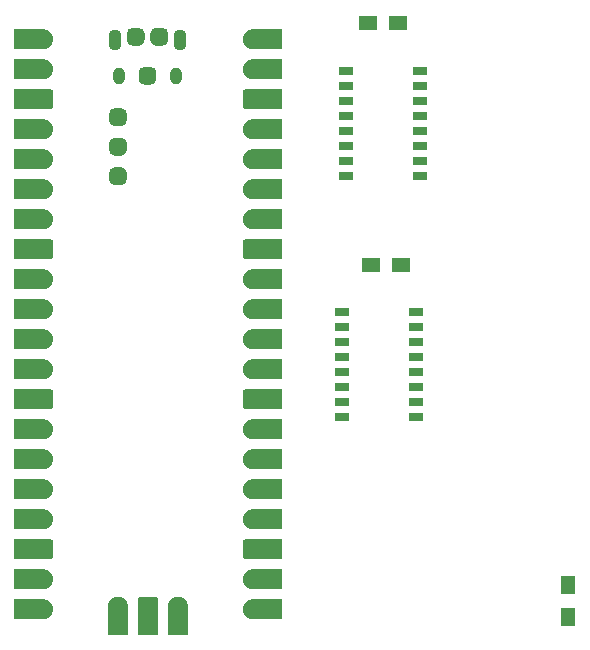
<source format=gtp>
%TF.GenerationSoftware,KiCad,Pcbnew,5.1.10*%
%TF.CreationDate,2021-12-20T17:42:05+01:00*%
%TF.ProjectId,afterglow_pico,61667465-7267-46c6-9f77-5f7069636f2e,rev?*%
%TF.SameCoordinates,Original*%
%TF.FileFunction,Paste,Top*%
%TF.FilePolarity,Positive*%
%FSLAX46Y46*%
G04 Gerber Fmt 4.6, Leading zero omitted, Abs format (unit mm)*
G04 Created by KiCad (PCBNEW 5.1.10) date 2021-12-20 17:42:05*
%MOMM*%
%LPD*%
G01*
G04 APERTURE LIST*
%ADD10C,0.010000*%
%ADD11R,1.300000X1.500000*%
%ADD12R,1.300000X0.800000*%
%ADD13O,1.050000X1.450000*%
%ADD14O,1.100000X1.800000*%
%ADD15R,1.500000X1.250000*%
G04 APERTURE END LIST*
D10*
%TO.C,U5*%
G36*
X181300000Y-120280000D02*
G01*
X181300000Y-117880000D01*
X181301000Y-117838000D01*
X181304000Y-117796000D01*
X181310000Y-117755000D01*
X181317000Y-117714000D01*
X181327000Y-117673000D01*
X181339000Y-117633000D01*
X181353000Y-117593000D01*
X181369000Y-117555000D01*
X181387000Y-117517000D01*
X181407000Y-117480000D01*
X181429000Y-117444000D01*
X181453000Y-117410000D01*
X181478000Y-117377000D01*
X181505000Y-117345000D01*
X181534000Y-117314000D01*
X181565000Y-117285000D01*
X181597000Y-117258000D01*
X181630000Y-117233000D01*
X181664000Y-117209000D01*
X181700000Y-117187000D01*
X181737000Y-117167000D01*
X181775000Y-117149000D01*
X181813000Y-117133000D01*
X181853000Y-117119000D01*
X181893000Y-117107000D01*
X181934000Y-117097000D01*
X181975000Y-117090000D01*
X182016000Y-117084000D01*
X182058000Y-117081000D01*
X182100000Y-117080000D01*
X182142000Y-117081000D01*
X182184000Y-117084000D01*
X182225000Y-117090000D01*
X182266000Y-117097000D01*
X182307000Y-117107000D01*
X182347000Y-117119000D01*
X182387000Y-117133000D01*
X182425000Y-117149000D01*
X182463000Y-117167000D01*
X182500000Y-117187000D01*
X182536000Y-117209000D01*
X182570000Y-117233000D01*
X182603000Y-117258000D01*
X182635000Y-117285000D01*
X182666000Y-117314000D01*
X182695000Y-117345000D01*
X182722000Y-117377000D01*
X182747000Y-117410000D01*
X182771000Y-117444000D01*
X182793000Y-117480000D01*
X182813000Y-117517000D01*
X182831000Y-117555000D01*
X182847000Y-117593000D01*
X182861000Y-117633000D01*
X182873000Y-117673000D01*
X182883000Y-117714000D01*
X182890000Y-117755000D01*
X182896000Y-117796000D01*
X182899000Y-117838000D01*
X182900000Y-117880000D01*
X182900000Y-120280000D01*
X181300000Y-120280000D01*
G37*
X181300000Y-120280000D02*
X181300000Y-117880000D01*
X181301000Y-117838000D01*
X181304000Y-117796000D01*
X181310000Y-117755000D01*
X181317000Y-117714000D01*
X181327000Y-117673000D01*
X181339000Y-117633000D01*
X181353000Y-117593000D01*
X181369000Y-117555000D01*
X181387000Y-117517000D01*
X181407000Y-117480000D01*
X181429000Y-117444000D01*
X181453000Y-117410000D01*
X181478000Y-117377000D01*
X181505000Y-117345000D01*
X181534000Y-117314000D01*
X181565000Y-117285000D01*
X181597000Y-117258000D01*
X181630000Y-117233000D01*
X181664000Y-117209000D01*
X181700000Y-117187000D01*
X181737000Y-117167000D01*
X181775000Y-117149000D01*
X181813000Y-117133000D01*
X181853000Y-117119000D01*
X181893000Y-117107000D01*
X181934000Y-117097000D01*
X181975000Y-117090000D01*
X182016000Y-117084000D01*
X182058000Y-117081000D01*
X182100000Y-117080000D01*
X182142000Y-117081000D01*
X182184000Y-117084000D01*
X182225000Y-117090000D01*
X182266000Y-117097000D01*
X182307000Y-117107000D01*
X182347000Y-117119000D01*
X182387000Y-117133000D01*
X182425000Y-117149000D01*
X182463000Y-117167000D01*
X182500000Y-117187000D01*
X182536000Y-117209000D01*
X182570000Y-117233000D01*
X182603000Y-117258000D01*
X182635000Y-117285000D01*
X182666000Y-117314000D01*
X182695000Y-117345000D01*
X182722000Y-117377000D01*
X182747000Y-117410000D01*
X182771000Y-117444000D01*
X182793000Y-117480000D01*
X182813000Y-117517000D01*
X182831000Y-117555000D01*
X182847000Y-117593000D01*
X182861000Y-117633000D01*
X182873000Y-117673000D01*
X182883000Y-117714000D01*
X182890000Y-117755000D01*
X182896000Y-117796000D01*
X182899000Y-117838000D01*
X182900000Y-117880000D01*
X182900000Y-120280000D01*
X181300000Y-120280000D01*
G36*
X178760000Y-120280000D02*
G01*
X178760000Y-117280000D01*
X178760000Y-117270000D01*
X178761000Y-117259000D01*
X178762000Y-117249000D01*
X178764000Y-117238000D01*
X178767000Y-117228000D01*
X178770000Y-117218000D01*
X178773000Y-117208000D01*
X178777000Y-117199000D01*
X178782000Y-117189000D01*
X178787000Y-117180000D01*
X178792000Y-117171000D01*
X178798000Y-117162000D01*
X178805000Y-117154000D01*
X178811000Y-117146000D01*
X178819000Y-117139000D01*
X178826000Y-117131000D01*
X178834000Y-117125000D01*
X178842000Y-117118000D01*
X178851000Y-117112000D01*
X178860000Y-117107000D01*
X178869000Y-117102000D01*
X178879000Y-117097000D01*
X178888000Y-117093000D01*
X178898000Y-117090000D01*
X178908000Y-117087000D01*
X178918000Y-117084000D01*
X178929000Y-117082000D01*
X178939000Y-117081000D01*
X178950000Y-117080000D01*
X178960000Y-117080000D01*
X180160000Y-117080000D01*
X180170000Y-117080000D01*
X180181000Y-117081000D01*
X180191000Y-117082000D01*
X180202000Y-117084000D01*
X180212000Y-117087000D01*
X180222000Y-117090000D01*
X180232000Y-117093000D01*
X180241000Y-117097000D01*
X180251000Y-117102000D01*
X180260000Y-117107000D01*
X180269000Y-117112000D01*
X180278000Y-117118000D01*
X180286000Y-117125000D01*
X180294000Y-117131000D01*
X180301000Y-117139000D01*
X180309000Y-117146000D01*
X180315000Y-117154000D01*
X180322000Y-117162000D01*
X180328000Y-117171000D01*
X180333000Y-117180000D01*
X180338000Y-117189000D01*
X180343000Y-117199000D01*
X180347000Y-117208000D01*
X180350000Y-117218000D01*
X180353000Y-117228000D01*
X180356000Y-117238000D01*
X180358000Y-117249000D01*
X180359000Y-117259000D01*
X180360000Y-117270000D01*
X180360000Y-117280000D01*
X180360000Y-120280000D01*
X178760000Y-120280000D01*
G37*
X178760000Y-120280000D02*
X178760000Y-117280000D01*
X178760000Y-117270000D01*
X178761000Y-117259000D01*
X178762000Y-117249000D01*
X178764000Y-117238000D01*
X178767000Y-117228000D01*
X178770000Y-117218000D01*
X178773000Y-117208000D01*
X178777000Y-117199000D01*
X178782000Y-117189000D01*
X178787000Y-117180000D01*
X178792000Y-117171000D01*
X178798000Y-117162000D01*
X178805000Y-117154000D01*
X178811000Y-117146000D01*
X178819000Y-117139000D01*
X178826000Y-117131000D01*
X178834000Y-117125000D01*
X178842000Y-117118000D01*
X178851000Y-117112000D01*
X178860000Y-117107000D01*
X178869000Y-117102000D01*
X178879000Y-117097000D01*
X178888000Y-117093000D01*
X178898000Y-117090000D01*
X178908000Y-117087000D01*
X178918000Y-117084000D01*
X178929000Y-117082000D01*
X178939000Y-117081000D01*
X178950000Y-117080000D01*
X178960000Y-117080000D01*
X180160000Y-117080000D01*
X180170000Y-117080000D01*
X180181000Y-117081000D01*
X180191000Y-117082000D01*
X180202000Y-117084000D01*
X180212000Y-117087000D01*
X180222000Y-117090000D01*
X180232000Y-117093000D01*
X180241000Y-117097000D01*
X180251000Y-117102000D01*
X180260000Y-117107000D01*
X180269000Y-117112000D01*
X180278000Y-117118000D01*
X180286000Y-117125000D01*
X180294000Y-117131000D01*
X180301000Y-117139000D01*
X180309000Y-117146000D01*
X180315000Y-117154000D01*
X180322000Y-117162000D01*
X180328000Y-117171000D01*
X180333000Y-117180000D01*
X180338000Y-117189000D01*
X180343000Y-117199000D01*
X180347000Y-117208000D01*
X180350000Y-117218000D01*
X180353000Y-117228000D01*
X180356000Y-117238000D01*
X180358000Y-117249000D01*
X180359000Y-117259000D01*
X180360000Y-117270000D01*
X180360000Y-117280000D01*
X180360000Y-120280000D01*
X178760000Y-120280000D01*
G36*
X176220000Y-120280000D02*
G01*
X176220000Y-117880000D01*
X176221000Y-117838000D01*
X176224000Y-117796000D01*
X176230000Y-117755000D01*
X176237000Y-117714000D01*
X176247000Y-117673000D01*
X176259000Y-117633000D01*
X176273000Y-117593000D01*
X176289000Y-117555000D01*
X176307000Y-117517000D01*
X176327000Y-117480000D01*
X176349000Y-117444000D01*
X176373000Y-117410000D01*
X176398000Y-117377000D01*
X176425000Y-117345000D01*
X176454000Y-117314000D01*
X176485000Y-117285000D01*
X176517000Y-117258000D01*
X176550000Y-117233000D01*
X176584000Y-117209000D01*
X176620000Y-117187000D01*
X176657000Y-117167000D01*
X176695000Y-117149000D01*
X176733000Y-117133000D01*
X176773000Y-117119000D01*
X176813000Y-117107000D01*
X176854000Y-117097000D01*
X176895000Y-117090000D01*
X176936000Y-117084000D01*
X176978000Y-117081000D01*
X177020000Y-117080000D01*
X177062000Y-117081000D01*
X177104000Y-117084000D01*
X177145000Y-117090000D01*
X177186000Y-117097000D01*
X177227000Y-117107000D01*
X177267000Y-117119000D01*
X177307000Y-117133000D01*
X177345000Y-117149000D01*
X177383000Y-117167000D01*
X177420000Y-117187000D01*
X177456000Y-117209000D01*
X177490000Y-117233000D01*
X177523000Y-117258000D01*
X177555000Y-117285000D01*
X177586000Y-117314000D01*
X177615000Y-117345000D01*
X177642000Y-117377000D01*
X177667000Y-117410000D01*
X177691000Y-117444000D01*
X177713000Y-117480000D01*
X177733000Y-117517000D01*
X177751000Y-117555000D01*
X177767000Y-117593000D01*
X177781000Y-117633000D01*
X177793000Y-117673000D01*
X177803000Y-117714000D01*
X177810000Y-117755000D01*
X177816000Y-117796000D01*
X177819000Y-117838000D01*
X177820000Y-117880000D01*
X177820000Y-120280000D01*
X176220000Y-120280000D01*
G37*
X176220000Y-120280000D02*
X176220000Y-117880000D01*
X176221000Y-117838000D01*
X176224000Y-117796000D01*
X176230000Y-117755000D01*
X176237000Y-117714000D01*
X176247000Y-117673000D01*
X176259000Y-117633000D01*
X176273000Y-117593000D01*
X176289000Y-117555000D01*
X176307000Y-117517000D01*
X176327000Y-117480000D01*
X176349000Y-117444000D01*
X176373000Y-117410000D01*
X176398000Y-117377000D01*
X176425000Y-117345000D01*
X176454000Y-117314000D01*
X176485000Y-117285000D01*
X176517000Y-117258000D01*
X176550000Y-117233000D01*
X176584000Y-117209000D01*
X176620000Y-117187000D01*
X176657000Y-117167000D01*
X176695000Y-117149000D01*
X176733000Y-117133000D01*
X176773000Y-117119000D01*
X176813000Y-117107000D01*
X176854000Y-117097000D01*
X176895000Y-117090000D01*
X176936000Y-117084000D01*
X176978000Y-117081000D01*
X177020000Y-117080000D01*
X177062000Y-117081000D01*
X177104000Y-117084000D01*
X177145000Y-117090000D01*
X177186000Y-117097000D01*
X177227000Y-117107000D01*
X177267000Y-117119000D01*
X177307000Y-117133000D01*
X177345000Y-117149000D01*
X177383000Y-117167000D01*
X177420000Y-117187000D01*
X177456000Y-117209000D01*
X177490000Y-117233000D01*
X177523000Y-117258000D01*
X177555000Y-117285000D01*
X177586000Y-117314000D01*
X177615000Y-117345000D01*
X177642000Y-117377000D01*
X177667000Y-117410000D01*
X177691000Y-117444000D01*
X177713000Y-117480000D01*
X177733000Y-117517000D01*
X177751000Y-117555000D01*
X177767000Y-117593000D01*
X177781000Y-117633000D01*
X177793000Y-117673000D01*
X177803000Y-117714000D01*
X177810000Y-117755000D01*
X177816000Y-117796000D01*
X177819000Y-117838000D01*
X177820000Y-117880000D01*
X177820000Y-120280000D01*
X176220000Y-120280000D01*
G36*
X181300000Y-120280000D02*
G01*
X181300000Y-117880000D01*
X181301000Y-117838000D01*
X181304000Y-117796000D01*
X181310000Y-117755000D01*
X181317000Y-117714000D01*
X181327000Y-117673000D01*
X181339000Y-117633000D01*
X181353000Y-117593000D01*
X181369000Y-117555000D01*
X181387000Y-117517000D01*
X181407000Y-117480000D01*
X181429000Y-117444000D01*
X181453000Y-117410000D01*
X181478000Y-117377000D01*
X181505000Y-117345000D01*
X181534000Y-117314000D01*
X181565000Y-117285000D01*
X181597000Y-117258000D01*
X181630000Y-117233000D01*
X181664000Y-117209000D01*
X181700000Y-117187000D01*
X181737000Y-117167000D01*
X181775000Y-117149000D01*
X181813000Y-117133000D01*
X181853000Y-117119000D01*
X181893000Y-117107000D01*
X181934000Y-117097000D01*
X181975000Y-117090000D01*
X182016000Y-117084000D01*
X182058000Y-117081000D01*
X182100000Y-117080000D01*
X182142000Y-117081000D01*
X182184000Y-117084000D01*
X182225000Y-117090000D01*
X182266000Y-117097000D01*
X182307000Y-117107000D01*
X182347000Y-117119000D01*
X182387000Y-117133000D01*
X182425000Y-117149000D01*
X182463000Y-117167000D01*
X182500000Y-117187000D01*
X182536000Y-117209000D01*
X182570000Y-117233000D01*
X182603000Y-117258000D01*
X182635000Y-117285000D01*
X182666000Y-117314000D01*
X182695000Y-117345000D01*
X182722000Y-117377000D01*
X182747000Y-117410000D01*
X182771000Y-117444000D01*
X182793000Y-117480000D01*
X182813000Y-117517000D01*
X182831000Y-117555000D01*
X182847000Y-117593000D01*
X182861000Y-117633000D01*
X182873000Y-117673000D01*
X182883000Y-117714000D01*
X182890000Y-117755000D01*
X182896000Y-117796000D01*
X182899000Y-117838000D01*
X182900000Y-117880000D01*
X182900000Y-120280000D01*
X181300000Y-120280000D01*
G37*
X181300000Y-120280000D02*
X181300000Y-117880000D01*
X181301000Y-117838000D01*
X181304000Y-117796000D01*
X181310000Y-117755000D01*
X181317000Y-117714000D01*
X181327000Y-117673000D01*
X181339000Y-117633000D01*
X181353000Y-117593000D01*
X181369000Y-117555000D01*
X181387000Y-117517000D01*
X181407000Y-117480000D01*
X181429000Y-117444000D01*
X181453000Y-117410000D01*
X181478000Y-117377000D01*
X181505000Y-117345000D01*
X181534000Y-117314000D01*
X181565000Y-117285000D01*
X181597000Y-117258000D01*
X181630000Y-117233000D01*
X181664000Y-117209000D01*
X181700000Y-117187000D01*
X181737000Y-117167000D01*
X181775000Y-117149000D01*
X181813000Y-117133000D01*
X181853000Y-117119000D01*
X181893000Y-117107000D01*
X181934000Y-117097000D01*
X181975000Y-117090000D01*
X182016000Y-117084000D01*
X182058000Y-117081000D01*
X182100000Y-117080000D01*
X182142000Y-117081000D01*
X182184000Y-117084000D01*
X182225000Y-117090000D01*
X182266000Y-117097000D01*
X182307000Y-117107000D01*
X182347000Y-117119000D01*
X182387000Y-117133000D01*
X182425000Y-117149000D01*
X182463000Y-117167000D01*
X182500000Y-117187000D01*
X182536000Y-117209000D01*
X182570000Y-117233000D01*
X182603000Y-117258000D01*
X182635000Y-117285000D01*
X182666000Y-117314000D01*
X182695000Y-117345000D01*
X182722000Y-117377000D01*
X182747000Y-117410000D01*
X182771000Y-117444000D01*
X182793000Y-117480000D01*
X182813000Y-117517000D01*
X182831000Y-117555000D01*
X182847000Y-117593000D01*
X182861000Y-117633000D01*
X182873000Y-117673000D01*
X182883000Y-117714000D01*
X182890000Y-117755000D01*
X182896000Y-117796000D01*
X182899000Y-117838000D01*
X182900000Y-117880000D01*
X182900000Y-120280000D01*
X181300000Y-120280000D01*
G36*
X178760000Y-120280000D02*
G01*
X178760000Y-117280000D01*
X178760000Y-117270000D01*
X178761000Y-117259000D01*
X178762000Y-117249000D01*
X178764000Y-117238000D01*
X178767000Y-117228000D01*
X178770000Y-117218000D01*
X178773000Y-117208000D01*
X178777000Y-117199000D01*
X178782000Y-117189000D01*
X178787000Y-117180000D01*
X178792000Y-117171000D01*
X178798000Y-117162000D01*
X178805000Y-117154000D01*
X178811000Y-117146000D01*
X178819000Y-117139000D01*
X178826000Y-117131000D01*
X178834000Y-117125000D01*
X178842000Y-117118000D01*
X178851000Y-117112000D01*
X178860000Y-117107000D01*
X178869000Y-117102000D01*
X178879000Y-117097000D01*
X178888000Y-117093000D01*
X178898000Y-117090000D01*
X178908000Y-117087000D01*
X178918000Y-117084000D01*
X178929000Y-117082000D01*
X178939000Y-117081000D01*
X178950000Y-117080000D01*
X178960000Y-117080000D01*
X180160000Y-117080000D01*
X180170000Y-117080000D01*
X180181000Y-117081000D01*
X180191000Y-117082000D01*
X180202000Y-117084000D01*
X180212000Y-117087000D01*
X180222000Y-117090000D01*
X180232000Y-117093000D01*
X180241000Y-117097000D01*
X180251000Y-117102000D01*
X180260000Y-117107000D01*
X180269000Y-117112000D01*
X180278000Y-117118000D01*
X180286000Y-117125000D01*
X180294000Y-117131000D01*
X180301000Y-117139000D01*
X180309000Y-117146000D01*
X180315000Y-117154000D01*
X180322000Y-117162000D01*
X180328000Y-117171000D01*
X180333000Y-117180000D01*
X180338000Y-117189000D01*
X180343000Y-117199000D01*
X180347000Y-117208000D01*
X180350000Y-117218000D01*
X180353000Y-117228000D01*
X180356000Y-117238000D01*
X180358000Y-117249000D01*
X180359000Y-117259000D01*
X180360000Y-117270000D01*
X180360000Y-117280000D01*
X180360000Y-120280000D01*
X178760000Y-120280000D01*
G37*
X178760000Y-120280000D02*
X178760000Y-117280000D01*
X178760000Y-117270000D01*
X178761000Y-117259000D01*
X178762000Y-117249000D01*
X178764000Y-117238000D01*
X178767000Y-117228000D01*
X178770000Y-117218000D01*
X178773000Y-117208000D01*
X178777000Y-117199000D01*
X178782000Y-117189000D01*
X178787000Y-117180000D01*
X178792000Y-117171000D01*
X178798000Y-117162000D01*
X178805000Y-117154000D01*
X178811000Y-117146000D01*
X178819000Y-117139000D01*
X178826000Y-117131000D01*
X178834000Y-117125000D01*
X178842000Y-117118000D01*
X178851000Y-117112000D01*
X178860000Y-117107000D01*
X178869000Y-117102000D01*
X178879000Y-117097000D01*
X178888000Y-117093000D01*
X178898000Y-117090000D01*
X178908000Y-117087000D01*
X178918000Y-117084000D01*
X178929000Y-117082000D01*
X178939000Y-117081000D01*
X178950000Y-117080000D01*
X178960000Y-117080000D01*
X180160000Y-117080000D01*
X180170000Y-117080000D01*
X180181000Y-117081000D01*
X180191000Y-117082000D01*
X180202000Y-117084000D01*
X180212000Y-117087000D01*
X180222000Y-117090000D01*
X180232000Y-117093000D01*
X180241000Y-117097000D01*
X180251000Y-117102000D01*
X180260000Y-117107000D01*
X180269000Y-117112000D01*
X180278000Y-117118000D01*
X180286000Y-117125000D01*
X180294000Y-117131000D01*
X180301000Y-117139000D01*
X180309000Y-117146000D01*
X180315000Y-117154000D01*
X180322000Y-117162000D01*
X180328000Y-117171000D01*
X180333000Y-117180000D01*
X180338000Y-117189000D01*
X180343000Y-117199000D01*
X180347000Y-117208000D01*
X180350000Y-117218000D01*
X180353000Y-117228000D01*
X180356000Y-117238000D01*
X180358000Y-117249000D01*
X180359000Y-117259000D01*
X180360000Y-117270000D01*
X180360000Y-117280000D01*
X180360000Y-120280000D01*
X178760000Y-120280000D01*
G36*
X176220000Y-120280000D02*
G01*
X176220000Y-117880000D01*
X176221000Y-117838000D01*
X176224000Y-117796000D01*
X176230000Y-117755000D01*
X176237000Y-117714000D01*
X176247000Y-117673000D01*
X176259000Y-117633000D01*
X176273000Y-117593000D01*
X176289000Y-117555000D01*
X176307000Y-117517000D01*
X176327000Y-117480000D01*
X176349000Y-117444000D01*
X176373000Y-117410000D01*
X176398000Y-117377000D01*
X176425000Y-117345000D01*
X176454000Y-117314000D01*
X176485000Y-117285000D01*
X176517000Y-117258000D01*
X176550000Y-117233000D01*
X176584000Y-117209000D01*
X176620000Y-117187000D01*
X176657000Y-117167000D01*
X176695000Y-117149000D01*
X176733000Y-117133000D01*
X176773000Y-117119000D01*
X176813000Y-117107000D01*
X176854000Y-117097000D01*
X176895000Y-117090000D01*
X176936000Y-117084000D01*
X176978000Y-117081000D01*
X177020000Y-117080000D01*
X177062000Y-117081000D01*
X177104000Y-117084000D01*
X177145000Y-117090000D01*
X177186000Y-117097000D01*
X177227000Y-117107000D01*
X177267000Y-117119000D01*
X177307000Y-117133000D01*
X177345000Y-117149000D01*
X177383000Y-117167000D01*
X177420000Y-117187000D01*
X177456000Y-117209000D01*
X177490000Y-117233000D01*
X177523000Y-117258000D01*
X177555000Y-117285000D01*
X177586000Y-117314000D01*
X177615000Y-117345000D01*
X177642000Y-117377000D01*
X177667000Y-117410000D01*
X177691000Y-117444000D01*
X177713000Y-117480000D01*
X177733000Y-117517000D01*
X177751000Y-117555000D01*
X177767000Y-117593000D01*
X177781000Y-117633000D01*
X177793000Y-117673000D01*
X177803000Y-117714000D01*
X177810000Y-117755000D01*
X177816000Y-117796000D01*
X177819000Y-117838000D01*
X177820000Y-117880000D01*
X177820000Y-120280000D01*
X176220000Y-120280000D01*
G37*
X176220000Y-120280000D02*
X176220000Y-117880000D01*
X176221000Y-117838000D01*
X176224000Y-117796000D01*
X176230000Y-117755000D01*
X176237000Y-117714000D01*
X176247000Y-117673000D01*
X176259000Y-117633000D01*
X176273000Y-117593000D01*
X176289000Y-117555000D01*
X176307000Y-117517000D01*
X176327000Y-117480000D01*
X176349000Y-117444000D01*
X176373000Y-117410000D01*
X176398000Y-117377000D01*
X176425000Y-117345000D01*
X176454000Y-117314000D01*
X176485000Y-117285000D01*
X176517000Y-117258000D01*
X176550000Y-117233000D01*
X176584000Y-117209000D01*
X176620000Y-117187000D01*
X176657000Y-117167000D01*
X176695000Y-117149000D01*
X176733000Y-117133000D01*
X176773000Y-117119000D01*
X176813000Y-117107000D01*
X176854000Y-117097000D01*
X176895000Y-117090000D01*
X176936000Y-117084000D01*
X176978000Y-117081000D01*
X177020000Y-117080000D01*
X177062000Y-117081000D01*
X177104000Y-117084000D01*
X177145000Y-117090000D01*
X177186000Y-117097000D01*
X177227000Y-117107000D01*
X177267000Y-117119000D01*
X177307000Y-117133000D01*
X177345000Y-117149000D01*
X177383000Y-117167000D01*
X177420000Y-117187000D01*
X177456000Y-117209000D01*
X177490000Y-117233000D01*
X177523000Y-117258000D01*
X177555000Y-117285000D01*
X177586000Y-117314000D01*
X177615000Y-117345000D01*
X177642000Y-117377000D01*
X177667000Y-117410000D01*
X177691000Y-117444000D01*
X177713000Y-117480000D01*
X177733000Y-117517000D01*
X177751000Y-117555000D01*
X177767000Y-117593000D01*
X177781000Y-117633000D01*
X177793000Y-117673000D01*
X177803000Y-117714000D01*
X177810000Y-117755000D01*
X177816000Y-117796000D01*
X177819000Y-117838000D01*
X177820000Y-117880000D01*
X177820000Y-120280000D01*
X176220000Y-120280000D01*
G36*
X190850000Y-113830000D02*
G01*
X190850000Y-112230000D01*
X187850000Y-112230000D01*
X187840000Y-112230000D01*
X187829000Y-112231000D01*
X187819000Y-112232000D01*
X187808000Y-112234000D01*
X187798000Y-112237000D01*
X187788000Y-112240000D01*
X187778000Y-112243000D01*
X187769000Y-112247000D01*
X187759000Y-112252000D01*
X187750000Y-112257000D01*
X187741000Y-112262000D01*
X187732000Y-112268000D01*
X187724000Y-112275000D01*
X187716000Y-112281000D01*
X187709000Y-112289000D01*
X187701000Y-112296000D01*
X187695000Y-112304000D01*
X187688000Y-112312000D01*
X187682000Y-112321000D01*
X187677000Y-112330000D01*
X187672000Y-112339000D01*
X187667000Y-112349000D01*
X187663000Y-112358000D01*
X187660000Y-112368000D01*
X187657000Y-112378000D01*
X187654000Y-112388000D01*
X187652000Y-112399000D01*
X187651000Y-112409000D01*
X187650000Y-112420000D01*
X187650000Y-112430000D01*
X187650000Y-113630000D01*
X187650000Y-113640000D01*
X187651000Y-113651000D01*
X187652000Y-113661000D01*
X187654000Y-113672000D01*
X187657000Y-113682000D01*
X187660000Y-113692000D01*
X187663000Y-113702000D01*
X187667000Y-113711000D01*
X187672000Y-113721000D01*
X187677000Y-113730000D01*
X187682000Y-113739000D01*
X187688000Y-113748000D01*
X187695000Y-113756000D01*
X187701000Y-113764000D01*
X187709000Y-113771000D01*
X187716000Y-113779000D01*
X187724000Y-113785000D01*
X187732000Y-113792000D01*
X187741000Y-113798000D01*
X187750000Y-113803000D01*
X187759000Y-113808000D01*
X187769000Y-113813000D01*
X187778000Y-113817000D01*
X187788000Y-113820000D01*
X187798000Y-113823000D01*
X187808000Y-113826000D01*
X187819000Y-113828000D01*
X187829000Y-113829000D01*
X187840000Y-113830000D01*
X187850000Y-113830000D01*
X190850000Y-113830000D01*
G37*
X190850000Y-113830000D02*
X190850000Y-112230000D01*
X187850000Y-112230000D01*
X187840000Y-112230000D01*
X187829000Y-112231000D01*
X187819000Y-112232000D01*
X187808000Y-112234000D01*
X187798000Y-112237000D01*
X187788000Y-112240000D01*
X187778000Y-112243000D01*
X187769000Y-112247000D01*
X187759000Y-112252000D01*
X187750000Y-112257000D01*
X187741000Y-112262000D01*
X187732000Y-112268000D01*
X187724000Y-112275000D01*
X187716000Y-112281000D01*
X187709000Y-112289000D01*
X187701000Y-112296000D01*
X187695000Y-112304000D01*
X187688000Y-112312000D01*
X187682000Y-112321000D01*
X187677000Y-112330000D01*
X187672000Y-112339000D01*
X187667000Y-112349000D01*
X187663000Y-112358000D01*
X187660000Y-112368000D01*
X187657000Y-112378000D01*
X187654000Y-112388000D01*
X187652000Y-112399000D01*
X187651000Y-112409000D01*
X187650000Y-112420000D01*
X187650000Y-112430000D01*
X187650000Y-113630000D01*
X187650000Y-113640000D01*
X187651000Y-113651000D01*
X187652000Y-113661000D01*
X187654000Y-113672000D01*
X187657000Y-113682000D01*
X187660000Y-113692000D01*
X187663000Y-113702000D01*
X187667000Y-113711000D01*
X187672000Y-113721000D01*
X187677000Y-113730000D01*
X187682000Y-113739000D01*
X187688000Y-113748000D01*
X187695000Y-113756000D01*
X187701000Y-113764000D01*
X187709000Y-113771000D01*
X187716000Y-113779000D01*
X187724000Y-113785000D01*
X187732000Y-113792000D01*
X187741000Y-113798000D01*
X187750000Y-113803000D01*
X187759000Y-113808000D01*
X187769000Y-113813000D01*
X187778000Y-113817000D01*
X187788000Y-113820000D01*
X187798000Y-113823000D01*
X187808000Y-113826000D01*
X187819000Y-113828000D01*
X187829000Y-113829000D01*
X187840000Y-113830000D01*
X187850000Y-113830000D01*
X190850000Y-113830000D01*
G36*
X190850000Y-101130000D02*
G01*
X190850000Y-99530000D01*
X187850000Y-99530000D01*
X187840000Y-99530000D01*
X187829000Y-99531000D01*
X187819000Y-99532000D01*
X187808000Y-99534000D01*
X187798000Y-99537000D01*
X187788000Y-99540000D01*
X187778000Y-99543000D01*
X187769000Y-99547000D01*
X187759000Y-99552000D01*
X187750000Y-99557000D01*
X187741000Y-99562000D01*
X187732000Y-99568000D01*
X187724000Y-99575000D01*
X187716000Y-99581000D01*
X187709000Y-99589000D01*
X187701000Y-99596000D01*
X187695000Y-99604000D01*
X187688000Y-99612000D01*
X187682000Y-99621000D01*
X187677000Y-99630000D01*
X187672000Y-99639000D01*
X187667000Y-99649000D01*
X187663000Y-99658000D01*
X187660000Y-99668000D01*
X187657000Y-99678000D01*
X187654000Y-99688000D01*
X187652000Y-99699000D01*
X187651000Y-99709000D01*
X187650000Y-99720000D01*
X187650000Y-99730000D01*
X187650000Y-100930000D01*
X187650000Y-100940000D01*
X187651000Y-100951000D01*
X187652000Y-100961000D01*
X187654000Y-100972000D01*
X187657000Y-100982000D01*
X187660000Y-100992000D01*
X187663000Y-101002000D01*
X187667000Y-101011000D01*
X187672000Y-101021000D01*
X187677000Y-101030000D01*
X187682000Y-101039000D01*
X187688000Y-101048000D01*
X187695000Y-101056000D01*
X187701000Y-101064000D01*
X187709000Y-101071000D01*
X187716000Y-101079000D01*
X187724000Y-101085000D01*
X187732000Y-101092000D01*
X187741000Y-101098000D01*
X187750000Y-101103000D01*
X187759000Y-101108000D01*
X187769000Y-101113000D01*
X187778000Y-101117000D01*
X187788000Y-101120000D01*
X187798000Y-101123000D01*
X187808000Y-101126000D01*
X187819000Y-101128000D01*
X187829000Y-101129000D01*
X187840000Y-101130000D01*
X187850000Y-101130000D01*
X190850000Y-101130000D01*
G37*
X190850000Y-101130000D02*
X190850000Y-99530000D01*
X187850000Y-99530000D01*
X187840000Y-99530000D01*
X187829000Y-99531000D01*
X187819000Y-99532000D01*
X187808000Y-99534000D01*
X187798000Y-99537000D01*
X187788000Y-99540000D01*
X187778000Y-99543000D01*
X187769000Y-99547000D01*
X187759000Y-99552000D01*
X187750000Y-99557000D01*
X187741000Y-99562000D01*
X187732000Y-99568000D01*
X187724000Y-99575000D01*
X187716000Y-99581000D01*
X187709000Y-99589000D01*
X187701000Y-99596000D01*
X187695000Y-99604000D01*
X187688000Y-99612000D01*
X187682000Y-99621000D01*
X187677000Y-99630000D01*
X187672000Y-99639000D01*
X187667000Y-99649000D01*
X187663000Y-99658000D01*
X187660000Y-99668000D01*
X187657000Y-99678000D01*
X187654000Y-99688000D01*
X187652000Y-99699000D01*
X187651000Y-99709000D01*
X187650000Y-99720000D01*
X187650000Y-99730000D01*
X187650000Y-100930000D01*
X187650000Y-100940000D01*
X187651000Y-100951000D01*
X187652000Y-100961000D01*
X187654000Y-100972000D01*
X187657000Y-100982000D01*
X187660000Y-100992000D01*
X187663000Y-101002000D01*
X187667000Y-101011000D01*
X187672000Y-101021000D01*
X187677000Y-101030000D01*
X187682000Y-101039000D01*
X187688000Y-101048000D01*
X187695000Y-101056000D01*
X187701000Y-101064000D01*
X187709000Y-101071000D01*
X187716000Y-101079000D01*
X187724000Y-101085000D01*
X187732000Y-101092000D01*
X187741000Y-101098000D01*
X187750000Y-101103000D01*
X187759000Y-101108000D01*
X187769000Y-101113000D01*
X187778000Y-101117000D01*
X187788000Y-101120000D01*
X187798000Y-101123000D01*
X187808000Y-101126000D01*
X187819000Y-101128000D01*
X187829000Y-101129000D01*
X187840000Y-101130000D01*
X187850000Y-101130000D01*
X190850000Y-101130000D01*
G36*
X190850000Y-88430000D02*
G01*
X190850000Y-86830000D01*
X187850000Y-86830000D01*
X187840000Y-86830000D01*
X187829000Y-86831000D01*
X187819000Y-86832000D01*
X187808000Y-86834000D01*
X187798000Y-86837000D01*
X187788000Y-86840000D01*
X187778000Y-86843000D01*
X187769000Y-86847000D01*
X187759000Y-86852000D01*
X187750000Y-86857000D01*
X187741000Y-86862000D01*
X187732000Y-86868000D01*
X187724000Y-86875000D01*
X187716000Y-86881000D01*
X187709000Y-86889000D01*
X187701000Y-86896000D01*
X187695000Y-86904000D01*
X187688000Y-86912000D01*
X187682000Y-86921000D01*
X187677000Y-86930000D01*
X187672000Y-86939000D01*
X187667000Y-86949000D01*
X187663000Y-86958000D01*
X187660000Y-86968000D01*
X187657000Y-86978000D01*
X187654000Y-86988000D01*
X187652000Y-86999000D01*
X187651000Y-87009000D01*
X187650000Y-87020000D01*
X187650000Y-87030000D01*
X187650000Y-88230000D01*
X187650000Y-88240000D01*
X187651000Y-88251000D01*
X187652000Y-88261000D01*
X187654000Y-88272000D01*
X187657000Y-88282000D01*
X187660000Y-88292000D01*
X187663000Y-88302000D01*
X187667000Y-88311000D01*
X187672000Y-88321000D01*
X187677000Y-88330000D01*
X187682000Y-88339000D01*
X187688000Y-88348000D01*
X187695000Y-88356000D01*
X187701000Y-88364000D01*
X187709000Y-88371000D01*
X187716000Y-88379000D01*
X187724000Y-88385000D01*
X187732000Y-88392000D01*
X187741000Y-88398000D01*
X187750000Y-88403000D01*
X187759000Y-88408000D01*
X187769000Y-88413000D01*
X187778000Y-88417000D01*
X187788000Y-88420000D01*
X187798000Y-88423000D01*
X187808000Y-88426000D01*
X187819000Y-88428000D01*
X187829000Y-88429000D01*
X187840000Y-88430000D01*
X187850000Y-88430000D01*
X190850000Y-88430000D01*
G37*
X190850000Y-88430000D02*
X190850000Y-86830000D01*
X187850000Y-86830000D01*
X187840000Y-86830000D01*
X187829000Y-86831000D01*
X187819000Y-86832000D01*
X187808000Y-86834000D01*
X187798000Y-86837000D01*
X187788000Y-86840000D01*
X187778000Y-86843000D01*
X187769000Y-86847000D01*
X187759000Y-86852000D01*
X187750000Y-86857000D01*
X187741000Y-86862000D01*
X187732000Y-86868000D01*
X187724000Y-86875000D01*
X187716000Y-86881000D01*
X187709000Y-86889000D01*
X187701000Y-86896000D01*
X187695000Y-86904000D01*
X187688000Y-86912000D01*
X187682000Y-86921000D01*
X187677000Y-86930000D01*
X187672000Y-86939000D01*
X187667000Y-86949000D01*
X187663000Y-86958000D01*
X187660000Y-86968000D01*
X187657000Y-86978000D01*
X187654000Y-86988000D01*
X187652000Y-86999000D01*
X187651000Y-87009000D01*
X187650000Y-87020000D01*
X187650000Y-87030000D01*
X187650000Y-88230000D01*
X187650000Y-88240000D01*
X187651000Y-88251000D01*
X187652000Y-88261000D01*
X187654000Y-88272000D01*
X187657000Y-88282000D01*
X187660000Y-88292000D01*
X187663000Y-88302000D01*
X187667000Y-88311000D01*
X187672000Y-88321000D01*
X187677000Y-88330000D01*
X187682000Y-88339000D01*
X187688000Y-88348000D01*
X187695000Y-88356000D01*
X187701000Y-88364000D01*
X187709000Y-88371000D01*
X187716000Y-88379000D01*
X187724000Y-88385000D01*
X187732000Y-88392000D01*
X187741000Y-88398000D01*
X187750000Y-88403000D01*
X187759000Y-88408000D01*
X187769000Y-88413000D01*
X187778000Y-88417000D01*
X187788000Y-88420000D01*
X187798000Y-88423000D01*
X187808000Y-88426000D01*
X187819000Y-88428000D01*
X187829000Y-88429000D01*
X187840000Y-88430000D01*
X187850000Y-88430000D01*
X190850000Y-88430000D01*
G36*
X190850000Y-118910000D02*
G01*
X190850000Y-117310000D01*
X188450000Y-117310000D01*
X188408000Y-117311000D01*
X188366000Y-117314000D01*
X188325000Y-117320000D01*
X188284000Y-117327000D01*
X188243000Y-117337000D01*
X188203000Y-117349000D01*
X188163000Y-117363000D01*
X188125000Y-117379000D01*
X188087000Y-117397000D01*
X188050000Y-117417000D01*
X188014000Y-117439000D01*
X187980000Y-117463000D01*
X187947000Y-117488000D01*
X187915000Y-117515000D01*
X187884000Y-117544000D01*
X187855000Y-117575000D01*
X187828000Y-117607000D01*
X187803000Y-117640000D01*
X187779000Y-117674000D01*
X187757000Y-117710000D01*
X187737000Y-117747000D01*
X187719000Y-117785000D01*
X187703000Y-117823000D01*
X187689000Y-117863000D01*
X187677000Y-117903000D01*
X187667000Y-117944000D01*
X187660000Y-117985000D01*
X187654000Y-118026000D01*
X187651000Y-118068000D01*
X187650000Y-118110000D01*
X187651000Y-118152000D01*
X187654000Y-118194000D01*
X187660000Y-118235000D01*
X187667000Y-118276000D01*
X187677000Y-118317000D01*
X187689000Y-118357000D01*
X187703000Y-118397000D01*
X187719000Y-118435000D01*
X187737000Y-118473000D01*
X187757000Y-118510000D01*
X187779000Y-118546000D01*
X187803000Y-118580000D01*
X187828000Y-118613000D01*
X187855000Y-118645000D01*
X187884000Y-118676000D01*
X187915000Y-118705000D01*
X187947000Y-118732000D01*
X187980000Y-118757000D01*
X188014000Y-118781000D01*
X188050000Y-118803000D01*
X188087000Y-118823000D01*
X188125000Y-118841000D01*
X188163000Y-118857000D01*
X188203000Y-118871000D01*
X188243000Y-118883000D01*
X188284000Y-118893000D01*
X188325000Y-118900000D01*
X188366000Y-118906000D01*
X188408000Y-118909000D01*
X188450000Y-118910000D01*
X190850000Y-118910000D01*
G37*
X190850000Y-118910000D02*
X190850000Y-117310000D01*
X188450000Y-117310000D01*
X188408000Y-117311000D01*
X188366000Y-117314000D01*
X188325000Y-117320000D01*
X188284000Y-117327000D01*
X188243000Y-117337000D01*
X188203000Y-117349000D01*
X188163000Y-117363000D01*
X188125000Y-117379000D01*
X188087000Y-117397000D01*
X188050000Y-117417000D01*
X188014000Y-117439000D01*
X187980000Y-117463000D01*
X187947000Y-117488000D01*
X187915000Y-117515000D01*
X187884000Y-117544000D01*
X187855000Y-117575000D01*
X187828000Y-117607000D01*
X187803000Y-117640000D01*
X187779000Y-117674000D01*
X187757000Y-117710000D01*
X187737000Y-117747000D01*
X187719000Y-117785000D01*
X187703000Y-117823000D01*
X187689000Y-117863000D01*
X187677000Y-117903000D01*
X187667000Y-117944000D01*
X187660000Y-117985000D01*
X187654000Y-118026000D01*
X187651000Y-118068000D01*
X187650000Y-118110000D01*
X187651000Y-118152000D01*
X187654000Y-118194000D01*
X187660000Y-118235000D01*
X187667000Y-118276000D01*
X187677000Y-118317000D01*
X187689000Y-118357000D01*
X187703000Y-118397000D01*
X187719000Y-118435000D01*
X187737000Y-118473000D01*
X187757000Y-118510000D01*
X187779000Y-118546000D01*
X187803000Y-118580000D01*
X187828000Y-118613000D01*
X187855000Y-118645000D01*
X187884000Y-118676000D01*
X187915000Y-118705000D01*
X187947000Y-118732000D01*
X187980000Y-118757000D01*
X188014000Y-118781000D01*
X188050000Y-118803000D01*
X188087000Y-118823000D01*
X188125000Y-118841000D01*
X188163000Y-118857000D01*
X188203000Y-118871000D01*
X188243000Y-118883000D01*
X188284000Y-118893000D01*
X188325000Y-118900000D01*
X188366000Y-118906000D01*
X188408000Y-118909000D01*
X188450000Y-118910000D01*
X190850000Y-118910000D01*
G36*
X190850000Y-116370000D02*
G01*
X190850000Y-114770000D01*
X188450000Y-114770000D01*
X188408000Y-114771000D01*
X188366000Y-114774000D01*
X188325000Y-114780000D01*
X188284000Y-114787000D01*
X188243000Y-114797000D01*
X188203000Y-114809000D01*
X188163000Y-114823000D01*
X188125000Y-114839000D01*
X188087000Y-114857000D01*
X188050000Y-114877000D01*
X188014000Y-114899000D01*
X187980000Y-114923000D01*
X187947000Y-114948000D01*
X187915000Y-114975000D01*
X187884000Y-115004000D01*
X187855000Y-115035000D01*
X187828000Y-115067000D01*
X187803000Y-115100000D01*
X187779000Y-115134000D01*
X187757000Y-115170000D01*
X187737000Y-115207000D01*
X187719000Y-115245000D01*
X187703000Y-115283000D01*
X187689000Y-115323000D01*
X187677000Y-115363000D01*
X187667000Y-115404000D01*
X187660000Y-115445000D01*
X187654000Y-115486000D01*
X187651000Y-115528000D01*
X187650000Y-115570000D01*
X187651000Y-115612000D01*
X187654000Y-115654000D01*
X187660000Y-115695000D01*
X187667000Y-115736000D01*
X187677000Y-115777000D01*
X187689000Y-115817000D01*
X187703000Y-115857000D01*
X187719000Y-115895000D01*
X187737000Y-115933000D01*
X187757000Y-115970000D01*
X187779000Y-116006000D01*
X187803000Y-116040000D01*
X187828000Y-116073000D01*
X187855000Y-116105000D01*
X187884000Y-116136000D01*
X187915000Y-116165000D01*
X187947000Y-116192000D01*
X187980000Y-116217000D01*
X188014000Y-116241000D01*
X188050000Y-116263000D01*
X188087000Y-116283000D01*
X188125000Y-116301000D01*
X188163000Y-116317000D01*
X188203000Y-116331000D01*
X188243000Y-116343000D01*
X188284000Y-116353000D01*
X188325000Y-116360000D01*
X188366000Y-116366000D01*
X188408000Y-116369000D01*
X188450000Y-116370000D01*
X190850000Y-116370000D01*
G37*
X190850000Y-116370000D02*
X190850000Y-114770000D01*
X188450000Y-114770000D01*
X188408000Y-114771000D01*
X188366000Y-114774000D01*
X188325000Y-114780000D01*
X188284000Y-114787000D01*
X188243000Y-114797000D01*
X188203000Y-114809000D01*
X188163000Y-114823000D01*
X188125000Y-114839000D01*
X188087000Y-114857000D01*
X188050000Y-114877000D01*
X188014000Y-114899000D01*
X187980000Y-114923000D01*
X187947000Y-114948000D01*
X187915000Y-114975000D01*
X187884000Y-115004000D01*
X187855000Y-115035000D01*
X187828000Y-115067000D01*
X187803000Y-115100000D01*
X187779000Y-115134000D01*
X187757000Y-115170000D01*
X187737000Y-115207000D01*
X187719000Y-115245000D01*
X187703000Y-115283000D01*
X187689000Y-115323000D01*
X187677000Y-115363000D01*
X187667000Y-115404000D01*
X187660000Y-115445000D01*
X187654000Y-115486000D01*
X187651000Y-115528000D01*
X187650000Y-115570000D01*
X187651000Y-115612000D01*
X187654000Y-115654000D01*
X187660000Y-115695000D01*
X187667000Y-115736000D01*
X187677000Y-115777000D01*
X187689000Y-115817000D01*
X187703000Y-115857000D01*
X187719000Y-115895000D01*
X187737000Y-115933000D01*
X187757000Y-115970000D01*
X187779000Y-116006000D01*
X187803000Y-116040000D01*
X187828000Y-116073000D01*
X187855000Y-116105000D01*
X187884000Y-116136000D01*
X187915000Y-116165000D01*
X187947000Y-116192000D01*
X187980000Y-116217000D01*
X188014000Y-116241000D01*
X188050000Y-116263000D01*
X188087000Y-116283000D01*
X188125000Y-116301000D01*
X188163000Y-116317000D01*
X188203000Y-116331000D01*
X188243000Y-116343000D01*
X188284000Y-116353000D01*
X188325000Y-116360000D01*
X188366000Y-116366000D01*
X188408000Y-116369000D01*
X188450000Y-116370000D01*
X190850000Y-116370000D01*
G36*
X190850000Y-111290000D02*
G01*
X190850000Y-109690000D01*
X188450000Y-109690000D01*
X188408000Y-109691000D01*
X188366000Y-109694000D01*
X188325000Y-109700000D01*
X188284000Y-109707000D01*
X188243000Y-109717000D01*
X188203000Y-109729000D01*
X188163000Y-109743000D01*
X188125000Y-109759000D01*
X188087000Y-109777000D01*
X188050000Y-109797000D01*
X188014000Y-109819000D01*
X187980000Y-109843000D01*
X187947000Y-109868000D01*
X187915000Y-109895000D01*
X187884000Y-109924000D01*
X187855000Y-109955000D01*
X187828000Y-109987000D01*
X187803000Y-110020000D01*
X187779000Y-110054000D01*
X187757000Y-110090000D01*
X187737000Y-110127000D01*
X187719000Y-110165000D01*
X187703000Y-110203000D01*
X187689000Y-110243000D01*
X187677000Y-110283000D01*
X187667000Y-110324000D01*
X187660000Y-110365000D01*
X187654000Y-110406000D01*
X187651000Y-110448000D01*
X187650000Y-110490000D01*
X187651000Y-110532000D01*
X187654000Y-110574000D01*
X187660000Y-110615000D01*
X187667000Y-110656000D01*
X187677000Y-110697000D01*
X187689000Y-110737000D01*
X187703000Y-110777000D01*
X187719000Y-110815000D01*
X187737000Y-110853000D01*
X187757000Y-110890000D01*
X187779000Y-110926000D01*
X187803000Y-110960000D01*
X187828000Y-110993000D01*
X187855000Y-111025000D01*
X187884000Y-111056000D01*
X187915000Y-111085000D01*
X187947000Y-111112000D01*
X187980000Y-111137000D01*
X188014000Y-111161000D01*
X188050000Y-111183000D01*
X188087000Y-111203000D01*
X188125000Y-111221000D01*
X188163000Y-111237000D01*
X188203000Y-111251000D01*
X188243000Y-111263000D01*
X188284000Y-111273000D01*
X188325000Y-111280000D01*
X188366000Y-111286000D01*
X188408000Y-111289000D01*
X188450000Y-111290000D01*
X190850000Y-111290000D01*
G37*
X190850000Y-111290000D02*
X190850000Y-109690000D01*
X188450000Y-109690000D01*
X188408000Y-109691000D01*
X188366000Y-109694000D01*
X188325000Y-109700000D01*
X188284000Y-109707000D01*
X188243000Y-109717000D01*
X188203000Y-109729000D01*
X188163000Y-109743000D01*
X188125000Y-109759000D01*
X188087000Y-109777000D01*
X188050000Y-109797000D01*
X188014000Y-109819000D01*
X187980000Y-109843000D01*
X187947000Y-109868000D01*
X187915000Y-109895000D01*
X187884000Y-109924000D01*
X187855000Y-109955000D01*
X187828000Y-109987000D01*
X187803000Y-110020000D01*
X187779000Y-110054000D01*
X187757000Y-110090000D01*
X187737000Y-110127000D01*
X187719000Y-110165000D01*
X187703000Y-110203000D01*
X187689000Y-110243000D01*
X187677000Y-110283000D01*
X187667000Y-110324000D01*
X187660000Y-110365000D01*
X187654000Y-110406000D01*
X187651000Y-110448000D01*
X187650000Y-110490000D01*
X187651000Y-110532000D01*
X187654000Y-110574000D01*
X187660000Y-110615000D01*
X187667000Y-110656000D01*
X187677000Y-110697000D01*
X187689000Y-110737000D01*
X187703000Y-110777000D01*
X187719000Y-110815000D01*
X187737000Y-110853000D01*
X187757000Y-110890000D01*
X187779000Y-110926000D01*
X187803000Y-110960000D01*
X187828000Y-110993000D01*
X187855000Y-111025000D01*
X187884000Y-111056000D01*
X187915000Y-111085000D01*
X187947000Y-111112000D01*
X187980000Y-111137000D01*
X188014000Y-111161000D01*
X188050000Y-111183000D01*
X188087000Y-111203000D01*
X188125000Y-111221000D01*
X188163000Y-111237000D01*
X188203000Y-111251000D01*
X188243000Y-111263000D01*
X188284000Y-111273000D01*
X188325000Y-111280000D01*
X188366000Y-111286000D01*
X188408000Y-111289000D01*
X188450000Y-111290000D01*
X190850000Y-111290000D01*
G36*
X190850000Y-108750000D02*
G01*
X190850000Y-107150000D01*
X188450000Y-107150000D01*
X188408000Y-107151000D01*
X188366000Y-107154000D01*
X188325000Y-107160000D01*
X188284000Y-107167000D01*
X188243000Y-107177000D01*
X188203000Y-107189000D01*
X188163000Y-107203000D01*
X188125000Y-107219000D01*
X188087000Y-107237000D01*
X188050000Y-107257000D01*
X188014000Y-107279000D01*
X187980000Y-107303000D01*
X187947000Y-107328000D01*
X187915000Y-107355000D01*
X187884000Y-107384000D01*
X187855000Y-107415000D01*
X187828000Y-107447000D01*
X187803000Y-107480000D01*
X187779000Y-107514000D01*
X187757000Y-107550000D01*
X187737000Y-107587000D01*
X187719000Y-107625000D01*
X187703000Y-107663000D01*
X187689000Y-107703000D01*
X187677000Y-107743000D01*
X187667000Y-107784000D01*
X187660000Y-107825000D01*
X187654000Y-107866000D01*
X187651000Y-107908000D01*
X187650000Y-107950000D01*
X187651000Y-107992000D01*
X187654000Y-108034000D01*
X187660000Y-108075000D01*
X187667000Y-108116000D01*
X187677000Y-108157000D01*
X187689000Y-108197000D01*
X187703000Y-108237000D01*
X187719000Y-108275000D01*
X187737000Y-108313000D01*
X187757000Y-108350000D01*
X187779000Y-108386000D01*
X187803000Y-108420000D01*
X187828000Y-108453000D01*
X187855000Y-108485000D01*
X187884000Y-108516000D01*
X187915000Y-108545000D01*
X187947000Y-108572000D01*
X187980000Y-108597000D01*
X188014000Y-108621000D01*
X188050000Y-108643000D01*
X188087000Y-108663000D01*
X188125000Y-108681000D01*
X188163000Y-108697000D01*
X188203000Y-108711000D01*
X188243000Y-108723000D01*
X188284000Y-108733000D01*
X188325000Y-108740000D01*
X188366000Y-108746000D01*
X188408000Y-108749000D01*
X188450000Y-108750000D01*
X190850000Y-108750000D01*
G37*
X190850000Y-108750000D02*
X190850000Y-107150000D01*
X188450000Y-107150000D01*
X188408000Y-107151000D01*
X188366000Y-107154000D01*
X188325000Y-107160000D01*
X188284000Y-107167000D01*
X188243000Y-107177000D01*
X188203000Y-107189000D01*
X188163000Y-107203000D01*
X188125000Y-107219000D01*
X188087000Y-107237000D01*
X188050000Y-107257000D01*
X188014000Y-107279000D01*
X187980000Y-107303000D01*
X187947000Y-107328000D01*
X187915000Y-107355000D01*
X187884000Y-107384000D01*
X187855000Y-107415000D01*
X187828000Y-107447000D01*
X187803000Y-107480000D01*
X187779000Y-107514000D01*
X187757000Y-107550000D01*
X187737000Y-107587000D01*
X187719000Y-107625000D01*
X187703000Y-107663000D01*
X187689000Y-107703000D01*
X187677000Y-107743000D01*
X187667000Y-107784000D01*
X187660000Y-107825000D01*
X187654000Y-107866000D01*
X187651000Y-107908000D01*
X187650000Y-107950000D01*
X187651000Y-107992000D01*
X187654000Y-108034000D01*
X187660000Y-108075000D01*
X187667000Y-108116000D01*
X187677000Y-108157000D01*
X187689000Y-108197000D01*
X187703000Y-108237000D01*
X187719000Y-108275000D01*
X187737000Y-108313000D01*
X187757000Y-108350000D01*
X187779000Y-108386000D01*
X187803000Y-108420000D01*
X187828000Y-108453000D01*
X187855000Y-108485000D01*
X187884000Y-108516000D01*
X187915000Y-108545000D01*
X187947000Y-108572000D01*
X187980000Y-108597000D01*
X188014000Y-108621000D01*
X188050000Y-108643000D01*
X188087000Y-108663000D01*
X188125000Y-108681000D01*
X188163000Y-108697000D01*
X188203000Y-108711000D01*
X188243000Y-108723000D01*
X188284000Y-108733000D01*
X188325000Y-108740000D01*
X188366000Y-108746000D01*
X188408000Y-108749000D01*
X188450000Y-108750000D01*
X190850000Y-108750000D01*
G36*
X190850000Y-106210000D02*
G01*
X190850000Y-104610000D01*
X188450000Y-104610000D01*
X188408000Y-104611000D01*
X188366000Y-104614000D01*
X188325000Y-104620000D01*
X188284000Y-104627000D01*
X188243000Y-104637000D01*
X188203000Y-104649000D01*
X188163000Y-104663000D01*
X188125000Y-104679000D01*
X188087000Y-104697000D01*
X188050000Y-104717000D01*
X188014000Y-104739000D01*
X187980000Y-104763000D01*
X187947000Y-104788000D01*
X187915000Y-104815000D01*
X187884000Y-104844000D01*
X187855000Y-104875000D01*
X187828000Y-104907000D01*
X187803000Y-104940000D01*
X187779000Y-104974000D01*
X187757000Y-105010000D01*
X187737000Y-105047000D01*
X187719000Y-105085000D01*
X187703000Y-105123000D01*
X187689000Y-105163000D01*
X187677000Y-105203000D01*
X187667000Y-105244000D01*
X187660000Y-105285000D01*
X187654000Y-105326000D01*
X187651000Y-105368000D01*
X187650000Y-105410000D01*
X187651000Y-105452000D01*
X187654000Y-105494000D01*
X187660000Y-105535000D01*
X187667000Y-105576000D01*
X187677000Y-105617000D01*
X187689000Y-105657000D01*
X187703000Y-105697000D01*
X187719000Y-105735000D01*
X187737000Y-105773000D01*
X187757000Y-105810000D01*
X187779000Y-105846000D01*
X187803000Y-105880000D01*
X187828000Y-105913000D01*
X187855000Y-105945000D01*
X187884000Y-105976000D01*
X187915000Y-106005000D01*
X187947000Y-106032000D01*
X187980000Y-106057000D01*
X188014000Y-106081000D01*
X188050000Y-106103000D01*
X188087000Y-106123000D01*
X188125000Y-106141000D01*
X188163000Y-106157000D01*
X188203000Y-106171000D01*
X188243000Y-106183000D01*
X188284000Y-106193000D01*
X188325000Y-106200000D01*
X188366000Y-106206000D01*
X188408000Y-106209000D01*
X188450000Y-106210000D01*
X190850000Y-106210000D01*
G37*
X190850000Y-106210000D02*
X190850000Y-104610000D01*
X188450000Y-104610000D01*
X188408000Y-104611000D01*
X188366000Y-104614000D01*
X188325000Y-104620000D01*
X188284000Y-104627000D01*
X188243000Y-104637000D01*
X188203000Y-104649000D01*
X188163000Y-104663000D01*
X188125000Y-104679000D01*
X188087000Y-104697000D01*
X188050000Y-104717000D01*
X188014000Y-104739000D01*
X187980000Y-104763000D01*
X187947000Y-104788000D01*
X187915000Y-104815000D01*
X187884000Y-104844000D01*
X187855000Y-104875000D01*
X187828000Y-104907000D01*
X187803000Y-104940000D01*
X187779000Y-104974000D01*
X187757000Y-105010000D01*
X187737000Y-105047000D01*
X187719000Y-105085000D01*
X187703000Y-105123000D01*
X187689000Y-105163000D01*
X187677000Y-105203000D01*
X187667000Y-105244000D01*
X187660000Y-105285000D01*
X187654000Y-105326000D01*
X187651000Y-105368000D01*
X187650000Y-105410000D01*
X187651000Y-105452000D01*
X187654000Y-105494000D01*
X187660000Y-105535000D01*
X187667000Y-105576000D01*
X187677000Y-105617000D01*
X187689000Y-105657000D01*
X187703000Y-105697000D01*
X187719000Y-105735000D01*
X187737000Y-105773000D01*
X187757000Y-105810000D01*
X187779000Y-105846000D01*
X187803000Y-105880000D01*
X187828000Y-105913000D01*
X187855000Y-105945000D01*
X187884000Y-105976000D01*
X187915000Y-106005000D01*
X187947000Y-106032000D01*
X187980000Y-106057000D01*
X188014000Y-106081000D01*
X188050000Y-106103000D01*
X188087000Y-106123000D01*
X188125000Y-106141000D01*
X188163000Y-106157000D01*
X188203000Y-106171000D01*
X188243000Y-106183000D01*
X188284000Y-106193000D01*
X188325000Y-106200000D01*
X188366000Y-106206000D01*
X188408000Y-106209000D01*
X188450000Y-106210000D01*
X190850000Y-106210000D01*
G36*
X190850000Y-103670000D02*
G01*
X190850000Y-102070000D01*
X188450000Y-102070000D01*
X188408000Y-102071000D01*
X188366000Y-102074000D01*
X188325000Y-102080000D01*
X188284000Y-102087000D01*
X188243000Y-102097000D01*
X188203000Y-102109000D01*
X188163000Y-102123000D01*
X188125000Y-102139000D01*
X188087000Y-102157000D01*
X188050000Y-102177000D01*
X188014000Y-102199000D01*
X187980000Y-102223000D01*
X187947000Y-102248000D01*
X187915000Y-102275000D01*
X187884000Y-102304000D01*
X187855000Y-102335000D01*
X187828000Y-102367000D01*
X187803000Y-102400000D01*
X187779000Y-102434000D01*
X187757000Y-102470000D01*
X187737000Y-102507000D01*
X187719000Y-102545000D01*
X187703000Y-102583000D01*
X187689000Y-102623000D01*
X187677000Y-102663000D01*
X187667000Y-102704000D01*
X187660000Y-102745000D01*
X187654000Y-102786000D01*
X187651000Y-102828000D01*
X187650000Y-102870000D01*
X187651000Y-102912000D01*
X187654000Y-102954000D01*
X187660000Y-102995000D01*
X187667000Y-103036000D01*
X187677000Y-103077000D01*
X187689000Y-103117000D01*
X187703000Y-103157000D01*
X187719000Y-103195000D01*
X187737000Y-103233000D01*
X187757000Y-103270000D01*
X187779000Y-103306000D01*
X187803000Y-103340000D01*
X187828000Y-103373000D01*
X187855000Y-103405000D01*
X187884000Y-103436000D01*
X187915000Y-103465000D01*
X187947000Y-103492000D01*
X187980000Y-103517000D01*
X188014000Y-103541000D01*
X188050000Y-103563000D01*
X188087000Y-103583000D01*
X188125000Y-103601000D01*
X188163000Y-103617000D01*
X188203000Y-103631000D01*
X188243000Y-103643000D01*
X188284000Y-103653000D01*
X188325000Y-103660000D01*
X188366000Y-103666000D01*
X188408000Y-103669000D01*
X188450000Y-103670000D01*
X190850000Y-103670000D01*
G37*
X190850000Y-103670000D02*
X190850000Y-102070000D01*
X188450000Y-102070000D01*
X188408000Y-102071000D01*
X188366000Y-102074000D01*
X188325000Y-102080000D01*
X188284000Y-102087000D01*
X188243000Y-102097000D01*
X188203000Y-102109000D01*
X188163000Y-102123000D01*
X188125000Y-102139000D01*
X188087000Y-102157000D01*
X188050000Y-102177000D01*
X188014000Y-102199000D01*
X187980000Y-102223000D01*
X187947000Y-102248000D01*
X187915000Y-102275000D01*
X187884000Y-102304000D01*
X187855000Y-102335000D01*
X187828000Y-102367000D01*
X187803000Y-102400000D01*
X187779000Y-102434000D01*
X187757000Y-102470000D01*
X187737000Y-102507000D01*
X187719000Y-102545000D01*
X187703000Y-102583000D01*
X187689000Y-102623000D01*
X187677000Y-102663000D01*
X187667000Y-102704000D01*
X187660000Y-102745000D01*
X187654000Y-102786000D01*
X187651000Y-102828000D01*
X187650000Y-102870000D01*
X187651000Y-102912000D01*
X187654000Y-102954000D01*
X187660000Y-102995000D01*
X187667000Y-103036000D01*
X187677000Y-103077000D01*
X187689000Y-103117000D01*
X187703000Y-103157000D01*
X187719000Y-103195000D01*
X187737000Y-103233000D01*
X187757000Y-103270000D01*
X187779000Y-103306000D01*
X187803000Y-103340000D01*
X187828000Y-103373000D01*
X187855000Y-103405000D01*
X187884000Y-103436000D01*
X187915000Y-103465000D01*
X187947000Y-103492000D01*
X187980000Y-103517000D01*
X188014000Y-103541000D01*
X188050000Y-103563000D01*
X188087000Y-103583000D01*
X188125000Y-103601000D01*
X188163000Y-103617000D01*
X188203000Y-103631000D01*
X188243000Y-103643000D01*
X188284000Y-103653000D01*
X188325000Y-103660000D01*
X188366000Y-103666000D01*
X188408000Y-103669000D01*
X188450000Y-103670000D01*
X190850000Y-103670000D01*
G36*
X190850000Y-98590000D02*
G01*
X190850000Y-96990000D01*
X188450000Y-96990000D01*
X188408000Y-96991000D01*
X188366000Y-96994000D01*
X188325000Y-97000000D01*
X188284000Y-97007000D01*
X188243000Y-97017000D01*
X188203000Y-97029000D01*
X188163000Y-97043000D01*
X188125000Y-97059000D01*
X188087000Y-97077000D01*
X188050000Y-97097000D01*
X188014000Y-97119000D01*
X187980000Y-97143000D01*
X187947000Y-97168000D01*
X187915000Y-97195000D01*
X187884000Y-97224000D01*
X187855000Y-97255000D01*
X187828000Y-97287000D01*
X187803000Y-97320000D01*
X187779000Y-97354000D01*
X187757000Y-97390000D01*
X187737000Y-97427000D01*
X187719000Y-97465000D01*
X187703000Y-97503000D01*
X187689000Y-97543000D01*
X187677000Y-97583000D01*
X187667000Y-97624000D01*
X187660000Y-97665000D01*
X187654000Y-97706000D01*
X187651000Y-97748000D01*
X187650000Y-97790000D01*
X187651000Y-97832000D01*
X187654000Y-97874000D01*
X187660000Y-97915000D01*
X187667000Y-97956000D01*
X187677000Y-97997000D01*
X187689000Y-98037000D01*
X187703000Y-98077000D01*
X187719000Y-98115000D01*
X187737000Y-98153000D01*
X187757000Y-98190000D01*
X187779000Y-98226000D01*
X187803000Y-98260000D01*
X187828000Y-98293000D01*
X187855000Y-98325000D01*
X187884000Y-98356000D01*
X187915000Y-98385000D01*
X187947000Y-98412000D01*
X187980000Y-98437000D01*
X188014000Y-98461000D01*
X188050000Y-98483000D01*
X188087000Y-98503000D01*
X188125000Y-98521000D01*
X188163000Y-98537000D01*
X188203000Y-98551000D01*
X188243000Y-98563000D01*
X188284000Y-98573000D01*
X188325000Y-98580000D01*
X188366000Y-98586000D01*
X188408000Y-98589000D01*
X188450000Y-98590000D01*
X190850000Y-98590000D01*
G37*
X190850000Y-98590000D02*
X190850000Y-96990000D01*
X188450000Y-96990000D01*
X188408000Y-96991000D01*
X188366000Y-96994000D01*
X188325000Y-97000000D01*
X188284000Y-97007000D01*
X188243000Y-97017000D01*
X188203000Y-97029000D01*
X188163000Y-97043000D01*
X188125000Y-97059000D01*
X188087000Y-97077000D01*
X188050000Y-97097000D01*
X188014000Y-97119000D01*
X187980000Y-97143000D01*
X187947000Y-97168000D01*
X187915000Y-97195000D01*
X187884000Y-97224000D01*
X187855000Y-97255000D01*
X187828000Y-97287000D01*
X187803000Y-97320000D01*
X187779000Y-97354000D01*
X187757000Y-97390000D01*
X187737000Y-97427000D01*
X187719000Y-97465000D01*
X187703000Y-97503000D01*
X187689000Y-97543000D01*
X187677000Y-97583000D01*
X187667000Y-97624000D01*
X187660000Y-97665000D01*
X187654000Y-97706000D01*
X187651000Y-97748000D01*
X187650000Y-97790000D01*
X187651000Y-97832000D01*
X187654000Y-97874000D01*
X187660000Y-97915000D01*
X187667000Y-97956000D01*
X187677000Y-97997000D01*
X187689000Y-98037000D01*
X187703000Y-98077000D01*
X187719000Y-98115000D01*
X187737000Y-98153000D01*
X187757000Y-98190000D01*
X187779000Y-98226000D01*
X187803000Y-98260000D01*
X187828000Y-98293000D01*
X187855000Y-98325000D01*
X187884000Y-98356000D01*
X187915000Y-98385000D01*
X187947000Y-98412000D01*
X187980000Y-98437000D01*
X188014000Y-98461000D01*
X188050000Y-98483000D01*
X188087000Y-98503000D01*
X188125000Y-98521000D01*
X188163000Y-98537000D01*
X188203000Y-98551000D01*
X188243000Y-98563000D01*
X188284000Y-98573000D01*
X188325000Y-98580000D01*
X188366000Y-98586000D01*
X188408000Y-98589000D01*
X188450000Y-98590000D01*
X190850000Y-98590000D01*
G36*
X190850000Y-96050000D02*
G01*
X190850000Y-94450000D01*
X188450000Y-94450000D01*
X188408000Y-94451000D01*
X188366000Y-94454000D01*
X188325000Y-94460000D01*
X188284000Y-94467000D01*
X188243000Y-94477000D01*
X188203000Y-94489000D01*
X188163000Y-94503000D01*
X188125000Y-94519000D01*
X188087000Y-94537000D01*
X188050000Y-94557000D01*
X188014000Y-94579000D01*
X187980000Y-94603000D01*
X187947000Y-94628000D01*
X187915000Y-94655000D01*
X187884000Y-94684000D01*
X187855000Y-94715000D01*
X187828000Y-94747000D01*
X187803000Y-94780000D01*
X187779000Y-94814000D01*
X187757000Y-94850000D01*
X187737000Y-94887000D01*
X187719000Y-94925000D01*
X187703000Y-94963000D01*
X187689000Y-95003000D01*
X187677000Y-95043000D01*
X187667000Y-95084000D01*
X187660000Y-95125000D01*
X187654000Y-95166000D01*
X187651000Y-95208000D01*
X187650000Y-95250000D01*
X187651000Y-95292000D01*
X187654000Y-95334000D01*
X187660000Y-95375000D01*
X187667000Y-95416000D01*
X187677000Y-95457000D01*
X187689000Y-95497000D01*
X187703000Y-95537000D01*
X187719000Y-95575000D01*
X187737000Y-95613000D01*
X187757000Y-95650000D01*
X187779000Y-95686000D01*
X187803000Y-95720000D01*
X187828000Y-95753000D01*
X187855000Y-95785000D01*
X187884000Y-95816000D01*
X187915000Y-95845000D01*
X187947000Y-95872000D01*
X187980000Y-95897000D01*
X188014000Y-95921000D01*
X188050000Y-95943000D01*
X188087000Y-95963000D01*
X188125000Y-95981000D01*
X188163000Y-95997000D01*
X188203000Y-96011000D01*
X188243000Y-96023000D01*
X188284000Y-96033000D01*
X188325000Y-96040000D01*
X188366000Y-96046000D01*
X188408000Y-96049000D01*
X188450000Y-96050000D01*
X190850000Y-96050000D01*
G37*
X190850000Y-96050000D02*
X190850000Y-94450000D01*
X188450000Y-94450000D01*
X188408000Y-94451000D01*
X188366000Y-94454000D01*
X188325000Y-94460000D01*
X188284000Y-94467000D01*
X188243000Y-94477000D01*
X188203000Y-94489000D01*
X188163000Y-94503000D01*
X188125000Y-94519000D01*
X188087000Y-94537000D01*
X188050000Y-94557000D01*
X188014000Y-94579000D01*
X187980000Y-94603000D01*
X187947000Y-94628000D01*
X187915000Y-94655000D01*
X187884000Y-94684000D01*
X187855000Y-94715000D01*
X187828000Y-94747000D01*
X187803000Y-94780000D01*
X187779000Y-94814000D01*
X187757000Y-94850000D01*
X187737000Y-94887000D01*
X187719000Y-94925000D01*
X187703000Y-94963000D01*
X187689000Y-95003000D01*
X187677000Y-95043000D01*
X187667000Y-95084000D01*
X187660000Y-95125000D01*
X187654000Y-95166000D01*
X187651000Y-95208000D01*
X187650000Y-95250000D01*
X187651000Y-95292000D01*
X187654000Y-95334000D01*
X187660000Y-95375000D01*
X187667000Y-95416000D01*
X187677000Y-95457000D01*
X187689000Y-95497000D01*
X187703000Y-95537000D01*
X187719000Y-95575000D01*
X187737000Y-95613000D01*
X187757000Y-95650000D01*
X187779000Y-95686000D01*
X187803000Y-95720000D01*
X187828000Y-95753000D01*
X187855000Y-95785000D01*
X187884000Y-95816000D01*
X187915000Y-95845000D01*
X187947000Y-95872000D01*
X187980000Y-95897000D01*
X188014000Y-95921000D01*
X188050000Y-95943000D01*
X188087000Y-95963000D01*
X188125000Y-95981000D01*
X188163000Y-95997000D01*
X188203000Y-96011000D01*
X188243000Y-96023000D01*
X188284000Y-96033000D01*
X188325000Y-96040000D01*
X188366000Y-96046000D01*
X188408000Y-96049000D01*
X188450000Y-96050000D01*
X190850000Y-96050000D01*
G36*
X190850000Y-93510000D02*
G01*
X190850000Y-91910000D01*
X188450000Y-91910000D01*
X188408000Y-91911000D01*
X188366000Y-91914000D01*
X188325000Y-91920000D01*
X188284000Y-91927000D01*
X188243000Y-91937000D01*
X188203000Y-91949000D01*
X188163000Y-91963000D01*
X188125000Y-91979000D01*
X188087000Y-91997000D01*
X188050000Y-92017000D01*
X188014000Y-92039000D01*
X187980000Y-92063000D01*
X187947000Y-92088000D01*
X187915000Y-92115000D01*
X187884000Y-92144000D01*
X187855000Y-92175000D01*
X187828000Y-92207000D01*
X187803000Y-92240000D01*
X187779000Y-92274000D01*
X187757000Y-92310000D01*
X187737000Y-92347000D01*
X187719000Y-92385000D01*
X187703000Y-92423000D01*
X187689000Y-92463000D01*
X187677000Y-92503000D01*
X187667000Y-92544000D01*
X187660000Y-92585000D01*
X187654000Y-92626000D01*
X187651000Y-92668000D01*
X187650000Y-92710000D01*
X187651000Y-92752000D01*
X187654000Y-92794000D01*
X187660000Y-92835000D01*
X187667000Y-92876000D01*
X187677000Y-92917000D01*
X187689000Y-92957000D01*
X187703000Y-92997000D01*
X187719000Y-93035000D01*
X187737000Y-93073000D01*
X187757000Y-93110000D01*
X187779000Y-93146000D01*
X187803000Y-93180000D01*
X187828000Y-93213000D01*
X187855000Y-93245000D01*
X187884000Y-93276000D01*
X187915000Y-93305000D01*
X187947000Y-93332000D01*
X187980000Y-93357000D01*
X188014000Y-93381000D01*
X188050000Y-93403000D01*
X188087000Y-93423000D01*
X188125000Y-93441000D01*
X188163000Y-93457000D01*
X188203000Y-93471000D01*
X188243000Y-93483000D01*
X188284000Y-93493000D01*
X188325000Y-93500000D01*
X188366000Y-93506000D01*
X188408000Y-93509000D01*
X188450000Y-93510000D01*
X190850000Y-93510000D01*
G37*
X190850000Y-93510000D02*
X190850000Y-91910000D01*
X188450000Y-91910000D01*
X188408000Y-91911000D01*
X188366000Y-91914000D01*
X188325000Y-91920000D01*
X188284000Y-91927000D01*
X188243000Y-91937000D01*
X188203000Y-91949000D01*
X188163000Y-91963000D01*
X188125000Y-91979000D01*
X188087000Y-91997000D01*
X188050000Y-92017000D01*
X188014000Y-92039000D01*
X187980000Y-92063000D01*
X187947000Y-92088000D01*
X187915000Y-92115000D01*
X187884000Y-92144000D01*
X187855000Y-92175000D01*
X187828000Y-92207000D01*
X187803000Y-92240000D01*
X187779000Y-92274000D01*
X187757000Y-92310000D01*
X187737000Y-92347000D01*
X187719000Y-92385000D01*
X187703000Y-92423000D01*
X187689000Y-92463000D01*
X187677000Y-92503000D01*
X187667000Y-92544000D01*
X187660000Y-92585000D01*
X187654000Y-92626000D01*
X187651000Y-92668000D01*
X187650000Y-92710000D01*
X187651000Y-92752000D01*
X187654000Y-92794000D01*
X187660000Y-92835000D01*
X187667000Y-92876000D01*
X187677000Y-92917000D01*
X187689000Y-92957000D01*
X187703000Y-92997000D01*
X187719000Y-93035000D01*
X187737000Y-93073000D01*
X187757000Y-93110000D01*
X187779000Y-93146000D01*
X187803000Y-93180000D01*
X187828000Y-93213000D01*
X187855000Y-93245000D01*
X187884000Y-93276000D01*
X187915000Y-93305000D01*
X187947000Y-93332000D01*
X187980000Y-93357000D01*
X188014000Y-93381000D01*
X188050000Y-93403000D01*
X188087000Y-93423000D01*
X188125000Y-93441000D01*
X188163000Y-93457000D01*
X188203000Y-93471000D01*
X188243000Y-93483000D01*
X188284000Y-93493000D01*
X188325000Y-93500000D01*
X188366000Y-93506000D01*
X188408000Y-93509000D01*
X188450000Y-93510000D01*
X190850000Y-93510000D01*
G36*
X190850000Y-90970000D02*
G01*
X190850000Y-89370000D01*
X188450000Y-89370000D01*
X188408000Y-89371000D01*
X188366000Y-89374000D01*
X188325000Y-89380000D01*
X188284000Y-89387000D01*
X188243000Y-89397000D01*
X188203000Y-89409000D01*
X188163000Y-89423000D01*
X188125000Y-89439000D01*
X188087000Y-89457000D01*
X188050000Y-89477000D01*
X188014000Y-89499000D01*
X187980000Y-89523000D01*
X187947000Y-89548000D01*
X187915000Y-89575000D01*
X187884000Y-89604000D01*
X187855000Y-89635000D01*
X187828000Y-89667000D01*
X187803000Y-89700000D01*
X187779000Y-89734000D01*
X187757000Y-89770000D01*
X187737000Y-89807000D01*
X187719000Y-89845000D01*
X187703000Y-89883000D01*
X187689000Y-89923000D01*
X187677000Y-89963000D01*
X187667000Y-90004000D01*
X187660000Y-90045000D01*
X187654000Y-90086000D01*
X187651000Y-90128000D01*
X187650000Y-90170000D01*
X187651000Y-90212000D01*
X187654000Y-90254000D01*
X187660000Y-90295000D01*
X187667000Y-90336000D01*
X187677000Y-90377000D01*
X187689000Y-90417000D01*
X187703000Y-90457000D01*
X187719000Y-90495000D01*
X187737000Y-90533000D01*
X187757000Y-90570000D01*
X187779000Y-90606000D01*
X187803000Y-90640000D01*
X187828000Y-90673000D01*
X187855000Y-90705000D01*
X187884000Y-90736000D01*
X187915000Y-90765000D01*
X187947000Y-90792000D01*
X187980000Y-90817000D01*
X188014000Y-90841000D01*
X188050000Y-90863000D01*
X188087000Y-90883000D01*
X188125000Y-90901000D01*
X188163000Y-90917000D01*
X188203000Y-90931000D01*
X188243000Y-90943000D01*
X188284000Y-90953000D01*
X188325000Y-90960000D01*
X188366000Y-90966000D01*
X188408000Y-90969000D01*
X188450000Y-90970000D01*
X190850000Y-90970000D01*
G37*
X190850000Y-90970000D02*
X190850000Y-89370000D01*
X188450000Y-89370000D01*
X188408000Y-89371000D01*
X188366000Y-89374000D01*
X188325000Y-89380000D01*
X188284000Y-89387000D01*
X188243000Y-89397000D01*
X188203000Y-89409000D01*
X188163000Y-89423000D01*
X188125000Y-89439000D01*
X188087000Y-89457000D01*
X188050000Y-89477000D01*
X188014000Y-89499000D01*
X187980000Y-89523000D01*
X187947000Y-89548000D01*
X187915000Y-89575000D01*
X187884000Y-89604000D01*
X187855000Y-89635000D01*
X187828000Y-89667000D01*
X187803000Y-89700000D01*
X187779000Y-89734000D01*
X187757000Y-89770000D01*
X187737000Y-89807000D01*
X187719000Y-89845000D01*
X187703000Y-89883000D01*
X187689000Y-89923000D01*
X187677000Y-89963000D01*
X187667000Y-90004000D01*
X187660000Y-90045000D01*
X187654000Y-90086000D01*
X187651000Y-90128000D01*
X187650000Y-90170000D01*
X187651000Y-90212000D01*
X187654000Y-90254000D01*
X187660000Y-90295000D01*
X187667000Y-90336000D01*
X187677000Y-90377000D01*
X187689000Y-90417000D01*
X187703000Y-90457000D01*
X187719000Y-90495000D01*
X187737000Y-90533000D01*
X187757000Y-90570000D01*
X187779000Y-90606000D01*
X187803000Y-90640000D01*
X187828000Y-90673000D01*
X187855000Y-90705000D01*
X187884000Y-90736000D01*
X187915000Y-90765000D01*
X187947000Y-90792000D01*
X187980000Y-90817000D01*
X188014000Y-90841000D01*
X188050000Y-90863000D01*
X188087000Y-90883000D01*
X188125000Y-90901000D01*
X188163000Y-90917000D01*
X188203000Y-90931000D01*
X188243000Y-90943000D01*
X188284000Y-90953000D01*
X188325000Y-90960000D01*
X188366000Y-90966000D01*
X188408000Y-90969000D01*
X188450000Y-90970000D01*
X190850000Y-90970000D01*
G36*
X190850000Y-85890000D02*
G01*
X190850000Y-84290000D01*
X188450000Y-84290000D01*
X188408000Y-84291000D01*
X188366000Y-84294000D01*
X188325000Y-84300000D01*
X188284000Y-84307000D01*
X188243000Y-84317000D01*
X188203000Y-84329000D01*
X188163000Y-84343000D01*
X188125000Y-84359000D01*
X188087000Y-84377000D01*
X188050000Y-84397000D01*
X188014000Y-84419000D01*
X187980000Y-84443000D01*
X187947000Y-84468000D01*
X187915000Y-84495000D01*
X187884000Y-84524000D01*
X187855000Y-84555000D01*
X187828000Y-84587000D01*
X187803000Y-84620000D01*
X187779000Y-84654000D01*
X187757000Y-84690000D01*
X187737000Y-84727000D01*
X187719000Y-84765000D01*
X187703000Y-84803000D01*
X187689000Y-84843000D01*
X187677000Y-84883000D01*
X187667000Y-84924000D01*
X187660000Y-84965000D01*
X187654000Y-85006000D01*
X187651000Y-85048000D01*
X187650000Y-85090000D01*
X187651000Y-85132000D01*
X187654000Y-85174000D01*
X187660000Y-85215000D01*
X187667000Y-85256000D01*
X187677000Y-85297000D01*
X187689000Y-85337000D01*
X187703000Y-85377000D01*
X187719000Y-85415000D01*
X187737000Y-85453000D01*
X187757000Y-85490000D01*
X187779000Y-85526000D01*
X187803000Y-85560000D01*
X187828000Y-85593000D01*
X187855000Y-85625000D01*
X187884000Y-85656000D01*
X187915000Y-85685000D01*
X187947000Y-85712000D01*
X187980000Y-85737000D01*
X188014000Y-85761000D01*
X188050000Y-85783000D01*
X188087000Y-85803000D01*
X188125000Y-85821000D01*
X188163000Y-85837000D01*
X188203000Y-85851000D01*
X188243000Y-85863000D01*
X188284000Y-85873000D01*
X188325000Y-85880000D01*
X188366000Y-85886000D01*
X188408000Y-85889000D01*
X188450000Y-85890000D01*
X190850000Y-85890000D01*
G37*
X190850000Y-85890000D02*
X190850000Y-84290000D01*
X188450000Y-84290000D01*
X188408000Y-84291000D01*
X188366000Y-84294000D01*
X188325000Y-84300000D01*
X188284000Y-84307000D01*
X188243000Y-84317000D01*
X188203000Y-84329000D01*
X188163000Y-84343000D01*
X188125000Y-84359000D01*
X188087000Y-84377000D01*
X188050000Y-84397000D01*
X188014000Y-84419000D01*
X187980000Y-84443000D01*
X187947000Y-84468000D01*
X187915000Y-84495000D01*
X187884000Y-84524000D01*
X187855000Y-84555000D01*
X187828000Y-84587000D01*
X187803000Y-84620000D01*
X187779000Y-84654000D01*
X187757000Y-84690000D01*
X187737000Y-84727000D01*
X187719000Y-84765000D01*
X187703000Y-84803000D01*
X187689000Y-84843000D01*
X187677000Y-84883000D01*
X187667000Y-84924000D01*
X187660000Y-84965000D01*
X187654000Y-85006000D01*
X187651000Y-85048000D01*
X187650000Y-85090000D01*
X187651000Y-85132000D01*
X187654000Y-85174000D01*
X187660000Y-85215000D01*
X187667000Y-85256000D01*
X187677000Y-85297000D01*
X187689000Y-85337000D01*
X187703000Y-85377000D01*
X187719000Y-85415000D01*
X187737000Y-85453000D01*
X187757000Y-85490000D01*
X187779000Y-85526000D01*
X187803000Y-85560000D01*
X187828000Y-85593000D01*
X187855000Y-85625000D01*
X187884000Y-85656000D01*
X187915000Y-85685000D01*
X187947000Y-85712000D01*
X187980000Y-85737000D01*
X188014000Y-85761000D01*
X188050000Y-85783000D01*
X188087000Y-85803000D01*
X188125000Y-85821000D01*
X188163000Y-85837000D01*
X188203000Y-85851000D01*
X188243000Y-85863000D01*
X188284000Y-85873000D01*
X188325000Y-85880000D01*
X188366000Y-85886000D01*
X188408000Y-85889000D01*
X188450000Y-85890000D01*
X190850000Y-85890000D01*
G36*
X190850000Y-83350000D02*
G01*
X190850000Y-81750000D01*
X188450000Y-81750000D01*
X188408000Y-81751000D01*
X188366000Y-81754000D01*
X188325000Y-81760000D01*
X188284000Y-81767000D01*
X188243000Y-81777000D01*
X188203000Y-81789000D01*
X188163000Y-81803000D01*
X188125000Y-81819000D01*
X188087000Y-81837000D01*
X188050000Y-81857000D01*
X188014000Y-81879000D01*
X187980000Y-81903000D01*
X187947000Y-81928000D01*
X187915000Y-81955000D01*
X187884000Y-81984000D01*
X187855000Y-82015000D01*
X187828000Y-82047000D01*
X187803000Y-82080000D01*
X187779000Y-82114000D01*
X187757000Y-82150000D01*
X187737000Y-82187000D01*
X187719000Y-82225000D01*
X187703000Y-82263000D01*
X187689000Y-82303000D01*
X187677000Y-82343000D01*
X187667000Y-82384000D01*
X187660000Y-82425000D01*
X187654000Y-82466000D01*
X187651000Y-82508000D01*
X187650000Y-82550000D01*
X187651000Y-82592000D01*
X187654000Y-82634000D01*
X187660000Y-82675000D01*
X187667000Y-82716000D01*
X187677000Y-82757000D01*
X187689000Y-82797000D01*
X187703000Y-82837000D01*
X187719000Y-82875000D01*
X187737000Y-82913000D01*
X187757000Y-82950000D01*
X187779000Y-82986000D01*
X187803000Y-83020000D01*
X187828000Y-83053000D01*
X187855000Y-83085000D01*
X187884000Y-83116000D01*
X187915000Y-83145000D01*
X187947000Y-83172000D01*
X187980000Y-83197000D01*
X188014000Y-83221000D01*
X188050000Y-83243000D01*
X188087000Y-83263000D01*
X188125000Y-83281000D01*
X188163000Y-83297000D01*
X188203000Y-83311000D01*
X188243000Y-83323000D01*
X188284000Y-83333000D01*
X188325000Y-83340000D01*
X188366000Y-83346000D01*
X188408000Y-83349000D01*
X188450000Y-83350000D01*
X190850000Y-83350000D01*
G37*
X190850000Y-83350000D02*
X190850000Y-81750000D01*
X188450000Y-81750000D01*
X188408000Y-81751000D01*
X188366000Y-81754000D01*
X188325000Y-81760000D01*
X188284000Y-81767000D01*
X188243000Y-81777000D01*
X188203000Y-81789000D01*
X188163000Y-81803000D01*
X188125000Y-81819000D01*
X188087000Y-81837000D01*
X188050000Y-81857000D01*
X188014000Y-81879000D01*
X187980000Y-81903000D01*
X187947000Y-81928000D01*
X187915000Y-81955000D01*
X187884000Y-81984000D01*
X187855000Y-82015000D01*
X187828000Y-82047000D01*
X187803000Y-82080000D01*
X187779000Y-82114000D01*
X187757000Y-82150000D01*
X187737000Y-82187000D01*
X187719000Y-82225000D01*
X187703000Y-82263000D01*
X187689000Y-82303000D01*
X187677000Y-82343000D01*
X187667000Y-82384000D01*
X187660000Y-82425000D01*
X187654000Y-82466000D01*
X187651000Y-82508000D01*
X187650000Y-82550000D01*
X187651000Y-82592000D01*
X187654000Y-82634000D01*
X187660000Y-82675000D01*
X187667000Y-82716000D01*
X187677000Y-82757000D01*
X187689000Y-82797000D01*
X187703000Y-82837000D01*
X187719000Y-82875000D01*
X187737000Y-82913000D01*
X187757000Y-82950000D01*
X187779000Y-82986000D01*
X187803000Y-83020000D01*
X187828000Y-83053000D01*
X187855000Y-83085000D01*
X187884000Y-83116000D01*
X187915000Y-83145000D01*
X187947000Y-83172000D01*
X187980000Y-83197000D01*
X188014000Y-83221000D01*
X188050000Y-83243000D01*
X188087000Y-83263000D01*
X188125000Y-83281000D01*
X188163000Y-83297000D01*
X188203000Y-83311000D01*
X188243000Y-83323000D01*
X188284000Y-83333000D01*
X188325000Y-83340000D01*
X188366000Y-83346000D01*
X188408000Y-83349000D01*
X188450000Y-83350000D01*
X190850000Y-83350000D01*
G36*
X190850000Y-80810000D02*
G01*
X190850000Y-79210000D01*
X188450000Y-79210000D01*
X188408000Y-79211000D01*
X188366000Y-79214000D01*
X188325000Y-79220000D01*
X188284000Y-79227000D01*
X188243000Y-79237000D01*
X188203000Y-79249000D01*
X188163000Y-79263000D01*
X188125000Y-79279000D01*
X188087000Y-79297000D01*
X188050000Y-79317000D01*
X188014000Y-79339000D01*
X187980000Y-79363000D01*
X187947000Y-79388000D01*
X187915000Y-79415000D01*
X187884000Y-79444000D01*
X187855000Y-79475000D01*
X187828000Y-79507000D01*
X187803000Y-79540000D01*
X187779000Y-79574000D01*
X187757000Y-79610000D01*
X187737000Y-79647000D01*
X187719000Y-79685000D01*
X187703000Y-79723000D01*
X187689000Y-79763000D01*
X187677000Y-79803000D01*
X187667000Y-79844000D01*
X187660000Y-79885000D01*
X187654000Y-79926000D01*
X187651000Y-79968000D01*
X187650000Y-80010000D01*
X187651000Y-80052000D01*
X187654000Y-80094000D01*
X187660000Y-80135000D01*
X187667000Y-80176000D01*
X187677000Y-80217000D01*
X187689000Y-80257000D01*
X187703000Y-80297000D01*
X187719000Y-80335000D01*
X187737000Y-80373000D01*
X187757000Y-80410000D01*
X187779000Y-80446000D01*
X187803000Y-80480000D01*
X187828000Y-80513000D01*
X187855000Y-80545000D01*
X187884000Y-80576000D01*
X187915000Y-80605000D01*
X187947000Y-80632000D01*
X187980000Y-80657000D01*
X188014000Y-80681000D01*
X188050000Y-80703000D01*
X188087000Y-80723000D01*
X188125000Y-80741000D01*
X188163000Y-80757000D01*
X188203000Y-80771000D01*
X188243000Y-80783000D01*
X188284000Y-80793000D01*
X188325000Y-80800000D01*
X188366000Y-80806000D01*
X188408000Y-80809000D01*
X188450000Y-80810000D01*
X190850000Y-80810000D01*
G37*
X190850000Y-80810000D02*
X190850000Y-79210000D01*
X188450000Y-79210000D01*
X188408000Y-79211000D01*
X188366000Y-79214000D01*
X188325000Y-79220000D01*
X188284000Y-79227000D01*
X188243000Y-79237000D01*
X188203000Y-79249000D01*
X188163000Y-79263000D01*
X188125000Y-79279000D01*
X188087000Y-79297000D01*
X188050000Y-79317000D01*
X188014000Y-79339000D01*
X187980000Y-79363000D01*
X187947000Y-79388000D01*
X187915000Y-79415000D01*
X187884000Y-79444000D01*
X187855000Y-79475000D01*
X187828000Y-79507000D01*
X187803000Y-79540000D01*
X187779000Y-79574000D01*
X187757000Y-79610000D01*
X187737000Y-79647000D01*
X187719000Y-79685000D01*
X187703000Y-79723000D01*
X187689000Y-79763000D01*
X187677000Y-79803000D01*
X187667000Y-79844000D01*
X187660000Y-79885000D01*
X187654000Y-79926000D01*
X187651000Y-79968000D01*
X187650000Y-80010000D01*
X187651000Y-80052000D01*
X187654000Y-80094000D01*
X187660000Y-80135000D01*
X187667000Y-80176000D01*
X187677000Y-80217000D01*
X187689000Y-80257000D01*
X187703000Y-80297000D01*
X187719000Y-80335000D01*
X187737000Y-80373000D01*
X187757000Y-80410000D01*
X187779000Y-80446000D01*
X187803000Y-80480000D01*
X187828000Y-80513000D01*
X187855000Y-80545000D01*
X187884000Y-80576000D01*
X187915000Y-80605000D01*
X187947000Y-80632000D01*
X187980000Y-80657000D01*
X188014000Y-80681000D01*
X188050000Y-80703000D01*
X188087000Y-80723000D01*
X188125000Y-80741000D01*
X188163000Y-80757000D01*
X188203000Y-80771000D01*
X188243000Y-80783000D01*
X188284000Y-80793000D01*
X188325000Y-80800000D01*
X188366000Y-80806000D01*
X188408000Y-80809000D01*
X188450000Y-80810000D01*
X190850000Y-80810000D01*
G36*
X190850000Y-78270000D02*
G01*
X190850000Y-76670000D01*
X188450000Y-76670000D01*
X188408000Y-76671000D01*
X188366000Y-76674000D01*
X188325000Y-76680000D01*
X188284000Y-76687000D01*
X188243000Y-76697000D01*
X188203000Y-76709000D01*
X188163000Y-76723000D01*
X188125000Y-76739000D01*
X188087000Y-76757000D01*
X188050000Y-76777000D01*
X188014000Y-76799000D01*
X187980000Y-76823000D01*
X187947000Y-76848000D01*
X187915000Y-76875000D01*
X187884000Y-76904000D01*
X187855000Y-76935000D01*
X187828000Y-76967000D01*
X187803000Y-77000000D01*
X187779000Y-77034000D01*
X187757000Y-77070000D01*
X187737000Y-77107000D01*
X187719000Y-77145000D01*
X187703000Y-77183000D01*
X187689000Y-77223000D01*
X187677000Y-77263000D01*
X187667000Y-77304000D01*
X187660000Y-77345000D01*
X187654000Y-77386000D01*
X187651000Y-77428000D01*
X187650000Y-77470000D01*
X187651000Y-77512000D01*
X187654000Y-77554000D01*
X187660000Y-77595000D01*
X187667000Y-77636000D01*
X187677000Y-77677000D01*
X187689000Y-77717000D01*
X187703000Y-77757000D01*
X187719000Y-77795000D01*
X187737000Y-77833000D01*
X187757000Y-77870000D01*
X187779000Y-77906000D01*
X187803000Y-77940000D01*
X187828000Y-77973000D01*
X187855000Y-78005000D01*
X187884000Y-78036000D01*
X187915000Y-78065000D01*
X187947000Y-78092000D01*
X187980000Y-78117000D01*
X188014000Y-78141000D01*
X188050000Y-78163000D01*
X188087000Y-78183000D01*
X188125000Y-78201000D01*
X188163000Y-78217000D01*
X188203000Y-78231000D01*
X188243000Y-78243000D01*
X188284000Y-78253000D01*
X188325000Y-78260000D01*
X188366000Y-78266000D01*
X188408000Y-78269000D01*
X188450000Y-78270000D01*
X190850000Y-78270000D01*
G37*
X190850000Y-78270000D02*
X190850000Y-76670000D01*
X188450000Y-76670000D01*
X188408000Y-76671000D01*
X188366000Y-76674000D01*
X188325000Y-76680000D01*
X188284000Y-76687000D01*
X188243000Y-76697000D01*
X188203000Y-76709000D01*
X188163000Y-76723000D01*
X188125000Y-76739000D01*
X188087000Y-76757000D01*
X188050000Y-76777000D01*
X188014000Y-76799000D01*
X187980000Y-76823000D01*
X187947000Y-76848000D01*
X187915000Y-76875000D01*
X187884000Y-76904000D01*
X187855000Y-76935000D01*
X187828000Y-76967000D01*
X187803000Y-77000000D01*
X187779000Y-77034000D01*
X187757000Y-77070000D01*
X187737000Y-77107000D01*
X187719000Y-77145000D01*
X187703000Y-77183000D01*
X187689000Y-77223000D01*
X187677000Y-77263000D01*
X187667000Y-77304000D01*
X187660000Y-77345000D01*
X187654000Y-77386000D01*
X187651000Y-77428000D01*
X187650000Y-77470000D01*
X187651000Y-77512000D01*
X187654000Y-77554000D01*
X187660000Y-77595000D01*
X187667000Y-77636000D01*
X187677000Y-77677000D01*
X187689000Y-77717000D01*
X187703000Y-77757000D01*
X187719000Y-77795000D01*
X187737000Y-77833000D01*
X187757000Y-77870000D01*
X187779000Y-77906000D01*
X187803000Y-77940000D01*
X187828000Y-77973000D01*
X187855000Y-78005000D01*
X187884000Y-78036000D01*
X187915000Y-78065000D01*
X187947000Y-78092000D01*
X187980000Y-78117000D01*
X188014000Y-78141000D01*
X188050000Y-78163000D01*
X188087000Y-78183000D01*
X188125000Y-78201000D01*
X188163000Y-78217000D01*
X188203000Y-78231000D01*
X188243000Y-78243000D01*
X188284000Y-78253000D01*
X188325000Y-78260000D01*
X188366000Y-78266000D01*
X188408000Y-78269000D01*
X188450000Y-78270000D01*
X190850000Y-78270000D01*
G36*
X190850000Y-73190000D02*
G01*
X190850000Y-71590000D01*
X188450000Y-71590000D01*
X188408000Y-71591000D01*
X188366000Y-71594000D01*
X188325000Y-71600000D01*
X188284000Y-71607000D01*
X188243000Y-71617000D01*
X188203000Y-71629000D01*
X188163000Y-71643000D01*
X188125000Y-71659000D01*
X188087000Y-71677000D01*
X188050000Y-71697000D01*
X188014000Y-71719000D01*
X187980000Y-71743000D01*
X187947000Y-71768000D01*
X187915000Y-71795000D01*
X187884000Y-71824000D01*
X187855000Y-71855000D01*
X187828000Y-71887000D01*
X187803000Y-71920000D01*
X187779000Y-71954000D01*
X187757000Y-71990000D01*
X187737000Y-72027000D01*
X187719000Y-72065000D01*
X187703000Y-72103000D01*
X187689000Y-72143000D01*
X187677000Y-72183000D01*
X187667000Y-72224000D01*
X187660000Y-72265000D01*
X187654000Y-72306000D01*
X187651000Y-72348000D01*
X187650000Y-72390000D01*
X187651000Y-72432000D01*
X187654000Y-72474000D01*
X187660000Y-72515000D01*
X187667000Y-72556000D01*
X187677000Y-72597000D01*
X187689000Y-72637000D01*
X187703000Y-72677000D01*
X187719000Y-72715000D01*
X187737000Y-72753000D01*
X187757000Y-72790000D01*
X187779000Y-72826000D01*
X187803000Y-72860000D01*
X187828000Y-72893000D01*
X187855000Y-72925000D01*
X187884000Y-72956000D01*
X187915000Y-72985000D01*
X187947000Y-73012000D01*
X187980000Y-73037000D01*
X188014000Y-73061000D01*
X188050000Y-73083000D01*
X188087000Y-73103000D01*
X188125000Y-73121000D01*
X188163000Y-73137000D01*
X188203000Y-73151000D01*
X188243000Y-73163000D01*
X188284000Y-73173000D01*
X188325000Y-73180000D01*
X188366000Y-73186000D01*
X188408000Y-73189000D01*
X188450000Y-73190000D01*
X190850000Y-73190000D01*
G37*
X190850000Y-73190000D02*
X190850000Y-71590000D01*
X188450000Y-71590000D01*
X188408000Y-71591000D01*
X188366000Y-71594000D01*
X188325000Y-71600000D01*
X188284000Y-71607000D01*
X188243000Y-71617000D01*
X188203000Y-71629000D01*
X188163000Y-71643000D01*
X188125000Y-71659000D01*
X188087000Y-71677000D01*
X188050000Y-71697000D01*
X188014000Y-71719000D01*
X187980000Y-71743000D01*
X187947000Y-71768000D01*
X187915000Y-71795000D01*
X187884000Y-71824000D01*
X187855000Y-71855000D01*
X187828000Y-71887000D01*
X187803000Y-71920000D01*
X187779000Y-71954000D01*
X187757000Y-71990000D01*
X187737000Y-72027000D01*
X187719000Y-72065000D01*
X187703000Y-72103000D01*
X187689000Y-72143000D01*
X187677000Y-72183000D01*
X187667000Y-72224000D01*
X187660000Y-72265000D01*
X187654000Y-72306000D01*
X187651000Y-72348000D01*
X187650000Y-72390000D01*
X187651000Y-72432000D01*
X187654000Y-72474000D01*
X187660000Y-72515000D01*
X187667000Y-72556000D01*
X187677000Y-72597000D01*
X187689000Y-72637000D01*
X187703000Y-72677000D01*
X187719000Y-72715000D01*
X187737000Y-72753000D01*
X187757000Y-72790000D01*
X187779000Y-72826000D01*
X187803000Y-72860000D01*
X187828000Y-72893000D01*
X187855000Y-72925000D01*
X187884000Y-72956000D01*
X187915000Y-72985000D01*
X187947000Y-73012000D01*
X187980000Y-73037000D01*
X188014000Y-73061000D01*
X188050000Y-73083000D01*
X188087000Y-73103000D01*
X188125000Y-73121000D01*
X188163000Y-73137000D01*
X188203000Y-73151000D01*
X188243000Y-73163000D01*
X188284000Y-73173000D01*
X188325000Y-73180000D01*
X188366000Y-73186000D01*
X188408000Y-73189000D01*
X188450000Y-73190000D01*
X190850000Y-73190000D01*
G36*
X190850000Y-75730000D02*
G01*
X190850000Y-74130000D01*
X187850000Y-74130000D01*
X187840000Y-74130000D01*
X187829000Y-74131000D01*
X187819000Y-74132000D01*
X187808000Y-74134000D01*
X187798000Y-74137000D01*
X187788000Y-74140000D01*
X187778000Y-74143000D01*
X187769000Y-74147000D01*
X187759000Y-74152000D01*
X187750000Y-74157000D01*
X187741000Y-74162000D01*
X187732000Y-74168000D01*
X187724000Y-74175000D01*
X187716000Y-74181000D01*
X187709000Y-74189000D01*
X187701000Y-74196000D01*
X187695000Y-74204000D01*
X187688000Y-74212000D01*
X187682000Y-74221000D01*
X187677000Y-74230000D01*
X187672000Y-74239000D01*
X187667000Y-74249000D01*
X187663000Y-74258000D01*
X187660000Y-74268000D01*
X187657000Y-74278000D01*
X187654000Y-74288000D01*
X187652000Y-74299000D01*
X187651000Y-74309000D01*
X187650000Y-74320000D01*
X187650000Y-74330000D01*
X187650000Y-75530000D01*
X187650000Y-75540000D01*
X187651000Y-75551000D01*
X187652000Y-75561000D01*
X187654000Y-75572000D01*
X187657000Y-75582000D01*
X187660000Y-75592000D01*
X187663000Y-75602000D01*
X187667000Y-75611000D01*
X187672000Y-75621000D01*
X187677000Y-75630000D01*
X187682000Y-75639000D01*
X187688000Y-75648000D01*
X187695000Y-75656000D01*
X187701000Y-75664000D01*
X187709000Y-75671000D01*
X187716000Y-75679000D01*
X187724000Y-75685000D01*
X187732000Y-75692000D01*
X187741000Y-75698000D01*
X187750000Y-75703000D01*
X187759000Y-75708000D01*
X187769000Y-75713000D01*
X187778000Y-75717000D01*
X187788000Y-75720000D01*
X187798000Y-75723000D01*
X187808000Y-75726000D01*
X187819000Y-75728000D01*
X187829000Y-75729000D01*
X187840000Y-75730000D01*
X187850000Y-75730000D01*
X190850000Y-75730000D01*
G37*
X190850000Y-75730000D02*
X190850000Y-74130000D01*
X187850000Y-74130000D01*
X187840000Y-74130000D01*
X187829000Y-74131000D01*
X187819000Y-74132000D01*
X187808000Y-74134000D01*
X187798000Y-74137000D01*
X187788000Y-74140000D01*
X187778000Y-74143000D01*
X187769000Y-74147000D01*
X187759000Y-74152000D01*
X187750000Y-74157000D01*
X187741000Y-74162000D01*
X187732000Y-74168000D01*
X187724000Y-74175000D01*
X187716000Y-74181000D01*
X187709000Y-74189000D01*
X187701000Y-74196000D01*
X187695000Y-74204000D01*
X187688000Y-74212000D01*
X187682000Y-74221000D01*
X187677000Y-74230000D01*
X187672000Y-74239000D01*
X187667000Y-74249000D01*
X187663000Y-74258000D01*
X187660000Y-74268000D01*
X187657000Y-74278000D01*
X187654000Y-74288000D01*
X187652000Y-74299000D01*
X187651000Y-74309000D01*
X187650000Y-74320000D01*
X187650000Y-74330000D01*
X187650000Y-75530000D01*
X187650000Y-75540000D01*
X187651000Y-75551000D01*
X187652000Y-75561000D01*
X187654000Y-75572000D01*
X187657000Y-75582000D01*
X187660000Y-75592000D01*
X187663000Y-75602000D01*
X187667000Y-75611000D01*
X187672000Y-75621000D01*
X187677000Y-75630000D01*
X187682000Y-75639000D01*
X187688000Y-75648000D01*
X187695000Y-75656000D01*
X187701000Y-75664000D01*
X187709000Y-75671000D01*
X187716000Y-75679000D01*
X187724000Y-75685000D01*
X187732000Y-75692000D01*
X187741000Y-75698000D01*
X187750000Y-75703000D01*
X187759000Y-75708000D01*
X187769000Y-75713000D01*
X187778000Y-75717000D01*
X187788000Y-75720000D01*
X187798000Y-75723000D01*
X187808000Y-75726000D01*
X187819000Y-75728000D01*
X187829000Y-75729000D01*
X187840000Y-75730000D01*
X187850000Y-75730000D01*
X190850000Y-75730000D01*
G36*
X190850000Y-70650000D02*
G01*
X190850000Y-69050000D01*
X188450000Y-69050000D01*
X188408000Y-69051000D01*
X188366000Y-69054000D01*
X188325000Y-69060000D01*
X188284000Y-69067000D01*
X188243000Y-69077000D01*
X188203000Y-69089000D01*
X188163000Y-69103000D01*
X188125000Y-69119000D01*
X188087000Y-69137000D01*
X188050000Y-69157000D01*
X188014000Y-69179000D01*
X187980000Y-69203000D01*
X187947000Y-69228000D01*
X187915000Y-69255000D01*
X187884000Y-69284000D01*
X187855000Y-69315000D01*
X187828000Y-69347000D01*
X187803000Y-69380000D01*
X187779000Y-69414000D01*
X187757000Y-69450000D01*
X187737000Y-69487000D01*
X187719000Y-69525000D01*
X187703000Y-69563000D01*
X187689000Y-69603000D01*
X187677000Y-69643000D01*
X187667000Y-69684000D01*
X187660000Y-69725000D01*
X187654000Y-69766000D01*
X187651000Y-69808000D01*
X187650000Y-69850000D01*
X187651000Y-69892000D01*
X187654000Y-69934000D01*
X187660000Y-69975000D01*
X187667000Y-70016000D01*
X187677000Y-70057000D01*
X187689000Y-70097000D01*
X187703000Y-70137000D01*
X187719000Y-70175000D01*
X187737000Y-70213000D01*
X187757000Y-70250000D01*
X187779000Y-70286000D01*
X187803000Y-70320000D01*
X187828000Y-70353000D01*
X187855000Y-70385000D01*
X187884000Y-70416000D01*
X187915000Y-70445000D01*
X187947000Y-70472000D01*
X187980000Y-70497000D01*
X188014000Y-70521000D01*
X188050000Y-70543000D01*
X188087000Y-70563000D01*
X188125000Y-70581000D01*
X188163000Y-70597000D01*
X188203000Y-70611000D01*
X188243000Y-70623000D01*
X188284000Y-70633000D01*
X188325000Y-70640000D01*
X188366000Y-70646000D01*
X188408000Y-70649000D01*
X188450000Y-70650000D01*
X190850000Y-70650000D01*
G37*
X190850000Y-70650000D02*
X190850000Y-69050000D01*
X188450000Y-69050000D01*
X188408000Y-69051000D01*
X188366000Y-69054000D01*
X188325000Y-69060000D01*
X188284000Y-69067000D01*
X188243000Y-69077000D01*
X188203000Y-69089000D01*
X188163000Y-69103000D01*
X188125000Y-69119000D01*
X188087000Y-69137000D01*
X188050000Y-69157000D01*
X188014000Y-69179000D01*
X187980000Y-69203000D01*
X187947000Y-69228000D01*
X187915000Y-69255000D01*
X187884000Y-69284000D01*
X187855000Y-69315000D01*
X187828000Y-69347000D01*
X187803000Y-69380000D01*
X187779000Y-69414000D01*
X187757000Y-69450000D01*
X187737000Y-69487000D01*
X187719000Y-69525000D01*
X187703000Y-69563000D01*
X187689000Y-69603000D01*
X187677000Y-69643000D01*
X187667000Y-69684000D01*
X187660000Y-69725000D01*
X187654000Y-69766000D01*
X187651000Y-69808000D01*
X187650000Y-69850000D01*
X187651000Y-69892000D01*
X187654000Y-69934000D01*
X187660000Y-69975000D01*
X187667000Y-70016000D01*
X187677000Y-70057000D01*
X187689000Y-70097000D01*
X187703000Y-70137000D01*
X187719000Y-70175000D01*
X187737000Y-70213000D01*
X187757000Y-70250000D01*
X187779000Y-70286000D01*
X187803000Y-70320000D01*
X187828000Y-70353000D01*
X187855000Y-70385000D01*
X187884000Y-70416000D01*
X187915000Y-70445000D01*
X187947000Y-70472000D01*
X187980000Y-70497000D01*
X188014000Y-70521000D01*
X188050000Y-70543000D01*
X188087000Y-70563000D01*
X188125000Y-70581000D01*
X188163000Y-70597000D01*
X188203000Y-70611000D01*
X188243000Y-70623000D01*
X188284000Y-70633000D01*
X188325000Y-70640000D01*
X188366000Y-70646000D01*
X188408000Y-70649000D01*
X188450000Y-70650000D01*
X190850000Y-70650000D01*
G36*
X190850000Y-113830000D02*
G01*
X190850000Y-112230000D01*
X187850000Y-112230000D01*
X187840000Y-112230000D01*
X187829000Y-112231000D01*
X187819000Y-112232000D01*
X187808000Y-112234000D01*
X187798000Y-112237000D01*
X187788000Y-112240000D01*
X187778000Y-112243000D01*
X187769000Y-112247000D01*
X187759000Y-112252000D01*
X187750000Y-112257000D01*
X187741000Y-112262000D01*
X187732000Y-112268000D01*
X187724000Y-112275000D01*
X187716000Y-112281000D01*
X187709000Y-112289000D01*
X187701000Y-112296000D01*
X187695000Y-112304000D01*
X187688000Y-112312000D01*
X187682000Y-112321000D01*
X187677000Y-112330000D01*
X187672000Y-112339000D01*
X187667000Y-112349000D01*
X187663000Y-112358000D01*
X187660000Y-112368000D01*
X187657000Y-112378000D01*
X187654000Y-112388000D01*
X187652000Y-112399000D01*
X187651000Y-112409000D01*
X187650000Y-112420000D01*
X187650000Y-112430000D01*
X187650000Y-113630000D01*
X187650000Y-113640000D01*
X187651000Y-113651000D01*
X187652000Y-113661000D01*
X187654000Y-113672000D01*
X187657000Y-113682000D01*
X187660000Y-113692000D01*
X187663000Y-113702000D01*
X187667000Y-113711000D01*
X187672000Y-113721000D01*
X187677000Y-113730000D01*
X187682000Y-113739000D01*
X187688000Y-113748000D01*
X187695000Y-113756000D01*
X187701000Y-113764000D01*
X187709000Y-113771000D01*
X187716000Y-113779000D01*
X187724000Y-113785000D01*
X187732000Y-113792000D01*
X187741000Y-113798000D01*
X187750000Y-113803000D01*
X187759000Y-113808000D01*
X187769000Y-113813000D01*
X187778000Y-113817000D01*
X187788000Y-113820000D01*
X187798000Y-113823000D01*
X187808000Y-113826000D01*
X187819000Y-113828000D01*
X187829000Y-113829000D01*
X187840000Y-113830000D01*
X187850000Y-113830000D01*
X190850000Y-113830000D01*
G37*
X190850000Y-113830000D02*
X190850000Y-112230000D01*
X187850000Y-112230000D01*
X187840000Y-112230000D01*
X187829000Y-112231000D01*
X187819000Y-112232000D01*
X187808000Y-112234000D01*
X187798000Y-112237000D01*
X187788000Y-112240000D01*
X187778000Y-112243000D01*
X187769000Y-112247000D01*
X187759000Y-112252000D01*
X187750000Y-112257000D01*
X187741000Y-112262000D01*
X187732000Y-112268000D01*
X187724000Y-112275000D01*
X187716000Y-112281000D01*
X187709000Y-112289000D01*
X187701000Y-112296000D01*
X187695000Y-112304000D01*
X187688000Y-112312000D01*
X187682000Y-112321000D01*
X187677000Y-112330000D01*
X187672000Y-112339000D01*
X187667000Y-112349000D01*
X187663000Y-112358000D01*
X187660000Y-112368000D01*
X187657000Y-112378000D01*
X187654000Y-112388000D01*
X187652000Y-112399000D01*
X187651000Y-112409000D01*
X187650000Y-112420000D01*
X187650000Y-112430000D01*
X187650000Y-113630000D01*
X187650000Y-113640000D01*
X187651000Y-113651000D01*
X187652000Y-113661000D01*
X187654000Y-113672000D01*
X187657000Y-113682000D01*
X187660000Y-113692000D01*
X187663000Y-113702000D01*
X187667000Y-113711000D01*
X187672000Y-113721000D01*
X187677000Y-113730000D01*
X187682000Y-113739000D01*
X187688000Y-113748000D01*
X187695000Y-113756000D01*
X187701000Y-113764000D01*
X187709000Y-113771000D01*
X187716000Y-113779000D01*
X187724000Y-113785000D01*
X187732000Y-113792000D01*
X187741000Y-113798000D01*
X187750000Y-113803000D01*
X187759000Y-113808000D01*
X187769000Y-113813000D01*
X187778000Y-113817000D01*
X187788000Y-113820000D01*
X187798000Y-113823000D01*
X187808000Y-113826000D01*
X187819000Y-113828000D01*
X187829000Y-113829000D01*
X187840000Y-113830000D01*
X187850000Y-113830000D01*
X190850000Y-113830000D01*
G36*
X190850000Y-101130000D02*
G01*
X190850000Y-99530000D01*
X187850000Y-99530000D01*
X187840000Y-99530000D01*
X187829000Y-99531000D01*
X187819000Y-99532000D01*
X187808000Y-99534000D01*
X187798000Y-99537000D01*
X187788000Y-99540000D01*
X187778000Y-99543000D01*
X187769000Y-99547000D01*
X187759000Y-99552000D01*
X187750000Y-99557000D01*
X187741000Y-99562000D01*
X187732000Y-99568000D01*
X187724000Y-99575000D01*
X187716000Y-99581000D01*
X187709000Y-99589000D01*
X187701000Y-99596000D01*
X187695000Y-99604000D01*
X187688000Y-99612000D01*
X187682000Y-99621000D01*
X187677000Y-99630000D01*
X187672000Y-99639000D01*
X187667000Y-99649000D01*
X187663000Y-99658000D01*
X187660000Y-99668000D01*
X187657000Y-99678000D01*
X187654000Y-99688000D01*
X187652000Y-99699000D01*
X187651000Y-99709000D01*
X187650000Y-99720000D01*
X187650000Y-99730000D01*
X187650000Y-100930000D01*
X187650000Y-100940000D01*
X187651000Y-100951000D01*
X187652000Y-100961000D01*
X187654000Y-100972000D01*
X187657000Y-100982000D01*
X187660000Y-100992000D01*
X187663000Y-101002000D01*
X187667000Y-101011000D01*
X187672000Y-101021000D01*
X187677000Y-101030000D01*
X187682000Y-101039000D01*
X187688000Y-101048000D01*
X187695000Y-101056000D01*
X187701000Y-101064000D01*
X187709000Y-101071000D01*
X187716000Y-101079000D01*
X187724000Y-101085000D01*
X187732000Y-101092000D01*
X187741000Y-101098000D01*
X187750000Y-101103000D01*
X187759000Y-101108000D01*
X187769000Y-101113000D01*
X187778000Y-101117000D01*
X187788000Y-101120000D01*
X187798000Y-101123000D01*
X187808000Y-101126000D01*
X187819000Y-101128000D01*
X187829000Y-101129000D01*
X187840000Y-101130000D01*
X187850000Y-101130000D01*
X190850000Y-101130000D01*
G37*
X190850000Y-101130000D02*
X190850000Y-99530000D01*
X187850000Y-99530000D01*
X187840000Y-99530000D01*
X187829000Y-99531000D01*
X187819000Y-99532000D01*
X187808000Y-99534000D01*
X187798000Y-99537000D01*
X187788000Y-99540000D01*
X187778000Y-99543000D01*
X187769000Y-99547000D01*
X187759000Y-99552000D01*
X187750000Y-99557000D01*
X187741000Y-99562000D01*
X187732000Y-99568000D01*
X187724000Y-99575000D01*
X187716000Y-99581000D01*
X187709000Y-99589000D01*
X187701000Y-99596000D01*
X187695000Y-99604000D01*
X187688000Y-99612000D01*
X187682000Y-99621000D01*
X187677000Y-99630000D01*
X187672000Y-99639000D01*
X187667000Y-99649000D01*
X187663000Y-99658000D01*
X187660000Y-99668000D01*
X187657000Y-99678000D01*
X187654000Y-99688000D01*
X187652000Y-99699000D01*
X187651000Y-99709000D01*
X187650000Y-99720000D01*
X187650000Y-99730000D01*
X187650000Y-100930000D01*
X187650000Y-100940000D01*
X187651000Y-100951000D01*
X187652000Y-100961000D01*
X187654000Y-100972000D01*
X187657000Y-100982000D01*
X187660000Y-100992000D01*
X187663000Y-101002000D01*
X187667000Y-101011000D01*
X187672000Y-101021000D01*
X187677000Y-101030000D01*
X187682000Y-101039000D01*
X187688000Y-101048000D01*
X187695000Y-101056000D01*
X187701000Y-101064000D01*
X187709000Y-101071000D01*
X187716000Y-101079000D01*
X187724000Y-101085000D01*
X187732000Y-101092000D01*
X187741000Y-101098000D01*
X187750000Y-101103000D01*
X187759000Y-101108000D01*
X187769000Y-101113000D01*
X187778000Y-101117000D01*
X187788000Y-101120000D01*
X187798000Y-101123000D01*
X187808000Y-101126000D01*
X187819000Y-101128000D01*
X187829000Y-101129000D01*
X187840000Y-101130000D01*
X187850000Y-101130000D01*
X190850000Y-101130000D01*
G36*
X190850000Y-88430000D02*
G01*
X190850000Y-86830000D01*
X187850000Y-86830000D01*
X187840000Y-86830000D01*
X187829000Y-86831000D01*
X187819000Y-86832000D01*
X187808000Y-86834000D01*
X187798000Y-86837000D01*
X187788000Y-86840000D01*
X187778000Y-86843000D01*
X187769000Y-86847000D01*
X187759000Y-86852000D01*
X187750000Y-86857000D01*
X187741000Y-86862000D01*
X187732000Y-86868000D01*
X187724000Y-86875000D01*
X187716000Y-86881000D01*
X187709000Y-86889000D01*
X187701000Y-86896000D01*
X187695000Y-86904000D01*
X187688000Y-86912000D01*
X187682000Y-86921000D01*
X187677000Y-86930000D01*
X187672000Y-86939000D01*
X187667000Y-86949000D01*
X187663000Y-86958000D01*
X187660000Y-86968000D01*
X187657000Y-86978000D01*
X187654000Y-86988000D01*
X187652000Y-86999000D01*
X187651000Y-87009000D01*
X187650000Y-87020000D01*
X187650000Y-87030000D01*
X187650000Y-88230000D01*
X187650000Y-88240000D01*
X187651000Y-88251000D01*
X187652000Y-88261000D01*
X187654000Y-88272000D01*
X187657000Y-88282000D01*
X187660000Y-88292000D01*
X187663000Y-88302000D01*
X187667000Y-88311000D01*
X187672000Y-88321000D01*
X187677000Y-88330000D01*
X187682000Y-88339000D01*
X187688000Y-88348000D01*
X187695000Y-88356000D01*
X187701000Y-88364000D01*
X187709000Y-88371000D01*
X187716000Y-88379000D01*
X187724000Y-88385000D01*
X187732000Y-88392000D01*
X187741000Y-88398000D01*
X187750000Y-88403000D01*
X187759000Y-88408000D01*
X187769000Y-88413000D01*
X187778000Y-88417000D01*
X187788000Y-88420000D01*
X187798000Y-88423000D01*
X187808000Y-88426000D01*
X187819000Y-88428000D01*
X187829000Y-88429000D01*
X187840000Y-88430000D01*
X187850000Y-88430000D01*
X190850000Y-88430000D01*
G37*
X190850000Y-88430000D02*
X190850000Y-86830000D01*
X187850000Y-86830000D01*
X187840000Y-86830000D01*
X187829000Y-86831000D01*
X187819000Y-86832000D01*
X187808000Y-86834000D01*
X187798000Y-86837000D01*
X187788000Y-86840000D01*
X187778000Y-86843000D01*
X187769000Y-86847000D01*
X187759000Y-86852000D01*
X187750000Y-86857000D01*
X187741000Y-86862000D01*
X187732000Y-86868000D01*
X187724000Y-86875000D01*
X187716000Y-86881000D01*
X187709000Y-86889000D01*
X187701000Y-86896000D01*
X187695000Y-86904000D01*
X187688000Y-86912000D01*
X187682000Y-86921000D01*
X187677000Y-86930000D01*
X187672000Y-86939000D01*
X187667000Y-86949000D01*
X187663000Y-86958000D01*
X187660000Y-86968000D01*
X187657000Y-86978000D01*
X187654000Y-86988000D01*
X187652000Y-86999000D01*
X187651000Y-87009000D01*
X187650000Y-87020000D01*
X187650000Y-87030000D01*
X187650000Y-88230000D01*
X187650000Y-88240000D01*
X187651000Y-88251000D01*
X187652000Y-88261000D01*
X187654000Y-88272000D01*
X187657000Y-88282000D01*
X187660000Y-88292000D01*
X187663000Y-88302000D01*
X187667000Y-88311000D01*
X187672000Y-88321000D01*
X187677000Y-88330000D01*
X187682000Y-88339000D01*
X187688000Y-88348000D01*
X187695000Y-88356000D01*
X187701000Y-88364000D01*
X187709000Y-88371000D01*
X187716000Y-88379000D01*
X187724000Y-88385000D01*
X187732000Y-88392000D01*
X187741000Y-88398000D01*
X187750000Y-88403000D01*
X187759000Y-88408000D01*
X187769000Y-88413000D01*
X187778000Y-88417000D01*
X187788000Y-88420000D01*
X187798000Y-88423000D01*
X187808000Y-88426000D01*
X187819000Y-88428000D01*
X187829000Y-88429000D01*
X187840000Y-88430000D01*
X187850000Y-88430000D01*
X190850000Y-88430000D01*
G36*
X190850000Y-118910000D02*
G01*
X190850000Y-117310000D01*
X188450000Y-117310000D01*
X188408000Y-117311000D01*
X188366000Y-117314000D01*
X188325000Y-117320000D01*
X188284000Y-117327000D01*
X188243000Y-117337000D01*
X188203000Y-117349000D01*
X188163000Y-117363000D01*
X188125000Y-117379000D01*
X188087000Y-117397000D01*
X188050000Y-117417000D01*
X188014000Y-117439000D01*
X187980000Y-117463000D01*
X187947000Y-117488000D01*
X187915000Y-117515000D01*
X187884000Y-117544000D01*
X187855000Y-117575000D01*
X187828000Y-117607000D01*
X187803000Y-117640000D01*
X187779000Y-117674000D01*
X187757000Y-117710000D01*
X187737000Y-117747000D01*
X187719000Y-117785000D01*
X187703000Y-117823000D01*
X187689000Y-117863000D01*
X187677000Y-117903000D01*
X187667000Y-117944000D01*
X187660000Y-117985000D01*
X187654000Y-118026000D01*
X187651000Y-118068000D01*
X187650000Y-118110000D01*
X187651000Y-118152000D01*
X187654000Y-118194000D01*
X187660000Y-118235000D01*
X187667000Y-118276000D01*
X187677000Y-118317000D01*
X187689000Y-118357000D01*
X187703000Y-118397000D01*
X187719000Y-118435000D01*
X187737000Y-118473000D01*
X187757000Y-118510000D01*
X187779000Y-118546000D01*
X187803000Y-118580000D01*
X187828000Y-118613000D01*
X187855000Y-118645000D01*
X187884000Y-118676000D01*
X187915000Y-118705000D01*
X187947000Y-118732000D01*
X187980000Y-118757000D01*
X188014000Y-118781000D01*
X188050000Y-118803000D01*
X188087000Y-118823000D01*
X188125000Y-118841000D01*
X188163000Y-118857000D01*
X188203000Y-118871000D01*
X188243000Y-118883000D01*
X188284000Y-118893000D01*
X188325000Y-118900000D01*
X188366000Y-118906000D01*
X188408000Y-118909000D01*
X188450000Y-118910000D01*
X190850000Y-118910000D01*
G37*
X190850000Y-118910000D02*
X190850000Y-117310000D01*
X188450000Y-117310000D01*
X188408000Y-117311000D01*
X188366000Y-117314000D01*
X188325000Y-117320000D01*
X188284000Y-117327000D01*
X188243000Y-117337000D01*
X188203000Y-117349000D01*
X188163000Y-117363000D01*
X188125000Y-117379000D01*
X188087000Y-117397000D01*
X188050000Y-117417000D01*
X188014000Y-117439000D01*
X187980000Y-117463000D01*
X187947000Y-117488000D01*
X187915000Y-117515000D01*
X187884000Y-117544000D01*
X187855000Y-117575000D01*
X187828000Y-117607000D01*
X187803000Y-117640000D01*
X187779000Y-117674000D01*
X187757000Y-117710000D01*
X187737000Y-117747000D01*
X187719000Y-117785000D01*
X187703000Y-117823000D01*
X187689000Y-117863000D01*
X187677000Y-117903000D01*
X187667000Y-117944000D01*
X187660000Y-117985000D01*
X187654000Y-118026000D01*
X187651000Y-118068000D01*
X187650000Y-118110000D01*
X187651000Y-118152000D01*
X187654000Y-118194000D01*
X187660000Y-118235000D01*
X187667000Y-118276000D01*
X187677000Y-118317000D01*
X187689000Y-118357000D01*
X187703000Y-118397000D01*
X187719000Y-118435000D01*
X187737000Y-118473000D01*
X187757000Y-118510000D01*
X187779000Y-118546000D01*
X187803000Y-118580000D01*
X187828000Y-118613000D01*
X187855000Y-118645000D01*
X187884000Y-118676000D01*
X187915000Y-118705000D01*
X187947000Y-118732000D01*
X187980000Y-118757000D01*
X188014000Y-118781000D01*
X188050000Y-118803000D01*
X188087000Y-118823000D01*
X188125000Y-118841000D01*
X188163000Y-118857000D01*
X188203000Y-118871000D01*
X188243000Y-118883000D01*
X188284000Y-118893000D01*
X188325000Y-118900000D01*
X188366000Y-118906000D01*
X188408000Y-118909000D01*
X188450000Y-118910000D01*
X190850000Y-118910000D01*
G36*
X190850000Y-116370000D02*
G01*
X190850000Y-114770000D01*
X188450000Y-114770000D01*
X188408000Y-114771000D01*
X188366000Y-114774000D01*
X188325000Y-114780000D01*
X188284000Y-114787000D01*
X188243000Y-114797000D01*
X188203000Y-114809000D01*
X188163000Y-114823000D01*
X188125000Y-114839000D01*
X188087000Y-114857000D01*
X188050000Y-114877000D01*
X188014000Y-114899000D01*
X187980000Y-114923000D01*
X187947000Y-114948000D01*
X187915000Y-114975000D01*
X187884000Y-115004000D01*
X187855000Y-115035000D01*
X187828000Y-115067000D01*
X187803000Y-115100000D01*
X187779000Y-115134000D01*
X187757000Y-115170000D01*
X187737000Y-115207000D01*
X187719000Y-115245000D01*
X187703000Y-115283000D01*
X187689000Y-115323000D01*
X187677000Y-115363000D01*
X187667000Y-115404000D01*
X187660000Y-115445000D01*
X187654000Y-115486000D01*
X187651000Y-115528000D01*
X187650000Y-115570000D01*
X187651000Y-115612000D01*
X187654000Y-115654000D01*
X187660000Y-115695000D01*
X187667000Y-115736000D01*
X187677000Y-115777000D01*
X187689000Y-115817000D01*
X187703000Y-115857000D01*
X187719000Y-115895000D01*
X187737000Y-115933000D01*
X187757000Y-115970000D01*
X187779000Y-116006000D01*
X187803000Y-116040000D01*
X187828000Y-116073000D01*
X187855000Y-116105000D01*
X187884000Y-116136000D01*
X187915000Y-116165000D01*
X187947000Y-116192000D01*
X187980000Y-116217000D01*
X188014000Y-116241000D01*
X188050000Y-116263000D01*
X188087000Y-116283000D01*
X188125000Y-116301000D01*
X188163000Y-116317000D01*
X188203000Y-116331000D01*
X188243000Y-116343000D01*
X188284000Y-116353000D01*
X188325000Y-116360000D01*
X188366000Y-116366000D01*
X188408000Y-116369000D01*
X188450000Y-116370000D01*
X190850000Y-116370000D01*
G37*
X190850000Y-116370000D02*
X190850000Y-114770000D01*
X188450000Y-114770000D01*
X188408000Y-114771000D01*
X188366000Y-114774000D01*
X188325000Y-114780000D01*
X188284000Y-114787000D01*
X188243000Y-114797000D01*
X188203000Y-114809000D01*
X188163000Y-114823000D01*
X188125000Y-114839000D01*
X188087000Y-114857000D01*
X188050000Y-114877000D01*
X188014000Y-114899000D01*
X187980000Y-114923000D01*
X187947000Y-114948000D01*
X187915000Y-114975000D01*
X187884000Y-115004000D01*
X187855000Y-115035000D01*
X187828000Y-115067000D01*
X187803000Y-115100000D01*
X187779000Y-115134000D01*
X187757000Y-115170000D01*
X187737000Y-115207000D01*
X187719000Y-115245000D01*
X187703000Y-115283000D01*
X187689000Y-115323000D01*
X187677000Y-115363000D01*
X187667000Y-115404000D01*
X187660000Y-115445000D01*
X187654000Y-115486000D01*
X187651000Y-115528000D01*
X187650000Y-115570000D01*
X187651000Y-115612000D01*
X187654000Y-115654000D01*
X187660000Y-115695000D01*
X187667000Y-115736000D01*
X187677000Y-115777000D01*
X187689000Y-115817000D01*
X187703000Y-115857000D01*
X187719000Y-115895000D01*
X187737000Y-115933000D01*
X187757000Y-115970000D01*
X187779000Y-116006000D01*
X187803000Y-116040000D01*
X187828000Y-116073000D01*
X187855000Y-116105000D01*
X187884000Y-116136000D01*
X187915000Y-116165000D01*
X187947000Y-116192000D01*
X187980000Y-116217000D01*
X188014000Y-116241000D01*
X188050000Y-116263000D01*
X188087000Y-116283000D01*
X188125000Y-116301000D01*
X188163000Y-116317000D01*
X188203000Y-116331000D01*
X188243000Y-116343000D01*
X188284000Y-116353000D01*
X188325000Y-116360000D01*
X188366000Y-116366000D01*
X188408000Y-116369000D01*
X188450000Y-116370000D01*
X190850000Y-116370000D01*
G36*
X190850000Y-111290000D02*
G01*
X190850000Y-109690000D01*
X188450000Y-109690000D01*
X188408000Y-109691000D01*
X188366000Y-109694000D01*
X188325000Y-109700000D01*
X188284000Y-109707000D01*
X188243000Y-109717000D01*
X188203000Y-109729000D01*
X188163000Y-109743000D01*
X188125000Y-109759000D01*
X188087000Y-109777000D01*
X188050000Y-109797000D01*
X188014000Y-109819000D01*
X187980000Y-109843000D01*
X187947000Y-109868000D01*
X187915000Y-109895000D01*
X187884000Y-109924000D01*
X187855000Y-109955000D01*
X187828000Y-109987000D01*
X187803000Y-110020000D01*
X187779000Y-110054000D01*
X187757000Y-110090000D01*
X187737000Y-110127000D01*
X187719000Y-110165000D01*
X187703000Y-110203000D01*
X187689000Y-110243000D01*
X187677000Y-110283000D01*
X187667000Y-110324000D01*
X187660000Y-110365000D01*
X187654000Y-110406000D01*
X187651000Y-110448000D01*
X187650000Y-110490000D01*
X187651000Y-110532000D01*
X187654000Y-110574000D01*
X187660000Y-110615000D01*
X187667000Y-110656000D01*
X187677000Y-110697000D01*
X187689000Y-110737000D01*
X187703000Y-110777000D01*
X187719000Y-110815000D01*
X187737000Y-110853000D01*
X187757000Y-110890000D01*
X187779000Y-110926000D01*
X187803000Y-110960000D01*
X187828000Y-110993000D01*
X187855000Y-111025000D01*
X187884000Y-111056000D01*
X187915000Y-111085000D01*
X187947000Y-111112000D01*
X187980000Y-111137000D01*
X188014000Y-111161000D01*
X188050000Y-111183000D01*
X188087000Y-111203000D01*
X188125000Y-111221000D01*
X188163000Y-111237000D01*
X188203000Y-111251000D01*
X188243000Y-111263000D01*
X188284000Y-111273000D01*
X188325000Y-111280000D01*
X188366000Y-111286000D01*
X188408000Y-111289000D01*
X188450000Y-111290000D01*
X190850000Y-111290000D01*
G37*
X190850000Y-111290000D02*
X190850000Y-109690000D01*
X188450000Y-109690000D01*
X188408000Y-109691000D01*
X188366000Y-109694000D01*
X188325000Y-109700000D01*
X188284000Y-109707000D01*
X188243000Y-109717000D01*
X188203000Y-109729000D01*
X188163000Y-109743000D01*
X188125000Y-109759000D01*
X188087000Y-109777000D01*
X188050000Y-109797000D01*
X188014000Y-109819000D01*
X187980000Y-109843000D01*
X187947000Y-109868000D01*
X187915000Y-109895000D01*
X187884000Y-109924000D01*
X187855000Y-109955000D01*
X187828000Y-109987000D01*
X187803000Y-110020000D01*
X187779000Y-110054000D01*
X187757000Y-110090000D01*
X187737000Y-110127000D01*
X187719000Y-110165000D01*
X187703000Y-110203000D01*
X187689000Y-110243000D01*
X187677000Y-110283000D01*
X187667000Y-110324000D01*
X187660000Y-110365000D01*
X187654000Y-110406000D01*
X187651000Y-110448000D01*
X187650000Y-110490000D01*
X187651000Y-110532000D01*
X187654000Y-110574000D01*
X187660000Y-110615000D01*
X187667000Y-110656000D01*
X187677000Y-110697000D01*
X187689000Y-110737000D01*
X187703000Y-110777000D01*
X187719000Y-110815000D01*
X187737000Y-110853000D01*
X187757000Y-110890000D01*
X187779000Y-110926000D01*
X187803000Y-110960000D01*
X187828000Y-110993000D01*
X187855000Y-111025000D01*
X187884000Y-111056000D01*
X187915000Y-111085000D01*
X187947000Y-111112000D01*
X187980000Y-111137000D01*
X188014000Y-111161000D01*
X188050000Y-111183000D01*
X188087000Y-111203000D01*
X188125000Y-111221000D01*
X188163000Y-111237000D01*
X188203000Y-111251000D01*
X188243000Y-111263000D01*
X188284000Y-111273000D01*
X188325000Y-111280000D01*
X188366000Y-111286000D01*
X188408000Y-111289000D01*
X188450000Y-111290000D01*
X190850000Y-111290000D01*
G36*
X190850000Y-108750000D02*
G01*
X190850000Y-107150000D01*
X188450000Y-107150000D01*
X188408000Y-107151000D01*
X188366000Y-107154000D01*
X188325000Y-107160000D01*
X188284000Y-107167000D01*
X188243000Y-107177000D01*
X188203000Y-107189000D01*
X188163000Y-107203000D01*
X188125000Y-107219000D01*
X188087000Y-107237000D01*
X188050000Y-107257000D01*
X188014000Y-107279000D01*
X187980000Y-107303000D01*
X187947000Y-107328000D01*
X187915000Y-107355000D01*
X187884000Y-107384000D01*
X187855000Y-107415000D01*
X187828000Y-107447000D01*
X187803000Y-107480000D01*
X187779000Y-107514000D01*
X187757000Y-107550000D01*
X187737000Y-107587000D01*
X187719000Y-107625000D01*
X187703000Y-107663000D01*
X187689000Y-107703000D01*
X187677000Y-107743000D01*
X187667000Y-107784000D01*
X187660000Y-107825000D01*
X187654000Y-107866000D01*
X187651000Y-107908000D01*
X187650000Y-107950000D01*
X187651000Y-107992000D01*
X187654000Y-108034000D01*
X187660000Y-108075000D01*
X187667000Y-108116000D01*
X187677000Y-108157000D01*
X187689000Y-108197000D01*
X187703000Y-108237000D01*
X187719000Y-108275000D01*
X187737000Y-108313000D01*
X187757000Y-108350000D01*
X187779000Y-108386000D01*
X187803000Y-108420000D01*
X187828000Y-108453000D01*
X187855000Y-108485000D01*
X187884000Y-108516000D01*
X187915000Y-108545000D01*
X187947000Y-108572000D01*
X187980000Y-108597000D01*
X188014000Y-108621000D01*
X188050000Y-108643000D01*
X188087000Y-108663000D01*
X188125000Y-108681000D01*
X188163000Y-108697000D01*
X188203000Y-108711000D01*
X188243000Y-108723000D01*
X188284000Y-108733000D01*
X188325000Y-108740000D01*
X188366000Y-108746000D01*
X188408000Y-108749000D01*
X188450000Y-108750000D01*
X190850000Y-108750000D01*
G37*
X190850000Y-108750000D02*
X190850000Y-107150000D01*
X188450000Y-107150000D01*
X188408000Y-107151000D01*
X188366000Y-107154000D01*
X188325000Y-107160000D01*
X188284000Y-107167000D01*
X188243000Y-107177000D01*
X188203000Y-107189000D01*
X188163000Y-107203000D01*
X188125000Y-107219000D01*
X188087000Y-107237000D01*
X188050000Y-107257000D01*
X188014000Y-107279000D01*
X187980000Y-107303000D01*
X187947000Y-107328000D01*
X187915000Y-107355000D01*
X187884000Y-107384000D01*
X187855000Y-107415000D01*
X187828000Y-107447000D01*
X187803000Y-107480000D01*
X187779000Y-107514000D01*
X187757000Y-107550000D01*
X187737000Y-107587000D01*
X187719000Y-107625000D01*
X187703000Y-107663000D01*
X187689000Y-107703000D01*
X187677000Y-107743000D01*
X187667000Y-107784000D01*
X187660000Y-107825000D01*
X187654000Y-107866000D01*
X187651000Y-107908000D01*
X187650000Y-107950000D01*
X187651000Y-107992000D01*
X187654000Y-108034000D01*
X187660000Y-108075000D01*
X187667000Y-108116000D01*
X187677000Y-108157000D01*
X187689000Y-108197000D01*
X187703000Y-108237000D01*
X187719000Y-108275000D01*
X187737000Y-108313000D01*
X187757000Y-108350000D01*
X187779000Y-108386000D01*
X187803000Y-108420000D01*
X187828000Y-108453000D01*
X187855000Y-108485000D01*
X187884000Y-108516000D01*
X187915000Y-108545000D01*
X187947000Y-108572000D01*
X187980000Y-108597000D01*
X188014000Y-108621000D01*
X188050000Y-108643000D01*
X188087000Y-108663000D01*
X188125000Y-108681000D01*
X188163000Y-108697000D01*
X188203000Y-108711000D01*
X188243000Y-108723000D01*
X188284000Y-108733000D01*
X188325000Y-108740000D01*
X188366000Y-108746000D01*
X188408000Y-108749000D01*
X188450000Y-108750000D01*
X190850000Y-108750000D01*
G36*
X190850000Y-106210000D02*
G01*
X190850000Y-104610000D01*
X188450000Y-104610000D01*
X188408000Y-104611000D01*
X188366000Y-104614000D01*
X188325000Y-104620000D01*
X188284000Y-104627000D01*
X188243000Y-104637000D01*
X188203000Y-104649000D01*
X188163000Y-104663000D01*
X188125000Y-104679000D01*
X188087000Y-104697000D01*
X188050000Y-104717000D01*
X188014000Y-104739000D01*
X187980000Y-104763000D01*
X187947000Y-104788000D01*
X187915000Y-104815000D01*
X187884000Y-104844000D01*
X187855000Y-104875000D01*
X187828000Y-104907000D01*
X187803000Y-104940000D01*
X187779000Y-104974000D01*
X187757000Y-105010000D01*
X187737000Y-105047000D01*
X187719000Y-105085000D01*
X187703000Y-105123000D01*
X187689000Y-105163000D01*
X187677000Y-105203000D01*
X187667000Y-105244000D01*
X187660000Y-105285000D01*
X187654000Y-105326000D01*
X187651000Y-105368000D01*
X187650000Y-105410000D01*
X187651000Y-105452000D01*
X187654000Y-105494000D01*
X187660000Y-105535000D01*
X187667000Y-105576000D01*
X187677000Y-105617000D01*
X187689000Y-105657000D01*
X187703000Y-105697000D01*
X187719000Y-105735000D01*
X187737000Y-105773000D01*
X187757000Y-105810000D01*
X187779000Y-105846000D01*
X187803000Y-105880000D01*
X187828000Y-105913000D01*
X187855000Y-105945000D01*
X187884000Y-105976000D01*
X187915000Y-106005000D01*
X187947000Y-106032000D01*
X187980000Y-106057000D01*
X188014000Y-106081000D01*
X188050000Y-106103000D01*
X188087000Y-106123000D01*
X188125000Y-106141000D01*
X188163000Y-106157000D01*
X188203000Y-106171000D01*
X188243000Y-106183000D01*
X188284000Y-106193000D01*
X188325000Y-106200000D01*
X188366000Y-106206000D01*
X188408000Y-106209000D01*
X188450000Y-106210000D01*
X190850000Y-106210000D01*
G37*
X190850000Y-106210000D02*
X190850000Y-104610000D01*
X188450000Y-104610000D01*
X188408000Y-104611000D01*
X188366000Y-104614000D01*
X188325000Y-104620000D01*
X188284000Y-104627000D01*
X188243000Y-104637000D01*
X188203000Y-104649000D01*
X188163000Y-104663000D01*
X188125000Y-104679000D01*
X188087000Y-104697000D01*
X188050000Y-104717000D01*
X188014000Y-104739000D01*
X187980000Y-104763000D01*
X187947000Y-104788000D01*
X187915000Y-104815000D01*
X187884000Y-104844000D01*
X187855000Y-104875000D01*
X187828000Y-104907000D01*
X187803000Y-104940000D01*
X187779000Y-104974000D01*
X187757000Y-105010000D01*
X187737000Y-105047000D01*
X187719000Y-105085000D01*
X187703000Y-105123000D01*
X187689000Y-105163000D01*
X187677000Y-105203000D01*
X187667000Y-105244000D01*
X187660000Y-105285000D01*
X187654000Y-105326000D01*
X187651000Y-105368000D01*
X187650000Y-105410000D01*
X187651000Y-105452000D01*
X187654000Y-105494000D01*
X187660000Y-105535000D01*
X187667000Y-105576000D01*
X187677000Y-105617000D01*
X187689000Y-105657000D01*
X187703000Y-105697000D01*
X187719000Y-105735000D01*
X187737000Y-105773000D01*
X187757000Y-105810000D01*
X187779000Y-105846000D01*
X187803000Y-105880000D01*
X187828000Y-105913000D01*
X187855000Y-105945000D01*
X187884000Y-105976000D01*
X187915000Y-106005000D01*
X187947000Y-106032000D01*
X187980000Y-106057000D01*
X188014000Y-106081000D01*
X188050000Y-106103000D01*
X188087000Y-106123000D01*
X188125000Y-106141000D01*
X188163000Y-106157000D01*
X188203000Y-106171000D01*
X188243000Y-106183000D01*
X188284000Y-106193000D01*
X188325000Y-106200000D01*
X188366000Y-106206000D01*
X188408000Y-106209000D01*
X188450000Y-106210000D01*
X190850000Y-106210000D01*
G36*
X190850000Y-103670000D02*
G01*
X190850000Y-102070000D01*
X188450000Y-102070000D01*
X188408000Y-102071000D01*
X188366000Y-102074000D01*
X188325000Y-102080000D01*
X188284000Y-102087000D01*
X188243000Y-102097000D01*
X188203000Y-102109000D01*
X188163000Y-102123000D01*
X188125000Y-102139000D01*
X188087000Y-102157000D01*
X188050000Y-102177000D01*
X188014000Y-102199000D01*
X187980000Y-102223000D01*
X187947000Y-102248000D01*
X187915000Y-102275000D01*
X187884000Y-102304000D01*
X187855000Y-102335000D01*
X187828000Y-102367000D01*
X187803000Y-102400000D01*
X187779000Y-102434000D01*
X187757000Y-102470000D01*
X187737000Y-102507000D01*
X187719000Y-102545000D01*
X187703000Y-102583000D01*
X187689000Y-102623000D01*
X187677000Y-102663000D01*
X187667000Y-102704000D01*
X187660000Y-102745000D01*
X187654000Y-102786000D01*
X187651000Y-102828000D01*
X187650000Y-102870000D01*
X187651000Y-102912000D01*
X187654000Y-102954000D01*
X187660000Y-102995000D01*
X187667000Y-103036000D01*
X187677000Y-103077000D01*
X187689000Y-103117000D01*
X187703000Y-103157000D01*
X187719000Y-103195000D01*
X187737000Y-103233000D01*
X187757000Y-103270000D01*
X187779000Y-103306000D01*
X187803000Y-103340000D01*
X187828000Y-103373000D01*
X187855000Y-103405000D01*
X187884000Y-103436000D01*
X187915000Y-103465000D01*
X187947000Y-103492000D01*
X187980000Y-103517000D01*
X188014000Y-103541000D01*
X188050000Y-103563000D01*
X188087000Y-103583000D01*
X188125000Y-103601000D01*
X188163000Y-103617000D01*
X188203000Y-103631000D01*
X188243000Y-103643000D01*
X188284000Y-103653000D01*
X188325000Y-103660000D01*
X188366000Y-103666000D01*
X188408000Y-103669000D01*
X188450000Y-103670000D01*
X190850000Y-103670000D01*
G37*
X190850000Y-103670000D02*
X190850000Y-102070000D01*
X188450000Y-102070000D01*
X188408000Y-102071000D01*
X188366000Y-102074000D01*
X188325000Y-102080000D01*
X188284000Y-102087000D01*
X188243000Y-102097000D01*
X188203000Y-102109000D01*
X188163000Y-102123000D01*
X188125000Y-102139000D01*
X188087000Y-102157000D01*
X188050000Y-102177000D01*
X188014000Y-102199000D01*
X187980000Y-102223000D01*
X187947000Y-102248000D01*
X187915000Y-102275000D01*
X187884000Y-102304000D01*
X187855000Y-102335000D01*
X187828000Y-102367000D01*
X187803000Y-102400000D01*
X187779000Y-102434000D01*
X187757000Y-102470000D01*
X187737000Y-102507000D01*
X187719000Y-102545000D01*
X187703000Y-102583000D01*
X187689000Y-102623000D01*
X187677000Y-102663000D01*
X187667000Y-102704000D01*
X187660000Y-102745000D01*
X187654000Y-102786000D01*
X187651000Y-102828000D01*
X187650000Y-102870000D01*
X187651000Y-102912000D01*
X187654000Y-102954000D01*
X187660000Y-102995000D01*
X187667000Y-103036000D01*
X187677000Y-103077000D01*
X187689000Y-103117000D01*
X187703000Y-103157000D01*
X187719000Y-103195000D01*
X187737000Y-103233000D01*
X187757000Y-103270000D01*
X187779000Y-103306000D01*
X187803000Y-103340000D01*
X187828000Y-103373000D01*
X187855000Y-103405000D01*
X187884000Y-103436000D01*
X187915000Y-103465000D01*
X187947000Y-103492000D01*
X187980000Y-103517000D01*
X188014000Y-103541000D01*
X188050000Y-103563000D01*
X188087000Y-103583000D01*
X188125000Y-103601000D01*
X188163000Y-103617000D01*
X188203000Y-103631000D01*
X188243000Y-103643000D01*
X188284000Y-103653000D01*
X188325000Y-103660000D01*
X188366000Y-103666000D01*
X188408000Y-103669000D01*
X188450000Y-103670000D01*
X190850000Y-103670000D01*
G36*
X190850000Y-98590000D02*
G01*
X190850000Y-96990000D01*
X188450000Y-96990000D01*
X188408000Y-96991000D01*
X188366000Y-96994000D01*
X188325000Y-97000000D01*
X188284000Y-97007000D01*
X188243000Y-97017000D01*
X188203000Y-97029000D01*
X188163000Y-97043000D01*
X188125000Y-97059000D01*
X188087000Y-97077000D01*
X188050000Y-97097000D01*
X188014000Y-97119000D01*
X187980000Y-97143000D01*
X187947000Y-97168000D01*
X187915000Y-97195000D01*
X187884000Y-97224000D01*
X187855000Y-97255000D01*
X187828000Y-97287000D01*
X187803000Y-97320000D01*
X187779000Y-97354000D01*
X187757000Y-97390000D01*
X187737000Y-97427000D01*
X187719000Y-97465000D01*
X187703000Y-97503000D01*
X187689000Y-97543000D01*
X187677000Y-97583000D01*
X187667000Y-97624000D01*
X187660000Y-97665000D01*
X187654000Y-97706000D01*
X187651000Y-97748000D01*
X187650000Y-97790000D01*
X187651000Y-97832000D01*
X187654000Y-97874000D01*
X187660000Y-97915000D01*
X187667000Y-97956000D01*
X187677000Y-97997000D01*
X187689000Y-98037000D01*
X187703000Y-98077000D01*
X187719000Y-98115000D01*
X187737000Y-98153000D01*
X187757000Y-98190000D01*
X187779000Y-98226000D01*
X187803000Y-98260000D01*
X187828000Y-98293000D01*
X187855000Y-98325000D01*
X187884000Y-98356000D01*
X187915000Y-98385000D01*
X187947000Y-98412000D01*
X187980000Y-98437000D01*
X188014000Y-98461000D01*
X188050000Y-98483000D01*
X188087000Y-98503000D01*
X188125000Y-98521000D01*
X188163000Y-98537000D01*
X188203000Y-98551000D01*
X188243000Y-98563000D01*
X188284000Y-98573000D01*
X188325000Y-98580000D01*
X188366000Y-98586000D01*
X188408000Y-98589000D01*
X188450000Y-98590000D01*
X190850000Y-98590000D01*
G37*
X190850000Y-98590000D02*
X190850000Y-96990000D01*
X188450000Y-96990000D01*
X188408000Y-96991000D01*
X188366000Y-96994000D01*
X188325000Y-97000000D01*
X188284000Y-97007000D01*
X188243000Y-97017000D01*
X188203000Y-97029000D01*
X188163000Y-97043000D01*
X188125000Y-97059000D01*
X188087000Y-97077000D01*
X188050000Y-97097000D01*
X188014000Y-97119000D01*
X187980000Y-97143000D01*
X187947000Y-97168000D01*
X187915000Y-97195000D01*
X187884000Y-97224000D01*
X187855000Y-97255000D01*
X187828000Y-97287000D01*
X187803000Y-97320000D01*
X187779000Y-97354000D01*
X187757000Y-97390000D01*
X187737000Y-97427000D01*
X187719000Y-97465000D01*
X187703000Y-97503000D01*
X187689000Y-97543000D01*
X187677000Y-97583000D01*
X187667000Y-97624000D01*
X187660000Y-97665000D01*
X187654000Y-97706000D01*
X187651000Y-97748000D01*
X187650000Y-97790000D01*
X187651000Y-97832000D01*
X187654000Y-97874000D01*
X187660000Y-97915000D01*
X187667000Y-97956000D01*
X187677000Y-97997000D01*
X187689000Y-98037000D01*
X187703000Y-98077000D01*
X187719000Y-98115000D01*
X187737000Y-98153000D01*
X187757000Y-98190000D01*
X187779000Y-98226000D01*
X187803000Y-98260000D01*
X187828000Y-98293000D01*
X187855000Y-98325000D01*
X187884000Y-98356000D01*
X187915000Y-98385000D01*
X187947000Y-98412000D01*
X187980000Y-98437000D01*
X188014000Y-98461000D01*
X188050000Y-98483000D01*
X188087000Y-98503000D01*
X188125000Y-98521000D01*
X188163000Y-98537000D01*
X188203000Y-98551000D01*
X188243000Y-98563000D01*
X188284000Y-98573000D01*
X188325000Y-98580000D01*
X188366000Y-98586000D01*
X188408000Y-98589000D01*
X188450000Y-98590000D01*
X190850000Y-98590000D01*
G36*
X190850000Y-96050000D02*
G01*
X190850000Y-94450000D01*
X188450000Y-94450000D01*
X188408000Y-94451000D01*
X188366000Y-94454000D01*
X188325000Y-94460000D01*
X188284000Y-94467000D01*
X188243000Y-94477000D01*
X188203000Y-94489000D01*
X188163000Y-94503000D01*
X188125000Y-94519000D01*
X188087000Y-94537000D01*
X188050000Y-94557000D01*
X188014000Y-94579000D01*
X187980000Y-94603000D01*
X187947000Y-94628000D01*
X187915000Y-94655000D01*
X187884000Y-94684000D01*
X187855000Y-94715000D01*
X187828000Y-94747000D01*
X187803000Y-94780000D01*
X187779000Y-94814000D01*
X187757000Y-94850000D01*
X187737000Y-94887000D01*
X187719000Y-94925000D01*
X187703000Y-94963000D01*
X187689000Y-95003000D01*
X187677000Y-95043000D01*
X187667000Y-95084000D01*
X187660000Y-95125000D01*
X187654000Y-95166000D01*
X187651000Y-95208000D01*
X187650000Y-95250000D01*
X187651000Y-95292000D01*
X187654000Y-95334000D01*
X187660000Y-95375000D01*
X187667000Y-95416000D01*
X187677000Y-95457000D01*
X187689000Y-95497000D01*
X187703000Y-95537000D01*
X187719000Y-95575000D01*
X187737000Y-95613000D01*
X187757000Y-95650000D01*
X187779000Y-95686000D01*
X187803000Y-95720000D01*
X187828000Y-95753000D01*
X187855000Y-95785000D01*
X187884000Y-95816000D01*
X187915000Y-95845000D01*
X187947000Y-95872000D01*
X187980000Y-95897000D01*
X188014000Y-95921000D01*
X188050000Y-95943000D01*
X188087000Y-95963000D01*
X188125000Y-95981000D01*
X188163000Y-95997000D01*
X188203000Y-96011000D01*
X188243000Y-96023000D01*
X188284000Y-96033000D01*
X188325000Y-96040000D01*
X188366000Y-96046000D01*
X188408000Y-96049000D01*
X188450000Y-96050000D01*
X190850000Y-96050000D01*
G37*
X190850000Y-96050000D02*
X190850000Y-94450000D01*
X188450000Y-94450000D01*
X188408000Y-94451000D01*
X188366000Y-94454000D01*
X188325000Y-94460000D01*
X188284000Y-94467000D01*
X188243000Y-94477000D01*
X188203000Y-94489000D01*
X188163000Y-94503000D01*
X188125000Y-94519000D01*
X188087000Y-94537000D01*
X188050000Y-94557000D01*
X188014000Y-94579000D01*
X187980000Y-94603000D01*
X187947000Y-94628000D01*
X187915000Y-94655000D01*
X187884000Y-94684000D01*
X187855000Y-94715000D01*
X187828000Y-94747000D01*
X187803000Y-94780000D01*
X187779000Y-94814000D01*
X187757000Y-94850000D01*
X187737000Y-94887000D01*
X187719000Y-94925000D01*
X187703000Y-94963000D01*
X187689000Y-95003000D01*
X187677000Y-95043000D01*
X187667000Y-95084000D01*
X187660000Y-95125000D01*
X187654000Y-95166000D01*
X187651000Y-95208000D01*
X187650000Y-95250000D01*
X187651000Y-95292000D01*
X187654000Y-95334000D01*
X187660000Y-95375000D01*
X187667000Y-95416000D01*
X187677000Y-95457000D01*
X187689000Y-95497000D01*
X187703000Y-95537000D01*
X187719000Y-95575000D01*
X187737000Y-95613000D01*
X187757000Y-95650000D01*
X187779000Y-95686000D01*
X187803000Y-95720000D01*
X187828000Y-95753000D01*
X187855000Y-95785000D01*
X187884000Y-95816000D01*
X187915000Y-95845000D01*
X187947000Y-95872000D01*
X187980000Y-95897000D01*
X188014000Y-95921000D01*
X188050000Y-95943000D01*
X188087000Y-95963000D01*
X188125000Y-95981000D01*
X188163000Y-95997000D01*
X188203000Y-96011000D01*
X188243000Y-96023000D01*
X188284000Y-96033000D01*
X188325000Y-96040000D01*
X188366000Y-96046000D01*
X188408000Y-96049000D01*
X188450000Y-96050000D01*
X190850000Y-96050000D01*
G36*
X190850000Y-93510000D02*
G01*
X190850000Y-91910000D01*
X188450000Y-91910000D01*
X188408000Y-91911000D01*
X188366000Y-91914000D01*
X188325000Y-91920000D01*
X188284000Y-91927000D01*
X188243000Y-91937000D01*
X188203000Y-91949000D01*
X188163000Y-91963000D01*
X188125000Y-91979000D01*
X188087000Y-91997000D01*
X188050000Y-92017000D01*
X188014000Y-92039000D01*
X187980000Y-92063000D01*
X187947000Y-92088000D01*
X187915000Y-92115000D01*
X187884000Y-92144000D01*
X187855000Y-92175000D01*
X187828000Y-92207000D01*
X187803000Y-92240000D01*
X187779000Y-92274000D01*
X187757000Y-92310000D01*
X187737000Y-92347000D01*
X187719000Y-92385000D01*
X187703000Y-92423000D01*
X187689000Y-92463000D01*
X187677000Y-92503000D01*
X187667000Y-92544000D01*
X187660000Y-92585000D01*
X187654000Y-92626000D01*
X187651000Y-92668000D01*
X187650000Y-92710000D01*
X187651000Y-92752000D01*
X187654000Y-92794000D01*
X187660000Y-92835000D01*
X187667000Y-92876000D01*
X187677000Y-92917000D01*
X187689000Y-92957000D01*
X187703000Y-92997000D01*
X187719000Y-93035000D01*
X187737000Y-93073000D01*
X187757000Y-93110000D01*
X187779000Y-93146000D01*
X187803000Y-93180000D01*
X187828000Y-93213000D01*
X187855000Y-93245000D01*
X187884000Y-93276000D01*
X187915000Y-93305000D01*
X187947000Y-93332000D01*
X187980000Y-93357000D01*
X188014000Y-93381000D01*
X188050000Y-93403000D01*
X188087000Y-93423000D01*
X188125000Y-93441000D01*
X188163000Y-93457000D01*
X188203000Y-93471000D01*
X188243000Y-93483000D01*
X188284000Y-93493000D01*
X188325000Y-93500000D01*
X188366000Y-93506000D01*
X188408000Y-93509000D01*
X188450000Y-93510000D01*
X190850000Y-93510000D01*
G37*
X190850000Y-93510000D02*
X190850000Y-91910000D01*
X188450000Y-91910000D01*
X188408000Y-91911000D01*
X188366000Y-91914000D01*
X188325000Y-91920000D01*
X188284000Y-91927000D01*
X188243000Y-91937000D01*
X188203000Y-91949000D01*
X188163000Y-91963000D01*
X188125000Y-91979000D01*
X188087000Y-91997000D01*
X188050000Y-92017000D01*
X188014000Y-92039000D01*
X187980000Y-92063000D01*
X187947000Y-92088000D01*
X187915000Y-92115000D01*
X187884000Y-92144000D01*
X187855000Y-92175000D01*
X187828000Y-92207000D01*
X187803000Y-92240000D01*
X187779000Y-92274000D01*
X187757000Y-92310000D01*
X187737000Y-92347000D01*
X187719000Y-92385000D01*
X187703000Y-92423000D01*
X187689000Y-92463000D01*
X187677000Y-92503000D01*
X187667000Y-92544000D01*
X187660000Y-92585000D01*
X187654000Y-92626000D01*
X187651000Y-92668000D01*
X187650000Y-92710000D01*
X187651000Y-92752000D01*
X187654000Y-92794000D01*
X187660000Y-92835000D01*
X187667000Y-92876000D01*
X187677000Y-92917000D01*
X187689000Y-92957000D01*
X187703000Y-92997000D01*
X187719000Y-93035000D01*
X187737000Y-93073000D01*
X187757000Y-93110000D01*
X187779000Y-93146000D01*
X187803000Y-93180000D01*
X187828000Y-93213000D01*
X187855000Y-93245000D01*
X187884000Y-93276000D01*
X187915000Y-93305000D01*
X187947000Y-93332000D01*
X187980000Y-93357000D01*
X188014000Y-93381000D01*
X188050000Y-93403000D01*
X188087000Y-93423000D01*
X188125000Y-93441000D01*
X188163000Y-93457000D01*
X188203000Y-93471000D01*
X188243000Y-93483000D01*
X188284000Y-93493000D01*
X188325000Y-93500000D01*
X188366000Y-93506000D01*
X188408000Y-93509000D01*
X188450000Y-93510000D01*
X190850000Y-93510000D01*
G36*
X190850000Y-90970000D02*
G01*
X190850000Y-89370000D01*
X188450000Y-89370000D01*
X188408000Y-89371000D01*
X188366000Y-89374000D01*
X188325000Y-89380000D01*
X188284000Y-89387000D01*
X188243000Y-89397000D01*
X188203000Y-89409000D01*
X188163000Y-89423000D01*
X188125000Y-89439000D01*
X188087000Y-89457000D01*
X188050000Y-89477000D01*
X188014000Y-89499000D01*
X187980000Y-89523000D01*
X187947000Y-89548000D01*
X187915000Y-89575000D01*
X187884000Y-89604000D01*
X187855000Y-89635000D01*
X187828000Y-89667000D01*
X187803000Y-89700000D01*
X187779000Y-89734000D01*
X187757000Y-89770000D01*
X187737000Y-89807000D01*
X187719000Y-89845000D01*
X187703000Y-89883000D01*
X187689000Y-89923000D01*
X187677000Y-89963000D01*
X187667000Y-90004000D01*
X187660000Y-90045000D01*
X187654000Y-90086000D01*
X187651000Y-90128000D01*
X187650000Y-90170000D01*
X187651000Y-90212000D01*
X187654000Y-90254000D01*
X187660000Y-90295000D01*
X187667000Y-90336000D01*
X187677000Y-90377000D01*
X187689000Y-90417000D01*
X187703000Y-90457000D01*
X187719000Y-90495000D01*
X187737000Y-90533000D01*
X187757000Y-90570000D01*
X187779000Y-90606000D01*
X187803000Y-90640000D01*
X187828000Y-90673000D01*
X187855000Y-90705000D01*
X187884000Y-90736000D01*
X187915000Y-90765000D01*
X187947000Y-90792000D01*
X187980000Y-90817000D01*
X188014000Y-90841000D01*
X188050000Y-90863000D01*
X188087000Y-90883000D01*
X188125000Y-90901000D01*
X188163000Y-90917000D01*
X188203000Y-90931000D01*
X188243000Y-90943000D01*
X188284000Y-90953000D01*
X188325000Y-90960000D01*
X188366000Y-90966000D01*
X188408000Y-90969000D01*
X188450000Y-90970000D01*
X190850000Y-90970000D01*
G37*
X190850000Y-90970000D02*
X190850000Y-89370000D01*
X188450000Y-89370000D01*
X188408000Y-89371000D01*
X188366000Y-89374000D01*
X188325000Y-89380000D01*
X188284000Y-89387000D01*
X188243000Y-89397000D01*
X188203000Y-89409000D01*
X188163000Y-89423000D01*
X188125000Y-89439000D01*
X188087000Y-89457000D01*
X188050000Y-89477000D01*
X188014000Y-89499000D01*
X187980000Y-89523000D01*
X187947000Y-89548000D01*
X187915000Y-89575000D01*
X187884000Y-89604000D01*
X187855000Y-89635000D01*
X187828000Y-89667000D01*
X187803000Y-89700000D01*
X187779000Y-89734000D01*
X187757000Y-89770000D01*
X187737000Y-89807000D01*
X187719000Y-89845000D01*
X187703000Y-89883000D01*
X187689000Y-89923000D01*
X187677000Y-89963000D01*
X187667000Y-90004000D01*
X187660000Y-90045000D01*
X187654000Y-90086000D01*
X187651000Y-90128000D01*
X187650000Y-90170000D01*
X187651000Y-90212000D01*
X187654000Y-90254000D01*
X187660000Y-90295000D01*
X187667000Y-90336000D01*
X187677000Y-90377000D01*
X187689000Y-90417000D01*
X187703000Y-90457000D01*
X187719000Y-90495000D01*
X187737000Y-90533000D01*
X187757000Y-90570000D01*
X187779000Y-90606000D01*
X187803000Y-90640000D01*
X187828000Y-90673000D01*
X187855000Y-90705000D01*
X187884000Y-90736000D01*
X187915000Y-90765000D01*
X187947000Y-90792000D01*
X187980000Y-90817000D01*
X188014000Y-90841000D01*
X188050000Y-90863000D01*
X188087000Y-90883000D01*
X188125000Y-90901000D01*
X188163000Y-90917000D01*
X188203000Y-90931000D01*
X188243000Y-90943000D01*
X188284000Y-90953000D01*
X188325000Y-90960000D01*
X188366000Y-90966000D01*
X188408000Y-90969000D01*
X188450000Y-90970000D01*
X190850000Y-90970000D01*
G36*
X190850000Y-85890000D02*
G01*
X190850000Y-84290000D01*
X188450000Y-84290000D01*
X188408000Y-84291000D01*
X188366000Y-84294000D01*
X188325000Y-84300000D01*
X188284000Y-84307000D01*
X188243000Y-84317000D01*
X188203000Y-84329000D01*
X188163000Y-84343000D01*
X188125000Y-84359000D01*
X188087000Y-84377000D01*
X188050000Y-84397000D01*
X188014000Y-84419000D01*
X187980000Y-84443000D01*
X187947000Y-84468000D01*
X187915000Y-84495000D01*
X187884000Y-84524000D01*
X187855000Y-84555000D01*
X187828000Y-84587000D01*
X187803000Y-84620000D01*
X187779000Y-84654000D01*
X187757000Y-84690000D01*
X187737000Y-84727000D01*
X187719000Y-84765000D01*
X187703000Y-84803000D01*
X187689000Y-84843000D01*
X187677000Y-84883000D01*
X187667000Y-84924000D01*
X187660000Y-84965000D01*
X187654000Y-85006000D01*
X187651000Y-85048000D01*
X187650000Y-85090000D01*
X187651000Y-85132000D01*
X187654000Y-85174000D01*
X187660000Y-85215000D01*
X187667000Y-85256000D01*
X187677000Y-85297000D01*
X187689000Y-85337000D01*
X187703000Y-85377000D01*
X187719000Y-85415000D01*
X187737000Y-85453000D01*
X187757000Y-85490000D01*
X187779000Y-85526000D01*
X187803000Y-85560000D01*
X187828000Y-85593000D01*
X187855000Y-85625000D01*
X187884000Y-85656000D01*
X187915000Y-85685000D01*
X187947000Y-85712000D01*
X187980000Y-85737000D01*
X188014000Y-85761000D01*
X188050000Y-85783000D01*
X188087000Y-85803000D01*
X188125000Y-85821000D01*
X188163000Y-85837000D01*
X188203000Y-85851000D01*
X188243000Y-85863000D01*
X188284000Y-85873000D01*
X188325000Y-85880000D01*
X188366000Y-85886000D01*
X188408000Y-85889000D01*
X188450000Y-85890000D01*
X190850000Y-85890000D01*
G37*
X190850000Y-85890000D02*
X190850000Y-84290000D01*
X188450000Y-84290000D01*
X188408000Y-84291000D01*
X188366000Y-84294000D01*
X188325000Y-84300000D01*
X188284000Y-84307000D01*
X188243000Y-84317000D01*
X188203000Y-84329000D01*
X188163000Y-84343000D01*
X188125000Y-84359000D01*
X188087000Y-84377000D01*
X188050000Y-84397000D01*
X188014000Y-84419000D01*
X187980000Y-84443000D01*
X187947000Y-84468000D01*
X187915000Y-84495000D01*
X187884000Y-84524000D01*
X187855000Y-84555000D01*
X187828000Y-84587000D01*
X187803000Y-84620000D01*
X187779000Y-84654000D01*
X187757000Y-84690000D01*
X187737000Y-84727000D01*
X187719000Y-84765000D01*
X187703000Y-84803000D01*
X187689000Y-84843000D01*
X187677000Y-84883000D01*
X187667000Y-84924000D01*
X187660000Y-84965000D01*
X187654000Y-85006000D01*
X187651000Y-85048000D01*
X187650000Y-85090000D01*
X187651000Y-85132000D01*
X187654000Y-85174000D01*
X187660000Y-85215000D01*
X187667000Y-85256000D01*
X187677000Y-85297000D01*
X187689000Y-85337000D01*
X187703000Y-85377000D01*
X187719000Y-85415000D01*
X187737000Y-85453000D01*
X187757000Y-85490000D01*
X187779000Y-85526000D01*
X187803000Y-85560000D01*
X187828000Y-85593000D01*
X187855000Y-85625000D01*
X187884000Y-85656000D01*
X187915000Y-85685000D01*
X187947000Y-85712000D01*
X187980000Y-85737000D01*
X188014000Y-85761000D01*
X188050000Y-85783000D01*
X188087000Y-85803000D01*
X188125000Y-85821000D01*
X188163000Y-85837000D01*
X188203000Y-85851000D01*
X188243000Y-85863000D01*
X188284000Y-85873000D01*
X188325000Y-85880000D01*
X188366000Y-85886000D01*
X188408000Y-85889000D01*
X188450000Y-85890000D01*
X190850000Y-85890000D01*
G36*
X190850000Y-83350000D02*
G01*
X190850000Y-81750000D01*
X188450000Y-81750000D01*
X188408000Y-81751000D01*
X188366000Y-81754000D01*
X188325000Y-81760000D01*
X188284000Y-81767000D01*
X188243000Y-81777000D01*
X188203000Y-81789000D01*
X188163000Y-81803000D01*
X188125000Y-81819000D01*
X188087000Y-81837000D01*
X188050000Y-81857000D01*
X188014000Y-81879000D01*
X187980000Y-81903000D01*
X187947000Y-81928000D01*
X187915000Y-81955000D01*
X187884000Y-81984000D01*
X187855000Y-82015000D01*
X187828000Y-82047000D01*
X187803000Y-82080000D01*
X187779000Y-82114000D01*
X187757000Y-82150000D01*
X187737000Y-82187000D01*
X187719000Y-82225000D01*
X187703000Y-82263000D01*
X187689000Y-82303000D01*
X187677000Y-82343000D01*
X187667000Y-82384000D01*
X187660000Y-82425000D01*
X187654000Y-82466000D01*
X187651000Y-82508000D01*
X187650000Y-82550000D01*
X187651000Y-82592000D01*
X187654000Y-82634000D01*
X187660000Y-82675000D01*
X187667000Y-82716000D01*
X187677000Y-82757000D01*
X187689000Y-82797000D01*
X187703000Y-82837000D01*
X187719000Y-82875000D01*
X187737000Y-82913000D01*
X187757000Y-82950000D01*
X187779000Y-82986000D01*
X187803000Y-83020000D01*
X187828000Y-83053000D01*
X187855000Y-83085000D01*
X187884000Y-83116000D01*
X187915000Y-83145000D01*
X187947000Y-83172000D01*
X187980000Y-83197000D01*
X188014000Y-83221000D01*
X188050000Y-83243000D01*
X188087000Y-83263000D01*
X188125000Y-83281000D01*
X188163000Y-83297000D01*
X188203000Y-83311000D01*
X188243000Y-83323000D01*
X188284000Y-83333000D01*
X188325000Y-83340000D01*
X188366000Y-83346000D01*
X188408000Y-83349000D01*
X188450000Y-83350000D01*
X190850000Y-83350000D01*
G37*
X190850000Y-83350000D02*
X190850000Y-81750000D01*
X188450000Y-81750000D01*
X188408000Y-81751000D01*
X188366000Y-81754000D01*
X188325000Y-81760000D01*
X188284000Y-81767000D01*
X188243000Y-81777000D01*
X188203000Y-81789000D01*
X188163000Y-81803000D01*
X188125000Y-81819000D01*
X188087000Y-81837000D01*
X188050000Y-81857000D01*
X188014000Y-81879000D01*
X187980000Y-81903000D01*
X187947000Y-81928000D01*
X187915000Y-81955000D01*
X187884000Y-81984000D01*
X187855000Y-82015000D01*
X187828000Y-82047000D01*
X187803000Y-82080000D01*
X187779000Y-82114000D01*
X187757000Y-82150000D01*
X187737000Y-82187000D01*
X187719000Y-82225000D01*
X187703000Y-82263000D01*
X187689000Y-82303000D01*
X187677000Y-82343000D01*
X187667000Y-82384000D01*
X187660000Y-82425000D01*
X187654000Y-82466000D01*
X187651000Y-82508000D01*
X187650000Y-82550000D01*
X187651000Y-82592000D01*
X187654000Y-82634000D01*
X187660000Y-82675000D01*
X187667000Y-82716000D01*
X187677000Y-82757000D01*
X187689000Y-82797000D01*
X187703000Y-82837000D01*
X187719000Y-82875000D01*
X187737000Y-82913000D01*
X187757000Y-82950000D01*
X187779000Y-82986000D01*
X187803000Y-83020000D01*
X187828000Y-83053000D01*
X187855000Y-83085000D01*
X187884000Y-83116000D01*
X187915000Y-83145000D01*
X187947000Y-83172000D01*
X187980000Y-83197000D01*
X188014000Y-83221000D01*
X188050000Y-83243000D01*
X188087000Y-83263000D01*
X188125000Y-83281000D01*
X188163000Y-83297000D01*
X188203000Y-83311000D01*
X188243000Y-83323000D01*
X188284000Y-83333000D01*
X188325000Y-83340000D01*
X188366000Y-83346000D01*
X188408000Y-83349000D01*
X188450000Y-83350000D01*
X190850000Y-83350000D01*
G36*
X190850000Y-80810000D02*
G01*
X190850000Y-79210000D01*
X188450000Y-79210000D01*
X188408000Y-79211000D01*
X188366000Y-79214000D01*
X188325000Y-79220000D01*
X188284000Y-79227000D01*
X188243000Y-79237000D01*
X188203000Y-79249000D01*
X188163000Y-79263000D01*
X188125000Y-79279000D01*
X188087000Y-79297000D01*
X188050000Y-79317000D01*
X188014000Y-79339000D01*
X187980000Y-79363000D01*
X187947000Y-79388000D01*
X187915000Y-79415000D01*
X187884000Y-79444000D01*
X187855000Y-79475000D01*
X187828000Y-79507000D01*
X187803000Y-79540000D01*
X187779000Y-79574000D01*
X187757000Y-79610000D01*
X187737000Y-79647000D01*
X187719000Y-79685000D01*
X187703000Y-79723000D01*
X187689000Y-79763000D01*
X187677000Y-79803000D01*
X187667000Y-79844000D01*
X187660000Y-79885000D01*
X187654000Y-79926000D01*
X187651000Y-79968000D01*
X187650000Y-80010000D01*
X187651000Y-80052000D01*
X187654000Y-80094000D01*
X187660000Y-80135000D01*
X187667000Y-80176000D01*
X187677000Y-80217000D01*
X187689000Y-80257000D01*
X187703000Y-80297000D01*
X187719000Y-80335000D01*
X187737000Y-80373000D01*
X187757000Y-80410000D01*
X187779000Y-80446000D01*
X187803000Y-80480000D01*
X187828000Y-80513000D01*
X187855000Y-80545000D01*
X187884000Y-80576000D01*
X187915000Y-80605000D01*
X187947000Y-80632000D01*
X187980000Y-80657000D01*
X188014000Y-80681000D01*
X188050000Y-80703000D01*
X188087000Y-80723000D01*
X188125000Y-80741000D01*
X188163000Y-80757000D01*
X188203000Y-80771000D01*
X188243000Y-80783000D01*
X188284000Y-80793000D01*
X188325000Y-80800000D01*
X188366000Y-80806000D01*
X188408000Y-80809000D01*
X188450000Y-80810000D01*
X190850000Y-80810000D01*
G37*
X190850000Y-80810000D02*
X190850000Y-79210000D01*
X188450000Y-79210000D01*
X188408000Y-79211000D01*
X188366000Y-79214000D01*
X188325000Y-79220000D01*
X188284000Y-79227000D01*
X188243000Y-79237000D01*
X188203000Y-79249000D01*
X188163000Y-79263000D01*
X188125000Y-79279000D01*
X188087000Y-79297000D01*
X188050000Y-79317000D01*
X188014000Y-79339000D01*
X187980000Y-79363000D01*
X187947000Y-79388000D01*
X187915000Y-79415000D01*
X187884000Y-79444000D01*
X187855000Y-79475000D01*
X187828000Y-79507000D01*
X187803000Y-79540000D01*
X187779000Y-79574000D01*
X187757000Y-79610000D01*
X187737000Y-79647000D01*
X187719000Y-79685000D01*
X187703000Y-79723000D01*
X187689000Y-79763000D01*
X187677000Y-79803000D01*
X187667000Y-79844000D01*
X187660000Y-79885000D01*
X187654000Y-79926000D01*
X187651000Y-79968000D01*
X187650000Y-80010000D01*
X187651000Y-80052000D01*
X187654000Y-80094000D01*
X187660000Y-80135000D01*
X187667000Y-80176000D01*
X187677000Y-80217000D01*
X187689000Y-80257000D01*
X187703000Y-80297000D01*
X187719000Y-80335000D01*
X187737000Y-80373000D01*
X187757000Y-80410000D01*
X187779000Y-80446000D01*
X187803000Y-80480000D01*
X187828000Y-80513000D01*
X187855000Y-80545000D01*
X187884000Y-80576000D01*
X187915000Y-80605000D01*
X187947000Y-80632000D01*
X187980000Y-80657000D01*
X188014000Y-80681000D01*
X188050000Y-80703000D01*
X188087000Y-80723000D01*
X188125000Y-80741000D01*
X188163000Y-80757000D01*
X188203000Y-80771000D01*
X188243000Y-80783000D01*
X188284000Y-80793000D01*
X188325000Y-80800000D01*
X188366000Y-80806000D01*
X188408000Y-80809000D01*
X188450000Y-80810000D01*
X190850000Y-80810000D01*
G36*
X190850000Y-78270000D02*
G01*
X190850000Y-76670000D01*
X188450000Y-76670000D01*
X188408000Y-76671000D01*
X188366000Y-76674000D01*
X188325000Y-76680000D01*
X188284000Y-76687000D01*
X188243000Y-76697000D01*
X188203000Y-76709000D01*
X188163000Y-76723000D01*
X188125000Y-76739000D01*
X188087000Y-76757000D01*
X188050000Y-76777000D01*
X188014000Y-76799000D01*
X187980000Y-76823000D01*
X187947000Y-76848000D01*
X187915000Y-76875000D01*
X187884000Y-76904000D01*
X187855000Y-76935000D01*
X187828000Y-76967000D01*
X187803000Y-77000000D01*
X187779000Y-77034000D01*
X187757000Y-77070000D01*
X187737000Y-77107000D01*
X187719000Y-77145000D01*
X187703000Y-77183000D01*
X187689000Y-77223000D01*
X187677000Y-77263000D01*
X187667000Y-77304000D01*
X187660000Y-77345000D01*
X187654000Y-77386000D01*
X187651000Y-77428000D01*
X187650000Y-77470000D01*
X187651000Y-77512000D01*
X187654000Y-77554000D01*
X187660000Y-77595000D01*
X187667000Y-77636000D01*
X187677000Y-77677000D01*
X187689000Y-77717000D01*
X187703000Y-77757000D01*
X187719000Y-77795000D01*
X187737000Y-77833000D01*
X187757000Y-77870000D01*
X187779000Y-77906000D01*
X187803000Y-77940000D01*
X187828000Y-77973000D01*
X187855000Y-78005000D01*
X187884000Y-78036000D01*
X187915000Y-78065000D01*
X187947000Y-78092000D01*
X187980000Y-78117000D01*
X188014000Y-78141000D01*
X188050000Y-78163000D01*
X188087000Y-78183000D01*
X188125000Y-78201000D01*
X188163000Y-78217000D01*
X188203000Y-78231000D01*
X188243000Y-78243000D01*
X188284000Y-78253000D01*
X188325000Y-78260000D01*
X188366000Y-78266000D01*
X188408000Y-78269000D01*
X188450000Y-78270000D01*
X190850000Y-78270000D01*
G37*
X190850000Y-78270000D02*
X190850000Y-76670000D01*
X188450000Y-76670000D01*
X188408000Y-76671000D01*
X188366000Y-76674000D01*
X188325000Y-76680000D01*
X188284000Y-76687000D01*
X188243000Y-76697000D01*
X188203000Y-76709000D01*
X188163000Y-76723000D01*
X188125000Y-76739000D01*
X188087000Y-76757000D01*
X188050000Y-76777000D01*
X188014000Y-76799000D01*
X187980000Y-76823000D01*
X187947000Y-76848000D01*
X187915000Y-76875000D01*
X187884000Y-76904000D01*
X187855000Y-76935000D01*
X187828000Y-76967000D01*
X187803000Y-77000000D01*
X187779000Y-77034000D01*
X187757000Y-77070000D01*
X187737000Y-77107000D01*
X187719000Y-77145000D01*
X187703000Y-77183000D01*
X187689000Y-77223000D01*
X187677000Y-77263000D01*
X187667000Y-77304000D01*
X187660000Y-77345000D01*
X187654000Y-77386000D01*
X187651000Y-77428000D01*
X187650000Y-77470000D01*
X187651000Y-77512000D01*
X187654000Y-77554000D01*
X187660000Y-77595000D01*
X187667000Y-77636000D01*
X187677000Y-77677000D01*
X187689000Y-77717000D01*
X187703000Y-77757000D01*
X187719000Y-77795000D01*
X187737000Y-77833000D01*
X187757000Y-77870000D01*
X187779000Y-77906000D01*
X187803000Y-77940000D01*
X187828000Y-77973000D01*
X187855000Y-78005000D01*
X187884000Y-78036000D01*
X187915000Y-78065000D01*
X187947000Y-78092000D01*
X187980000Y-78117000D01*
X188014000Y-78141000D01*
X188050000Y-78163000D01*
X188087000Y-78183000D01*
X188125000Y-78201000D01*
X188163000Y-78217000D01*
X188203000Y-78231000D01*
X188243000Y-78243000D01*
X188284000Y-78253000D01*
X188325000Y-78260000D01*
X188366000Y-78266000D01*
X188408000Y-78269000D01*
X188450000Y-78270000D01*
X190850000Y-78270000D01*
G36*
X190850000Y-73190000D02*
G01*
X190850000Y-71590000D01*
X188450000Y-71590000D01*
X188408000Y-71591000D01*
X188366000Y-71594000D01*
X188325000Y-71600000D01*
X188284000Y-71607000D01*
X188243000Y-71617000D01*
X188203000Y-71629000D01*
X188163000Y-71643000D01*
X188125000Y-71659000D01*
X188087000Y-71677000D01*
X188050000Y-71697000D01*
X188014000Y-71719000D01*
X187980000Y-71743000D01*
X187947000Y-71768000D01*
X187915000Y-71795000D01*
X187884000Y-71824000D01*
X187855000Y-71855000D01*
X187828000Y-71887000D01*
X187803000Y-71920000D01*
X187779000Y-71954000D01*
X187757000Y-71990000D01*
X187737000Y-72027000D01*
X187719000Y-72065000D01*
X187703000Y-72103000D01*
X187689000Y-72143000D01*
X187677000Y-72183000D01*
X187667000Y-72224000D01*
X187660000Y-72265000D01*
X187654000Y-72306000D01*
X187651000Y-72348000D01*
X187650000Y-72390000D01*
X187651000Y-72432000D01*
X187654000Y-72474000D01*
X187660000Y-72515000D01*
X187667000Y-72556000D01*
X187677000Y-72597000D01*
X187689000Y-72637000D01*
X187703000Y-72677000D01*
X187719000Y-72715000D01*
X187737000Y-72753000D01*
X187757000Y-72790000D01*
X187779000Y-72826000D01*
X187803000Y-72860000D01*
X187828000Y-72893000D01*
X187855000Y-72925000D01*
X187884000Y-72956000D01*
X187915000Y-72985000D01*
X187947000Y-73012000D01*
X187980000Y-73037000D01*
X188014000Y-73061000D01*
X188050000Y-73083000D01*
X188087000Y-73103000D01*
X188125000Y-73121000D01*
X188163000Y-73137000D01*
X188203000Y-73151000D01*
X188243000Y-73163000D01*
X188284000Y-73173000D01*
X188325000Y-73180000D01*
X188366000Y-73186000D01*
X188408000Y-73189000D01*
X188450000Y-73190000D01*
X190850000Y-73190000D01*
G37*
X190850000Y-73190000D02*
X190850000Y-71590000D01*
X188450000Y-71590000D01*
X188408000Y-71591000D01*
X188366000Y-71594000D01*
X188325000Y-71600000D01*
X188284000Y-71607000D01*
X188243000Y-71617000D01*
X188203000Y-71629000D01*
X188163000Y-71643000D01*
X188125000Y-71659000D01*
X188087000Y-71677000D01*
X188050000Y-71697000D01*
X188014000Y-71719000D01*
X187980000Y-71743000D01*
X187947000Y-71768000D01*
X187915000Y-71795000D01*
X187884000Y-71824000D01*
X187855000Y-71855000D01*
X187828000Y-71887000D01*
X187803000Y-71920000D01*
X187779000Y-71954000D01*
X187757000Y-71990000D01*
X187737000Y-72027000D01*
X187719000Y-72065000D01*
X187703000Y-72103000D01*
X187689000Y-72143000D01*
X187677000Y-72183000D01*
X187667000Y-72224000D01*
X187660000Y-72265000D01*
X187654000Y-72306000D01*
X187651000Y-72348000D01*
X187650000Y-72390000D01*
X187651000Y-72432000D01*
X187654000Y-72474000D01*
X187660000Y-72515000D01*
X187667000Y-72556000D01*
X187677000Y-72597000D01*
X187689000Y-72637000D01*
X187703000Y-72677000D01*
X187719000Y-72715000D01*
X187737000Y-72753000D01*
X187757000Y-72790000D01*
X187779000Y-72826000D01*
X187803000Y-72860000D01*
X187828000Y-72893000D01*
X187855000Y-72925000D01*
X187884000Y-72956000D01*
X187915000Y-72985000D01*
X187947000Y-73012000D01*
X187980000Y-73037000D01*
X188014000Y-73061000D01*
X188050000Y-73083000D01*
X188087000Y-73103000D01*
X188125000Y-73121000D01*
X188163000Y-73137000D01*
X188203000Y-73151000D01*
X188243000Y-73163000D01*
X188284000Y-73173000D01*
X188325000Y-73180000D01*
X188366000Y-73186000D01*
X188408000Y-73189000D01*
X188450000Y-73190000D01*
X190850000Y-73190000D01*
G36*
X190850000Y-75730000D02*
G01*
X190850000Y-74130000D01*
X187850000Y-74130000D01*
X187840000Y-74130000D01*
X187829000Y-74131000D01*
X187819000Y-74132000D01*
X187808000Y-74134000D01*
X187798000Y-74137000D01*
X187788000Y-74140000D01*
X187778000Y-74143000D01*
X187769000Y-74147000D01*
X187759000Y-74152000D01*
X187750000Y-74157000D01*
X187741000Y-74162000D01*
X187732000Y-74168000D01*
X187724000Y-74175000D01*
X187716000Y-74181000D01*
X187709000Y-74189000D01*
X187701000Y-74196000D01*
X187695000Y-74204000D01*
X187688000Y-74212000D01*
X187682000Y-74221000D01*
X187677000Y-74230000D01*
X187672000Y-74239000D01*
X187667000Y-74249000D01*
X187663000Y-74258000D01*
X187660000Y-74268000D01*
X187657000Y-74278000D01*
X187654000Y-74288000D01*
X187652000Y-74299000D01*
X187651000Y-74309000D01*
X187650000Y-74320000D01*
X187650000Y-74330000D01*
X187650000Y-75530000D01*
X187650000Y-75540000D01*
X187651000Y-75551000D01*
X187652000Y-75561000D01*
X187654000Y-75572000D01*
X187657000Y-75582000D01*
X187660000Y-75592000D01*
X187663000Y-75602000D01*
X187667000Y-75611000D01*
X187672000Y-75621000D01*
X187677000Y-75630000D01*
X187682000Y-75639000D01*
X187688000Y-75648000D01*
X187695000Y-75656000D01*
X187701000Y-75664000D01*
X187709000Y-75671000D01*
X187716000Y-75679000D01*
X187724000Y-75685000D01*
X187732000Y-75692000D01*
X187741000Y-75698000D01*
X187750000Y-75703000D01*
X187759000Y-75708000D01*
X187769000Y-75713000D01*
X187778000Y-75717000D01*
X187788000Y-75720000D01*
X187798000Y-75723000D01*
X187808000Y-75726000D01*
X187819000Y-75728000D01*
X187829000Y-75729000D01*
X187840000Y-75730000D01*
X187850000Y-75730000D01*
X190850000Y-75730000D01*
G37*
X190850000Y-75730000D02*
X190850000Y-74130000D01*
X187850000Y-74130000D01*
X187840000Y-74130000D01*
X187829000Y-74131000D01*
X187819000Y-74132000D01*
X187808000Y-74134000D01*
X187798000Y-74137000D01*
X187788000Y-74140000D01*
X187778000Y-74143000D01*
X187769000Y-74147000D01*
X187759000Y-74152000D01*
X187750000Y-74157000D01*
X187741000Y-74162000D01*
X187732000Y-74168000D01*
X187724000Y-74175000D01*
X187716000Y-74181000D01*
X187709000Y-74189000D01*
X187701000Y-74196000D01*
X187695000Y-74204000D01*
X187688000Y-74212000D01*
X187682000Y-74221000D01*
X187677000Y-74230000D01*
X187672000Y-74239000D01*
X187667000Y-74249000D01*
X187663000Y-74258000D01*
X187660000Y-74268000D01*
X187657000Y-74278000D01*
X187654000Y-74288000D01*
X187652000Y-74299000D01*
X187651000Y-74309000D01*
X187650000Y-74320000D01*
X187650000Y-74330000D01*
X187650000Y-75530000D01*
X187650000Y-75540000D01*
X187651000Y-75551000D01*
X187652000Y-75561000D01*
X187654000Y-75572000D01*
X187657000Y-75582000D01*
X187660000Y-75592000D01*
X187663000Y-75602000D01*
X187667000Y-75611000D01*
X187672000Y-75621000D01*
X187677000Y-75630000D01*
X187682000Y-75639000D01*
X187688000Y-75648000D01*
X187695000Y-75656000D01*
X187701000Y-75664000D01*
X187709000Y-75671000D01*
X187716000Y-75679000D01*
X187724000Y-75685000D01*
X187732000Y-75692000D01*
X187741000Y-75698000D01*
X187750000Y-75703000D01*
X187759000Y-75708000D01*
X187769000Y-75713000D01*
X187778000Y-75717000D01*
X187788000Y-75720000D01*
X187798000Y-75723000D01*
X187808000Y-75726000D01*
X187819000Y-75728000D01*
X187829000Y-75729000D01*
X187840000Y-75730000D01*
X187850000Y-75730000D01*
X190850000Y-75730000D01*
G36*
X190850000Y-70650000D02*
G01*
X190850000Y-69050000D01*
X188450000Y-69050000D01*
X188408000Y-69051000D01*
X188366000Y-69054000D01*
X188325000Y-69060000D01*
X188284000Y-69067000D01*
X188243000Y-69077000D01*
X188203000Y-69089000D01*
X188163000Y-69103000D01*
X188125000Y-69119000D01*
X188087000Y-69137000D01*
X188050000Y-69157000D01*
X188014000Y-69179000D01*
X187980000Y-69203000D01*
X187947000Y-69228000D01*
X187915000Y-69255000D01*
X187884000Y-69284000D01*
X187855000Y-69315000D01*
X187828000Y-69347000D01*
X187803000Y-69380000D01*
X187779000Y-69414000D01*
X187757000Y-69450000D01*
X187737000Y-69487000D01*
X187719000Y-69525000D01*
X187703000Y-69563000D01*
X187689000Y-69603000D01*
X187677000Y-69643000D01*
X187667000Y-69684000D01*
X187660000Y-69725000D01*
X187654000Y-69766000D01*
X187651000Y-69808000D01*
X187650000Y-69850000D01*
X187651000Y-69892000D01*
X187654000Y-69934000D01*
X187660000Y-69975000D01*
X187667000Y-70016000D01*
X187677000Y-70057000D01*
X187689000Y-70097000D01*
X187703000Y-70137000D01*
X187719000Y-70175000D01*
X187737000Y-70213000D01*
X187757000Y-70250000D01*
X187779000Y-70286000D01*
X187803000Y-70320000D01*
X187828000Y-70353000D01*
X187855000Y-70385000D01*
X187884000Y-70416000D01*
X187915000Y-70445000D01*
X187947000Y-70472000D01*
X187980000Y-70497000D01*
X188014000Y-70521000D01*
X188050000Y-70543000D01*
X188087000Y-70563000D01*
X188125000Y-70581000D01*
X188163000Y-70597000D01*
X188203000Y-70611000D01*
X188243000Y-70623000D01*
X188284000Y-70633000D01*
X188325000Y-70640000D01*
X188366000Y-70646000D01*
X188408000Y-70649000D01*
X188450000Y-70650000D01*
X190850000Y-70650000D01*
G37*
X190850000Y-70650000D02*
X190850000Y-69050000D01*
X188450000Y-69050000D01*
X188408000Y-69051000D01*
X188366000Y-69054000D01*
X188325000Y-69060000D01*
X188284000Y-69067000D01*
X188243000Y-69077000D01*
X188203000Y-69089000D01*
X188163000Y-69103000D01*
X188125000Y-69119000D01*
X188087000Y-69137000D01*
X188050000Y-69157000D01*
X188014000Y-69179000D01*
X187980000Y-69203000D01*
X187947000Y-69228000D01*
X187915000Y-69255000D01*
X187884000Y-69284000D01*
X187855000Y-69315000D01*
X187828000Y-69347000D01*
X187803000Y-69380000D01*
X187779000Y-69414000D01*
X187757000Y-69450000D01*
X187737000Y-69487000D01*
X187719000Y-69525000D01*
X187703000Y-69563000D01*
X187689000Y-69603000D01*
X187677000Y-69643000D01*
X187667000Y-69684000D01*
X187660000Y-69725000D01*
X187654000Y-69766000D01*
X187651000Y-69808000D01*
X187650000Y-69850000D01*
X187651000Y-69892000D01*
X187654000Y-69934000D01*
X187660000Y-69975000D01*
X187667000Y-70016000D01*
X187677000Y-70057000D01*
X187689000Y-70097000D01*
X187703000Y-70137000D01*
X187719000Y-70175000D01*
X187737000Y-70213000D01*
X187757000Y-70250000D01*
X187779000Y-70286000D01*
X187803000Y-70320000D01*
X187828000Y-70353000D01*
X187855000Y-70385000D01*
X187884000Y-70416000D01*
X187915000Y-70445000D01*
X187947000Y-70472000D01*
X187980000Y-70497000D01*
X188014000Y-70521000D01*
X188050000Y-70543000D01*
X188087000Y-70563000D01*
X188125000Y-70581000D01*
X188163000Y-70597000D01*
X188203000Y-70611000D01*
X188243000Y-70623000D01*
X188284000Y-70633000D01*
X188325000Y-70640000D01*
X188366000Y-70646000D01*
X188408000Y-70649000D01*
X188450000Y-70650000D01*
X190850000Y-70650000D01*
G36*
X168270000Y-113830000D02*
G01*
X168270000Y-112230000D01*
X171270000Y-112230000D01*
X171280000Y-112230000D01*
X171291000Y-112231000D01*
X171301000Y-112232000D01*
X171312000Y-112234000D01*
X171322000Y-112237000D01*
X171332000Y-112240000D01*
X171342000Y-112243000D01*
X171351000Y-112247000D01*
X171361000Y-112252000D01*
X171370000Y-112257000D01*
X171379000Y-112262000D01*
X171388000Y-112268000D01*
X171396000Y-112275000D01*
X171404000Y-112281000D01*
X171411000Y-112289000D01*
X171419000Y-112296000D01*
X171425000Y-112304000D01*
X171432000Y-112312000D01*
X171438000Y-112321000D01*
X171443000Y-112330000D01*
X171448000Y-112339000D01*
X171453000Y-112349000D01*
X171457000Y-112358000D01*
X171460000Y-112368000D01*
X171463000Y-112378000D01*
X171466000Y-112388000D01*
X171468000Y-112399000D01*
X171469000Y-112409000D01*
X171470000Y-112420000D01*
X171470000Y-112430000D01*
X171470000Y-113630000D01*
X171470000Y-113640000D01*
X171469000Y-113651000D01*
X171468000Y-113661000D01*
X171466000Y-113672000D01*
X171463000Y-113682000D01*
X171460000Y-113692000D01*
X171457000Y-113702000D01*
X171453000Y-113711000D01*
X171448000Y-113721000D01*
X171443000Y-113730000D01*
X171438000Y-113739000D01*
X171432000Y-113748000D01*
X171425000Y-113756000D01*
X171419000Y-113764000D01*
X171411000Y-113771000D01*
X171404000Y-113779000D01*
X171396000Y-113785000D01*
X171388000Y-113792000D01*
X171379000Y-113798000D01*
X171370000Y-113803000D01*
X171361000Y-113808000D01*
X171351000Y-113813000D01*
X171342000Y-113817000D01*
X171332000Y-113820000D01*
X171322000Y-113823000D01*
X171312000Y-113826000D01*
X171301000Y-113828000D01*
X171291000Y-113829000D01*
X171280000Y-113830000D01*
X171270000Y-113830000D01*
X168270000Y-113830000D01*
G37*
X168270000Y-113830000D02*
X168270000Y-112230000D01*
X171270000Y-112230000D01*
X171280000Y-112230000D01*
X171291000Y-112231000D01*
X171301000Y-112232000D01*
X171312000Y-112234000D01*
X171322000Y-112237000D01*
X171332000Y-112240000D01*
X171342000Y-112243000D01*
X171351000Y-112247000D01*
X171361000Y-112252000D01*
X171370000Y-112257000D01*
X171379000Y-112262000D01*
X171388000Y-112268000D01*
X171396000Y-112275000D01*
X171404000Y-112281000D01*
X171411000Y-112289000D01*
X171419000Y-112296000D01*
X171425000Y-112304000D01*
X171432000Y-112312000D01*
X171438000Y-112321000D01*
X171443000Y-112330000D01*
X171448000Y-112339000D01*
X171453000Y-112349000D01*
X171457000Y-112358000D01*
X171460000Y-112368000D01*
X171463000Y-112378000D01*
X171466000Y-112388000D01*
X171468000Y-112399000D01*
X171469000Y-112409000D01*
X171470000Y-112420000D01*
X171470000Y-112430000D01*
X171470000Y-113630000D01*
X171470000Y-113640000D01*
X171469000Y-113651000D01*
X171468000Y-113661000D01*
X171466000Y-113672000D01*
X171463000Y-113682000D01*
X171460000Y-113692000D01*
X171457000Y-113702000D01*
X171453000Y-113711000D01*
X171448000Y-113721000D01*
X171443000Y-113730000D01*
X171438000Y-113739000D01*
X171432000Y-113748000D01*
X171425000Y-113756000D01*
X171419000Y-113764000D01*
X171411000Y-113771000D01*
X171404000Y-113779000D01*
X171396000Y-113785000D01*
X171388000Y-113792000D01*
X171379000Y-113798000D01*
X171370000Y-113803000D01*
X171361000Y-113808000D01*
X171351000Y-113813000D01*
X171342000Y-113817000D01*
X171332000Y-113820000D01*
X171322000Y-113823000D01*
X171312000Y-113826000D01*
X171301000Y-113828000D01*
X171291000Y-113829000D01*
X171280000Y-113830000D01*
X171270000Y-113830000D01*
X168270000Y-113830000D01*
G36*
X168270000Y-101130000D02*
G01*
X168270000Y-99530000D01*
X171270000Y-99530000D01*
X171280000Y-99530000D01*
X171291000Y-99531000D01*
X171301000Y-99532000D01*
X171312000Y-99534000D01*
X171322000Y-99537000D01*
X171332000Y-99540000D01*
X171342000Y-99543000D01*
X171351000Y-99547000D01*
X171361000Y-99552000D01*
X171370000Y-99557000D01*
X171379000Y-99562000D01*
X171388000Y-99568000D01*
X171396000Y-99575000D01*
X171404000Y-99581000D01*
X171411000Y-99589000D01*
X171419000Y-99596000D01*
X171425000Y-99604000D01*
X171432000Y-99612000D01*
X171438000Y-99621000D01*
X171443000Y-99630000D01*
X171448000Y-99639000D01*
X171453000Y-99649000D01*
X171457000Y-99658000D01*
X171460000Y-99668000D01*
X171463000Y-99678000D01*
X171466000Y-99688000D01*
X171468000Y-99699000D01*
X171469000Y-99709000D01*
X171470000Y-99720000D01*
X171470000Y-99730000D01*
X171470000Y-100930000D01*
X171470000Y-100940000D01*
X171469000Y-100951000D01*
X171468000Y-100961000D01*
X171466000Y-100972000D01*
X171463000Y-100982000D01*
X171460000Y-100992000D01*
X171457000Y-101002000D01*
X171453000Y-101011000D01*
X171448000Y-101021000D01*
X171443000Y-101030000D01*
X171438000Y-101039000D01*
X171432000Y-101048000D01*
X171425000Y-101056000D01*
X171419000Y-101064000D01*
X171411000Y-101071000D01*
X171404000Y-101079000D01*
X171396000Y-101085000D01*
X171388000Y-101092000D01*
X171379000Y-101098000D01*
X171370000Y-101103000D01*
X171361000Y-101108000D01*
X171351000Y-101113000D01*
X171342000Y-101117000D01*
X171332000Y-101120000D01*
X171322000Y-101123000D01*
X171312000Y-101126000D01*
X171301000Y-101128000D01*
X171291000Y-101129000D01*
X171280000Y-101130000D01*
X171270000Y-101130000D01*
X168270000Y-101130000D01*
G37*
X168270000Y-101130000D02*
X168270000Y-99530000D01*
X171270000Y-99530000D01*
X171280000Y-99530000D01*
X171291000Y-99531000D01*
X171301000Y-99532000D01*
X171312000Y-99534000D01*
X171322000Y-99537000D01*
X171332000Y-99540000D01*
X171342000Y-99543000D01*
X171351000Y-99547000D01*
X171361000Y-99552000D01*
X171370000Y-99557000D01*
X171379000Y-99562000D01*
X171388000Y-99568000D01*
X171396000Y-99575000D01*
X171404000Y-99581000D01*
X171411000Y-99589000D01*
X171419000Y-99596000D01*
X171425000Y-99604000D01*
X171432000Y-99612000D01*
X171438000Y-99621000D01*
X171443000Y-99630000D01*
X171448000Y-99639000D01*
X171453000Y-99649000D01*
X171457000Y-99658000D01*
X171460000Y-99668000D01*
X171463000Y-99678000D01*
X171466000Y-99688000D01*
X171468000Y-99699000D01*
X171469000Y-99709000D01*
X171470000Y-99720000D01*
X171470000Y-99730000D01*
X171470000Y-100930000D01*
X171470000Y-100940000D01*
X171469000Y-100951000D01*
X171468000Y-100961000D01*
X171466000Y-100972000D01*
X171463000Y-100982000D01*
X171460000Y-100992000D01*
X171457000Y-101002000D01*
X171453000Y-101011000D01*
X171448000Y-101021000D01*
X171443000Y-101030000D01*
X171438000Y-101039000D01*
X171432000Y-101048000D01*
X171425000Y-101056000D01*
X171419000Y-101064000D01*
X171411000Y-101071000D01*
X171404000Y-101079000D01*
X171396000Y-101085000D01*
X171388000Y-101092000D01*
X171379000Y-101098000D01*
X171370000Y-101103000D01*
X171361000Y-101108000D01*
X171351000Y-101113000D01*
X171342000Y-101117000D01*
X171332000Y-101120000D01*
X171322000Y-101123000D01*
X171312000Y-101126000D01*
X171301000Y-101128000D01*
X171291000Y-101129000D01*
X171280000Y-101130000D01*
X171270000Y-101130000D01*
X168270000Y-101130000D01*
G36*
X168270000Y-88430000D02*
G01*
X168270000Y-86830000D01*
X171270000Y-86830000D01*
X171280000Y-86830000D01*
X171291000Y-86831000D01*
X171301000Y-86832000D01*
X171312000Y-86834000D01*
X171322000Y-86837000D01*
X171332000Y-86840000D01*
X171342000Y-86843000D01*
X171351000Y-86847000D01*
X171361000Y-86852000D01*
X171370000Y-86857000D01*
X171379000Y-86862000D01*
X171388000Y-86868000D01*
X171396000Y-86875000D01*
X171404000Y-86881000D01*
X171411000Y-86889000D01*
X171419000Y-86896000D01*
X171425000Y-86904000D01*
X171432000Y-86912000D01*
X171438000Y-86921000D01*
X171443000Y-86930000D01*
X171448000Y-86939000D01*
X171453000Y-86949000D01*
X171457000Y-86958000D01*
X171460000Y-86968000D01*
X171463000Y-86978000D01*
X171466000Y-86988000D01*
X171468000Y-86999000D01*
X171469000Y-87009000D01*
X171470000Y-87020000D01*
X171470000Y-87030000D01*
X171470000Y-88230000D01*
X171470000Y-88240000D01*
X171469000Y-88251000D01*
X171468000Y-88261000D01*
X171466000Y-88272000D01*
X171463000Y-88282000D01*
X171460000Y-88292000D01*
X171457000Y-88302000D01*
X171453000Y-88311000D01*
X171448000Y-88321000D01*
X171443000Y-88330000D01*
X171438000Y-88339000D01*
X171432000Y-88348000D01*
X171425000Y-88356000D01*
X171419000Y-88364000D01*
X171411000Y-88371000D01*
X171404000Y-88379000D01*
X171396000Y-88385000D01*
X171388000Y-88392000D01*
X171379000Y-88398000D01*
X171370000Y-88403000D01*
X171361000Y-88408000D01*
X171351000Y-88413000D01*
X171342000Y-88417000D01*
X171332000Y-88420000D01*
X171322000Y-88423000D01*
X171312000Y-88426000D01*
X171301000Y-88428000D01*
X171291000Y-88429000D01*
X171280000Y-88430000D01*
X171270000Y-88430000D01*
X168270000Y-88430000D01*
G37*
X168270000Y-88430000D02*
X168270000Y-86830000D01*
X171270000Y-86830000D01*
X171280000Y-86830000D01*
X171291000Y-86831000D01*
X171301000Y-86832000D01*
X171312000Y-86834000D01*
X171322000Y-86837000D01*
X171332000Y-86840000D01*
X171342000Y-86843000D01*
X171351000Y-86847000D01*
X171361000Y-86852000D01*
X171370000Y-86857000D01*
X171379000Y-86862000D01*
X171388000Y-86868000D01*
X171396000Y-86875000D01*
X171404000Y-86881000D01*
X171411000Y-86889000D01*
X171419000Y-86896000D01*
X171425000Y-86904000D01*
X171432000Y-86912000D01*
X171438000Y-86921000D01*
X171443000Y-86930000D01*
X171448000Y-86939000D01*
X171453000Y-86949000D01*
X171457000Y-86958000D01*
X171460000Y-86968000D01*
X171463000Y-86978000D01*
X171466000Y-86988000D01*
X171468000Y-86999000D01*
X171469000Y-87009000D01*
X171470000Y-87020000D01*
X171470000Y-87030000D01*
X171470000Y-88230000D01*
X171470000Y-88240000D01*
X171469000Y-88251000D01*
X171468000Y-88261000D01*
X171466000Y-88272000D01*
X171463000Y-88282000D01*
X171460000Y-88292000D01*
X171457000Y-88302000D01*
X171453000Y-88311000D01*
X171448000Y-88321000D01*
X171443000Y-88330000D01*
X171438000Y-88339000D01*
X171432000Y-88348000D01*
X171425000Y-88356000D01*
X171419000Y-88364000D01*
X171411000Y-88371000D01*
X171404000Y-88379000D01*
X171396000Y-88385000D01*
X171388000Y-88392000D01*
X171379000Y-88398000D01*
X171370000Y-88403000D01*
X171361000Y-88408000D01*
X171351000Y-88413000D01*
X171342000Y-88417000D01*
X171332000Y-88420000D01*
X171322000Y-88423000D01*
X171312000Y-88426000D01*
X171301000Y-88428000D01*
X171291000Y-88429000D01*
X171280000Y-88430000D01*
X171270000Y-88430000D01*
X168270000Y-88430000D01*
G36*
X168270000Y-75730000D02*
G01*
X168270000Y-74130000D01*
X171270000Y-74130000D01*
X171280000Y-74130000D01*
X171291000Y-74131000D01*
X171301000Y-74132000D01*
X171312000Y-74134000D01*
X171322000Y-74137000D01*
X171332000Y-74140000D01*
X171342000Y-74143000D01*
X171351000Y-74147000D01*
X171361000Y-74152000D01*
X171370000Y-74157000D01*
X171379000Y-74162000D01*
X171388000Y-74168000D01*
X171396000Y-74175000D01*
X171404000Y-74181000D01*
X171411000Y-74189000D01*
X171419000Y-74196000D01*
X171425000Y-74204000D01*
X171432000Y-74212000D01*
X171438000Y-74221000D01*
X171443000Y-74230000D01*
X171448000Y-74239000D01*
X171453000Y-74249000D01*
X171457000Y-74258000D01*
X171460000Y-74268000D01*
X171463000Y-74278000D01*
X171466000Y-74288000D01*
X171468000Y-74299000D01*
X171469000Y-74309000D01*
X171470000Y-74320000D01*
X171470000Y-74330000D01*
X171470000Y-75530000D01*
X171470000Y-75540000D01*
X171469000Y-75551000D01*
X171468000Y-75561000D01*
X171466000Y-75572000D01*
X171463000Y-75582000D01*
X171460000Y-75592000D01*
X171457000Y-75602000D01*
X171453000Y-75611000D01*
X171448000Y-75621000D01*
X171443000Y-75630000D01*
X171438000Y-75639000D01*
X171432000Y-75648000D01*
X171425000Y-75656000D01*
X171419000Y-75664000D01*
X171411000Y-75671000D01*
X171404000Y-75679000D01*
X171396000Y-75685000D01*
X171388000Y-75692000D01*
X171379000Y-75698000D01*
X171370000Y-75703000D01*
X171361000Y-75708000D01*
X171351000Y-75713000D01*
X171342000Y-75717000D01*
X171332000Y-75720000D01*
X171322000Y-75723000D01*
X171312000Y-75726000D01*
X171301000Y-75728000D01*
X171291000Y-75729000D01*
X171280000Y-75730000D01*
X171270000Y-75730000D01*
X168270000Y-75730000D01*
G37*
X168270000Y-75730000D02*
X168270000Y-74130000D01*
X171270000Y-74130000D01*
X171280000Y-74130000D01*
X171291000Y-74131000D01*
X171301000Y-74132000D01*
X171312000Y-74134000D01*
X171322000Y-74137000D01*
X171332000Y-74140000D01*
X171342000Y-74143000D01*
X171351000Y-74147000D01*
X171361000Y-74152000D01*
X171370000Y-74157000D01*
X171379000Y-74162000D01*
X171388000Y-74168000D01*
X171396000Y-74175000D01*
X171404000Y-74181000D01*
X171411000Y-74189000D01*
X171419000Y-74196000D01*
X171425000Y-74204000D01*
X171432000Y-74212000D01*
X171438000Y-74221000D01*
X171443000Y-74230000D01*
X171448000Y-74239000D01*
X171453000Y-74249000D01*
X171457000Y-74258000D01*
X171460000Y-74268000D01*
X171463000Y-74278000D01*
X171466000Y-74288000D01*
X171468000Y-74299000D01*
X171469000Y-74309000D01*
X171470000Y-74320000D01*
X171470000Y-74330000D01*
X171470000Y-75530000D01*
X171470000Y-75540000D01*
X171469000Y-75551000D01*
X171468000Y-75561000D01*
X171466000Y-75572000D01*
X171463000Y-75582000D01*
X171460000Y-75592000D01*
X171457000Y-75602000D01*
X171453000Y-75611000D01*
X171448000Y-75621000D01*
X171443000Y-75630000D01*
X171438000Y-75639000D01*
X171432000Y-75648000D01*
X171425000Y-75656000D01*
X171419000Y-75664000D01*
X171411000Y-75671000D01*
X171404000Y-75679000D01*
X171396000Y-75685000D01*
X171388000Y-75692000D01*
X171379000Y-75698000D01*
X171370000Y-75703000D01*
X171361000Y-75708000D01*
X171351000Y-75713000D01*
X171342000Y-75717000D01*
X171332000Y-75720000D01*
X171322000Y-75723000D01*
X171312000Y-75726000D01*
X171301000Y-75728000D01*
X171291000Y-75729000D01*
X171280000Y-75730000D01*
X171270000Y-75730000D01*
X168270000Y-75730000D01*
G36*
X168270000Y-118910000D02*
G01*
X168270000Y-117310000D01*
X170670000Y-117310000D01*
X170712000Y-117311000D01*
X170754000Y-117314000D01*
X170795000Y-117320000D01*
X170836000Y-117327000D01*
X170877000Y-117337000D01*
X170917000Y-117349000D01*
X170957000Y-117363000D01*
X170995000Y-117379000D01*
X171033000Y-117397000D01*
X171070000Y-117417000D01*
X171106000Y-117439000D01*
X171140000Y-117463000D01*
X171173000Y-117488000D01*
X171205000Y-117515000D01*
X171236000Y-117544000D01*
X171265000Y-117575000D01*
X171292000Y-117607000D01*
X171317000Y-117640000D01*
X171341000Y-117674000D01*
X171363000Y-117710000D01*
X171383000Y-117747000D01*
X171401000Y-117785000D01*
X171417000Y-117823000D01*
X171431000Y-117863000D01*
X171443000Y-117903000D01*
X171453000Y-117944000D01*
X171460000Y-117985000D01*
X171466000Y-118026000D01*
X171469000Y-118068000D01*
X171470000Y-118110000D01*
X171469000Y-118152000D01*
X171466000Y-118194000D01*
X171460000Y-118235000D01*
X171453000Y-118276000D01*
X171443000Y-118317000D01*
X171431000Y-118357000D01*
X171417000Y-118397000D01*
X171401000Y-118435000D01*
X171383000Y-118473000D01*
X171363000Y-118510000D01*
X171341000Y-118546000D01*
X171317000Y-118580000D01*
X171292000Y-118613000D01*
X171265000Y-118645000D01*
X171236000Y-118676000D01*
X171205000Y-118705000D01*
X171173000Y-118732000D01*
X171140000Y-118757000D01*
X171106000Y-118781000D01*
X171070000Y-118803000D01*
X171033000Y-118823000D01*
X170995000Y-118841000D01*
X170957000Y-118857000D01*
X170917000Y-118871000D01*
X170877000Y-118883000D01*
X170836000Y-118893000D01*
X170795000Y-118900000D01*
X170754000Y-118906000D01*
X170712000Y-118909000D01*
X170670000Y-118910000D01*
X168270000Y-118910000D01*
G37*
X168270000Y-118910000D02*
X168270000Y-117310000D01*
X170670000Y-117310000D01*
X170712000Y-117311000D01*
X170754000Y-117314000D01*
X170795000Y-117320000D01*
X170836000Y-117327000D01*
X170877000Y-117337000D01*
X170917000Y-117349000D01*
X170957000Y-117363000D01*
X170995000Y-117379000D01*
X171033000Y-117397000D01*
X171070000Y-117417000D01*
X171106000Y-117439000D01*
X171140000Y-117463000D01*
X171173000Y-117488000D01*
X171205000Y-117515000D01*
X171236000Y-117544000D01*
X171265000Y-117575000D01*
X171292000Y-117607000D01*
X171317000Y-117640000D01*
X171341000Y-117674000D01*
X171363000Y-117710000D01*
X171383000Y-117747000D01*
X171401000Y-117785000D01*
X171417000Y-117823000D01*
X171431000Y-117863000D01*
X171443000Y-117903000D01*
X171453000Y-117944000D01*
X171460000Y-117985000D01*
X171466000Y-118026000D01*
X171469000Y-118068000D01*
X171470000Y-118110000D01*
X171469000Y-118152000D01*
X171466000Y-118194000D01*
X171460000Y-118235000D01*
X171453000Y-118276000D01*
X171443000Y-118317000D01*
X171431000Y-118357000D01*
X171417000Y-118397000D01*
X171401000Y-118435000D01*
X171383000Y-118473000D01*
X171363000Y-118510000D01*
X171341000Y-118546000D01*
X171317000Y-118580000D01*
X171292000Y-118613000D01*
X171265000Y-118645000D01*
X171236000Y-118676000D01*
X171205000Y-118705000D01*
X171173000Y-118732000D01*
X171140000Y-118757000D01*
X171106000Y-118781000D01*
X171070000Y-118803000D01*
X171033000Y-118823000D01*
X170995000Y-118841000D01*
X170957000Y-118857000D01*
X170917000Y-118871000D01*
X170877000Y-118883000D01*
X170836000Y-118893000D01*
X170795000Y-118900000D01*
X170754000Y-118906000D01*
X170712000Y-118909000D01*
X170670000Y-118910000D01*
X168270000Y-118910000D01*
G36*
X168270000Y-116370000D02*
G01*
X168270000Y-114770000D01*
X170670000Y-114770000D01*
X170712000Y-114771000D01*
X170754000Y-114774000D01*
X170795000Y-114780000D01*
X170836000Y-114787000D01*
X170877000Y-114797000D01*
X170917000Y-114809000D01*
X170957000Y-114823000D01*
X170995000Y-114839000D01*
X171033000Y-114857000D01*
X171070000Y-114877000D01*
X171106000Y-114899000D01*
X171140000Y-114923000D01*
X171173000Y-114948000D01*
X171205000Y-114975000D01*
X171236000Y-115004000D01*
X171265000Y-115035000D01*
X171292000Y-115067000D01*
X171317000Y-115100000D01*
X171341000Y-115134000D01*
X171363000Y-115170000D01*
X171383000Y-115207000D01*
X171401000Y-115245000D01*
X171417000Y-115283000D01*
X171431000Y-115323000D01*
X171443000Y-115363000D01*
X171453000Y-115404000D01*
X171460000Y-115445000D01*
X171466000Y-115486000D01*
X171469000Y-115528000D01*
X171470000Y-115570000D01*
X171469000Y-115612000D01*
X171466000Y-115654000D01*
X171460000Y-115695000D01*
X171453000Y-115736000D01*
X171443000Y-115777000D01*
X171431000Y-115817000D01*
X171417000Y-115857000D01*
X171401000Y-115895000D01*
X171383000Y-115933000D01*
X171363000Y-115970000D01*
X171341000Y-116006000D01*
X171317000Y-116040000D01*
X171292000Y-116073000D01*
X171265000Y-116105000D01*
X171236000Y-116136000D01*
X171205000Y-116165000D01*
X171173000Y-116192000D01*
X171140000Y-116217000D01*
X171106000Y-116241000D01*
X171070000Y-116263000D01*
X171033000Y-116283000D01*
X170995000Y-116301000D01*
X170957000Y-116317000D01*
X170917000Y-116331000D01*
X170877000Y-116343000D01*
X170836000Y-116353000D01*
X170795000Y-116360000D01*
X170754000Y-116366000D01*
X170712000Y-116369000D01*
X170670000Y-116370000D01*
X168270000Y-116370000D01*
G37*
X168270000Y-116370000D02*
X168270000Y-114770000D01*
X170670000Y-114770000D01*
X170712000Y-114771000D01*
X170754000Y-114774000D01*
X170795000Y-114780000D01*
X170836000Y-114787000D01*
X170877000Y-114797000D01*
X170917000Y-114809000D01*
X170957000Y-114823000D01*
X170995000Y-114839000D01*
X171033000Y-114857000D01*
X171070000Y-114877000D01*
X171106000Y-114899000D01*
X171140000Y-114923000D01*
X171173000Y-114948000D01*
X171205000Y-114975000D01*
X171236000Y-115004000D01*
X171265000Y-115035000D01*
X171292000Y-115067000D01*
X171317000Y-115100000D01*
X171341000Y-115134000D01*
X171363000Y-115170000D01*
X171383000Y-115207000D01*
X171401000Y-115245000D01*
X171417000Y-115283000D01*
X171431000Y-115323000D01*
X171443000Y-115363000D01*
X171453000Y-115404000D01*
X171460000Y-115445000D01*
X171466000Y-115486000D01*
X171469000Y-115528000D01*
X171470000Y-115570000D01*
X171469000Y-115612000D01*
X171466000Y-115654000D01*
X171460000Y-115695000D01*
X171453000Y-115736000D01*
X171443000Y-115777000D01*
X171431000Y-115817000D01*
X171417000Y-115857000D01*
X171401000Y-115895000D01*
X171383000Y-115933000D01*
X171363000Y-115970000D01*
X171341000Y-116006000D01*
X171317000Y-116040000D01*
X171292000Y-116073000D01*
X171265000Y-116105000D01*
X171236000Y-116136000D01*
X171205000Y-116165000D01*
X171173000Y-116192000D01*
X171140000Y-116217000D01*
X171106000Y-116241000D01*
X171070000Y-116263000D01*
X171033000Y-116283000D01*
X170995000Y-116301000D01*
X170957000Y-116317000D01*
X170917000Y-116331000D01*
X170877000Y-116343000D01*
X170836000Y-116353000D01*
X170795000Y-116360000D01*
X170754000Y-116366000D01*
X170712000Y-116369000D01*
X170670000Y-116370000D01*
X168270000Y-116370000D01*
G36*
X168270000Y-111290000D02*
G01*
X168270000Y-109690000D01*
X170670000Y-109690000D01*
X170712000Y-109691000D01*
X170754000Y-109694000D01*
X170795000Y-109700000D01*
X170836000Y-109707000D01*
X170877000Y-109717000D01*
X170917000Y-109729000D01*
X170957000Y-109743000D01*
X170995000Y-109759000D01*
X171033000Y-109777000D01*
X171070000Y-109797000D01*
X171106000Y-109819000D01*
X171140000Y-109843000D01*
X171173000Y-109868000D01*
X171205000Y-109895000D01*
X171236000Y-109924000D01*
X171265000Y-109955000D01*
X171292000Y-109987000D01*
X171317000Y-110020000D01*
X171341000Y-110054000D01*
X171363000Y-110090000D01*
X171383000Y-110127000D01*
X171401000Y-110165000D01*
X171417000Y-110203000D01*
X171431000Y-110243000D01*
X171443000Y-110283000D01*
X171453000Y-110324000D01*
X171460000Y-110365000D01*
X171466000Y-110406000D01*
X171469000Y-110448000D01*
X171470000Y-110490000D01*
X171469000Y-110532000D01*
X171466000Y-110574000D01*
X171460000Y-110615000D01*
X171453000Y-110656000D01*
X171443000Y-110697000D01*
X171431000Y-110737000D01*
X171417000Y-110777000D01*
X171401000Y-110815000D01*
X171383000Y-110853000D01*
X171363000Y-110890000D01*
X171341000Y-110926000D01*
X171317000Y-110960000D01*
X171292000Y-110993000D01*
X171265000Y-111025000D01*
X171236000Y-111056000D01*
X171205000Y-111085000D01*
X171173000Y-111112000D01*
X171140000Y-111137000D01*
X171106000Y-111161000D01*
X171070000Y-111183000D01*
X171033000Y-111203000D01*
X170995000Y-111221000D01*
X170957000Y-111237000D01*
X170917000Y-111251000D01*
X170877000Y-111263000D01*
X170836000Y-111273000D01*
X170795000Y-111280000D01*
X170754000Y-111286000D01*
X170712000Y-111289000D01*
X170670000Y-111290000D01*
X168270000Y-111290000D01*
G37*
X168270000Y-111290000D02*
X168270000Y-109690000D01*
X170670000Y-109690000D01*
X170712000Y-109691000D01*
X170754000Y-109694000D01*
X170795000Y-109700000D01*
X170836000Y-109707000D01*
X170877000Y-109717000D01*
X170917000Y-109729000D01*
X170957000Y-109743000D01*
X170995000Y-109759000D01*
X171033000Y-109777000D01*
X171070000Y-109797000D01*
X171106000Y-109819000D01*
X171140000Y-109843000D01*
X171173000Y-109868000D01*
X171205000Y-109895000D01*
X171236000Y-109924000D01*
X171265000Y-109955000D01*
X171292000Y-109987000D01*
X171317000Y-110020000D01*
X171341000Y-110054000D01*
X171363000Y-110090000D01*
X171383000Y-110127000D01*
X171401000Y-110165000D01*
X171417000Y-110203000D01*
X171431000Y-110243000D01*
X171443000Y-110283000D01*
X171453000Y-110324000D01*
X171460000Y-110365000D01*
X171466000Y-110406000D01*
X171469000Y-110448000D01*
X171470000Y-110490000D01*
X171469000Y-110532000D01*
X171466000Y-110574000D01*
X171460000Y-110615000D01*
X171453000Y-110656000D01*
X171443000Y-110697000D01*
X171431000Y-110737000D01*
X171417000Y-110777000D01*
X171401000Y-110815000D01*
X171383000Y-110853000D01*
X171363000Y-110890000D01*
X171341000Y-110926000D01*
X171317000Y-110960000D01*
X171292000Y-110993000D01*
X171265000Y-111025000D01*
X171236000Y-111056000D01*
X171205000Y-111085000D01*
X171173000Y-111112000D01*
X171140000Y-111137000D01*
X171106000Y-111161000D01*
X171070000Y-111183000D01*
X171033000Y-111203000D01*
X170995000Y-111221000D01*
X170957000Y-111237000D01*
X170917000Y-111251000D01*
X170877000Y-111263000D01*
X170836000Y-111273000D01*
X170795000Y-111280000D01*
X170754000Y-111286000D01*
X170712000Y-111289000D01*
X170670000Y-111290000D01*
X168270000Y-111290000D01*
G36*
X168270000Y-108750000D02*
G01*
X168270000Y-107150000D01*
X170670000Y-107150000D01*
X170712000Y-107151000D01*
X170754000Y-107154000D01*
X170795000Y-107160000D01*
X170836000Y-107167000D01*
X170877000Y-107177000D01*
X170917000Y-107189000D01*
X170957000Y-107203000D01*
X170995000Y-107219000D01*
X171033000Y-107237000D01*
X171070000Y-107257000D01*
X171106000Y-107279000D01*
X171140000Y-107303000D01*
X171173000Y-107328000D01*
X171205000Y-107355000D01*
X171236000Y-107384000D01*
X171265000Y-107415000D01*
X171292000Y-107447000D01*
X171317000Y-107480000D01*
X171341000Y-107514000D01*
X171363000Y-107550000D01*
X171383000Y-107587000D01*
X171401000Y-107625000D01*
X171417000Y-107663000D01*
X171431000Y-107703000D01*
X171443000Y-107743000D01*
X171453000Y-107784000D01*
X171460000Y-107825000D01*
X171466000Y-107866000D01*
X171469000Y-107908000D01*
X171470000Y-107950000D01*
X171469000Y-107992000D01*
X171466000Y-108034000D01*
X171460000Y-108075000D01*
X171453000Y-108116000D01*
X171443000Y-108157000D01*
X171431000Y-108197000D01*
X171417000Y-108237000D01*
X171401000Y-108275000D01*
X171383000Y-108313000D01*
X171363000Y-108350000D01*
X171341000Y-108386000D01*
X171317000Y-108420000D01*
X171292000Y-108453000D01*
X171265000Y-108485000D01*
X171236000Y-108516000D01*
X171205000Y-108545000D01*
X171173000Y-108572000D01*
X171140000Y-108597000D01*
X171106000Y-108621000D01*
X171070000Y-108643000D01*
X171033000Y-108663000D01*
X170995000Y-108681000D01*
X170957000Y-108697000D01*
X170917000Y-108711000D01*
X170877000Y-108723000D01*
X170836000Y-108733000D01*
X170795000Y-108740000D01*
X170754000Y-108746000D01*
X170712000Y-108749000D01*
X170670000Y-108750000D01*
X168270000Y-108750000D01*
G37*
X168270000Y-108750000D02*
X168270000Y-107150000D01*
X170670000Y-107150000D01*
X170712000Y-107151000D01*
X170754000Y-107154000D01*
X170795000Y-107160000D01*
X170836000Y-107167000D01*
X170877000Y-107177000D01*
X170917000Y-107189000D01*
X170957000Y-107203000D01*
X170995000Y-107219000D01*
X171033000Y-107237000D01*
X171070000Y-107257000D01*
X171106000Y-107279000D01*
X171140000Y-107303000D01*
X171173000Y-107328000D01*
X171205000Y-107355000D01*
X171236000Y-107384000D01*
X171265000Y-107415000D01*
X171292000Y-107447000D01*
X171317000Y-107480000D01*
X171341000Y-107514000D01*
X171363000Y-107550000D01*
X171383000Y-107587000D01*
X171401000Y-107625000D01*
X171417000Y-107663000D01*
X171431000Y-107703000D01*
X171443000Y-107743000D01*
X171453000Y-107784000D01*
X171460000Y-107825000D01*
X171466000Y-107866000D01*
X171469000Y-107908000D01*
X171470000Y-107950000D01*
X171469000Y-107992000D01*
X171466000Y-108034000D01*
X171460000Y-108075000D01*
X171453000Y-108116000D01*
X171443000Y-108157000D01*
X171431000Y-108197000D01*
X171417000Y-108237000D01*
X171401000Y-108275000D01*
X171383000Y-108313000D01*
X171363000Y-108350000D01*
X171341000Y-108386000D01*
X171317000Y-108420000D01*
X171292000Y-108453000D01*
X171265000Y-108485000D01*
X171236000Y-108516000D01*
X171205000Y-108545000D01*
X171173000Y-108572000D01*
X171140000Y-108597000D01*
X171106000Y-108621000D01*
X171070000Y-108643000D01*
X171033000Y-108663000D01*
X170995000Y-108681000D01*
X170957000Y-108697000D01*
X170917000Y-108711000D01*
X170877000Y-108723000D01*
X170836000Y-108733000D01*
X170795000Y-108740000D01*
X170754000Y-108746000D01*
X170712000Y-108749000D01*
X170670000Y-108750000D01*
X168270000Y-108750000D01*
G36*
X168270000Y-106210000D02*
G01*
X168270000Y-104610000D01*
X170670000Y-104610000D01*
X170712000Y-104611000D01*
X170754000Y-104614000D01*
X170795000Y-104620000D01*
X170836000Y-104627000D01*
X170877000Y-104637000D01*
X170917000Y-104649000D01*
X170957000Y-104663000D01*
X170995000Y-104679000D01*
X171033000Y-104697000D01*
X171070000Y-104717000D01*
X171106000Y-104739000D01*
X171140000Y-104763000D01*
X171173000Y-104788000D01*
X171205000Y-104815000D01*
X171236000Y-104844000D01*
X171265000Y-104875000D01*
X171292000Y-104907000D01*
X171317000Y-104940000D01*
X171341000Y-104974000D01*
X171363000Y-105010000D01*
X171383000Y-105047000D01*
X171401000Y-105085000D01*
X171417000Y-105123000D01*
X171431000Y-105163000D01*
X171443000Y-105203000D01*
X171453000Y-105244000D01*
X171460000Y-105285000D01*
X171466000Y-105326000D01*
X171469000Y-105368000D01*
X171470000Y-105410000D01*
X171469000Y-105452000D01*
X171466000Y-105494000D01*
X171460000Y-105535000D01*
X171453000Y-105576000D01*
X171443000Y-105617000D01*
X171431000Y-105657000D01*
X171417000Y-105697000D01*
X171401000Y-105735000D01*
X171383000Y-105773000D01*
X171363000Y-105810000D01*
X171341000Y-105846000D01*
X171317000Y-105880000D01*
X171292000Y-105913000D01*
X171265000Y-105945000D01*
X171236000Y-105976000D01*
X171205000Y-106005000D01*
X171173000Y-106032000D01*
X171140000Y-106057000D01*
X171106000Y-106081000D01*
X171070000Y-106103000D01*
X171033000Y-106123000D01*
X170995000Y-106141000D01*
X170957000Y-106157000D01*
X170917000Y-106171000D01*
X170877000Y-106183000D01*
X170836000Y-106193000D01*
X170795000Y-106200000D01*
X170754000Y-106206000D01*
X170712000Y-106209000D01*
X170670000Y-106210000D01*
X168270000Y-106210000D01*
G37*
X168270000Y-106210000D02*
X168270000Y-104610000D01*
X170670000Y-104610000D01*
X170712000Y-104611000D01*
X170754000Y-104614000D01*
X170795000Y-104620000D01*
X170836000Y-104627000D01*
X170877000Y-104637000D01*
X170917000Y-104649000D01*
X170957000Y-104663000D01*
X170995000Y-104679000D01*
X171033000Y-104697000D01*
X171070000Y-104717000D01*
X171106000Y-104739000D01*
X171140000Y-104763000D01*
X171173000Y-104788000D01*
X171205000Y-104815000D01*
X171236000Y-104844000D01*
X171265000Y-104875000D01*
X171292000Y-104907000D01*
X171317000Y-104940000D01*
X171341000Y-104974000D01*
X171363000Y-105010000D01*
X171383000Y-105047000D01*
X171401000Y-105085000D01*
X171417000Y-105123000D01*
X171431000Y-105163000D01*
X171443000Y-105203000D01*
X171453000Y-105244000D01*
X171460000Y-105285000D01*
X171466000Y-105326000D01*
X171469000Y-105368000D01*
X171470000Y-105410000D01*
X171469000Y-105452000D01*
X171466000Y-105494000D01*
X171460000Y-105535000D01*
X171453000Y-105576000D01*
X171443000Y-105617000D01*
X171431000Y-105657000D01*
X171417000Y-105697000D01*
X171401000Y-105735000D01*
X171383000Y-105773000D01*
X171363000Y-105810000D01*
X171341000Y-105846000D01*
X171317000Y-105880000D01*
X171292000Y-105913000D01*
X171265000Y-105945000D01*
X171236000Y-105976000D01*
X171205000Y-106005000D01*
X171173000Y-106032000D01*
X171140000Y-106057000D01*
X171106000Y-106081000D01*
X171070000Y-106103000D01*
X171033000Y-106123000D01*
X170995000Y-106141000D01*
X170957000Y-106157000D01*
X170917000Y-106171000D01*
X170877000Y-106183000D01*
X170836000Y-106193000D01*
X170795000Y-106200000D01*
X170754000Y-106206000D01*
X170712000Y-106209000D01*
X170670000Y-106210000D01*
X168270000Y-106210000D01*
G36*
X168270000Y-103670000D02*
G01*
X168270000Y-102070000D01*
X170670000Y-102070000D01*
X170712000Y-102071000D01*
X170754000Y-102074000D01*
X170795000Y-102080000D01*
X170836000Y-102087000D01*
X170877000Y-102097000D01*
X170917000Y-102109000D01*
X170957000Y-102123000D01*
X170995000Y-102139000D01*
X171033000Y-102157000D01*
X171070000Y-102177000D01*
X171106000Y-102199000D01*
X171140000Y-102223000D01*
X171173000Y-102248000D01*
X171205000Y-102275000D01*
X171236000Y-102304000D01*
X171265000Y-102335000D01*
X171292000Y-102367000D01*
X171317000Y-102400000D01*
X171341000Y-102434000D01*
X171363000Y-102470000D01*
X171383000Y-102507000D01*
X171401000Y-102545000D01*
X171417000Y-102583000D01*
X171431000Y-102623000D01*
X171443000Y-102663000D01*
X171453000Y-102704000D01*
X171460000Y-102745000D01*
X171466000Y-102786000D01*
X171469000Y-102828000D01*
X171470000Y-102870000D01*
X171469000Y-102912000D01*
X171466000Y-102954000D01*
X171460000Y-102995000D01*
X171453000Y-103036000D01*
X171443000Y-103077000D01*
X171431000Y-103117000D01*
X171417000Y-103157000D01*
X171401000Y-103195000D01*
X171383000Y-103233000D01*
X171363000Y-103270000D01*
X171341000Y-103306000D01*
X171317000Y-103340000D01*
X171292000Y-103373000D01*
X171265000Y-103405000D01*
X171236000Y-103436000D01*
X171205000Y-103465000D01*
X171173000Y-103492000D01*
X171140000Y-103517000D01*
X171106000Y-103541000D01*
X171070000Y-103563000D01*
X171033000Y-103583000D01*
X170995000Y-103601000D01*
X170957000Y-103617000D01*
X170917000Y-103631000D01*
X170877000Y-103643000D01*
X170836000Y-103653000D01*
X170795000Y-103660000D01*
X170754000Y-103666000D01*
X170712000Y-103669000D01*
X170670000Y-103670000D01*
X168270000Y-103670000D01*
G37*
X168270000Y-103670000D02*
X168270000Y-102070000D01*
X170670000Y-102070000D01*
X170712000Y-102071000D01*
X170754000Y-102074000D01*
X170795000Y-102080000D01*
X170836000Y-102087000D01*
X170877000Y-102097000D01*
X170917000Y-102109000D01*
X170957000Y-102123000D01*
X170995000Y-102139000D01*
X171033000Y-102157000D01*
X171070000Y-102177000D01*
X171106000Y-102199000D01*
X171140000Y-102223000D01*
X171173000Y-102248000D01*
X171205000Y-102275000D01*
X171236000Y-102304000D01*
X171265000Y-102335000D01*
X171292000Y-102367000D01*
X171317000Y-102400000D01*
X171341000Y-102434000D01*
X171363000Y-102470000D01*
X171383000Y-102507000D01*
X171401000Y-102545000D01*
X171417000Y-102583000D01*
X171431000Y-102623000D01*
X171443000Y-102663000D01*
X171453000Y-102704000D01*
X171460000Y-102745000D01*
X171466000Y-102786000D01*
X171469000Y-102828000D01*
X171470000Y-102870000D01*
X171469000Y-102912000D01*
X171466000Y-102954000D01*
X171460000Y-102995000D01*
X171453000Y-103036000D01*
X171443000Y-103077000D01*
X171431000Y-103117000D01*
X171417000Y-103157000D01*
X171401000Y-103195000D01*
X171383000Y-103233000D01*
X171363000Y-103270000D01*
X171341000Y-103306000D01*
X171317000Y-103340000D01*
X171292000Y-103373000D01*
X171265000Y-103405000D01*
X171236000Y-103436000D01*
X171205000Y-103465000D01*
X171173000Y-103492000D01*
X171140000Y-103517000D01*
X171106000Y-103541000D01*
X171070000Y-103563000D01*
X171033000Y-103583000D01*
X170995000Y-103601000D01*
X170957000Y-103617000D01*
X170917000Y-103631000D01*
X170877000Y-103643000D01*
X170836000Y-103653000D01*
X170795000Y-103660000D01*
X170754000Y-103666000D01*
X170712000Y-103669000D01*
X170670000Y-103670000D01*
X168270000Y-103670000D01*
G36*
X168270000Y-98590000D02*
G01*
X168270000Y-96990000D01*
X170670000Y-96990000D01*
X170712000Y-96991000D01*
X170754000Y-96994000D01*
X170795000Y-97000000D01*
X170836000Y-97007000D01*
X170877000Y-97017000D01*
X170917000Y-97029000D01*
X170957000Y-97043000D01*
X170995000Y-97059000D01*
X171033000Y-97077000D01*
X171070000Y-97097000D01*
X171106000Y-97119000D01*
X171140000Y-97143000D01*
X171173000Y-97168000D01*
X171205000Y-97195000D01*
X171236000Y-97224000D01*
X171265000Y-97255000D01*
X171292000Y-97287000D01*
X171317000Y-97320000D01*
X171341000Y-97354000D01*
X171363000Y-97390000D01*
X171383000Y-97427000D01*
X171401000Y-97465000D01*
X171417000Y-97503000D01*
X171431000Y-97543000D01*
X171443000Y-97583000D01*
X171453000Y-97624000D01*
X171460000Y-97665000D01*
X171466000Y-97706000D01*
X171469000Y-97748000D01*
X171470000Y-97790000D01*
X171469000Y-97832000D01*
X171466000Y-97874000D01*
X171460000Y-97915000D01*
X171453000Y-97956000D01*
X171443000Y-97997000D01*
X171431000Y-98037000D01*
X171417000Y-98077000D01*
X171401000Y-98115000D01*
X171383000Y-98153000D01*
X171363000Y-98190000D01*
X171341000Y-98226000D01*
X171317000Y-98260000D01*
X171292000Y-98293000D01*
X171265000Y-98325000D01*
X171236000Y-98356000D01*
X171205000Y-98385000D01*
X171173000Y-98412000D01*
X171140000Y-98437000D01*
X171106000Y-98461000D01*
X171070000Y-98483000D01*
X171033000Y-98503000D01*
X170995000Y-98521000D01*
X170957000Y-98537000D01*
X170917000Y-98551000D01*
X170877000Y-98563000D01*
X170836000Y-98573000D01*
X170795000Y-98580000D01*
X170754000Y-98586000D01*
X170712000Y-98589000D01*
X170670000Y-98590000D01*
X168270000Y-98590000D01*
G37*
X168270000Y-98590000D02*
X168270000Y-96990000D01*
X170670000Y-96990000D01*
X170712000Y-96991000D01*
X170754000Y-96994000D01*
X170795000Y-97000000D01*
X170836000Y-97007000D01*
X170877000Y-97017000D01*
X170917000Y-97029000D01*
X170957000Y-97043000D01*
X170995000Y-97059000D01*
X171033000Y-97077000D01*
X171070000Y-97097000D01*
X171106000Y-97119000D01*
X171140000Y-97143000D01*
X171173000Y-97168000D01*
X171205000Y-97195000D01*
X171236000Y-97224000D01*
X171265000Y-97255000D01*
X171292000Y-97287000D01*
X171317000Y-97320000D01*
X171341000Y-97354000D01*
X171363000Y-97390000D01*
X171383000Y-97427000D01*
X171401000Y-97465000D01*
X171417000Y-97503000D01*
X171431000Y-97543000D01*
X171443000Y-97583000D01*
X171453000Y-97624000D01*
X171460000Y-97665000D01*
X171466000Y-97706000D01*
X171469000Y-97748000D01*
X171470000Y-97790000D01*
X171469000Y-97832000D01*
X171466000Y-97874000D01*
X171460000Y-97915000D01*
X171453000Y-97956000D01*
X171443000Y-97997000D01*
X171431000Y-98037000D01*
X171417000Y-98077000D01*
X171401000Y-98115000D01*
X171383000Y-98153000D01*
X171363000Y-98190000D01*
X171341000Y-98226000D01*
X171317000Y-98260000D01*
X171292000Y-98293000D01*
X171265000Y-98325000D01*
X171236000Y-98356000D01*
X171205000Y-98385000D01*
X171173000Y-98412000D01*
X171140000Y-98437000D01*
X171106000Y-98461000D01*
X171070000Y-98483000D01*
X171033000Y-98503000D01*
X170995000Y-98521000D01*
X170957000Y-98537000D01*
X170917000Y-98551000D01*
X170877000Y-98563000D01*
X170836000Y-98573000D01*
X170795000Y-98580000D01*
X170754000Y-98586000D01*
X170712000Y-98589000D01*
X170670000Y-98590000D01*
X168270000Y-98590000D01*
G36*
X168270000Y-96050000D02*
G01*
X168270000Y-94450000D01*
X170670000Y-94450000D01*
X170712000Y-94451000D01*
X170754000Y-94454000D01*
X170795000Y-94460000D01*
X170836000Y-94467000D01*
X170877000Y-94477000D01*
X170917000Y-94489000D01*
X170957000Y-94503000D01*
X170995000Y-94519000D01*
X171033000Y-94537000D01*
X171070000Y-94557000D01*
X171106000Y-94579000D01*
X171140000Y-94603000D01*
X171173000Y-94628000D01*
X171205000Y-94655000D01*
X171236000Y-94684000D01*
X171265000Y-94715000D01*
X171292000Y-94747000D01*
X171317000Y-94780000D01*
X171341000Y-94814000D01*
X171363000Y-94850000D01*
X171383000Y-94887000D01*
X171401000Y-94925000D01*
X171417000Y-94963000D01*
X171431000Y-95003000D01*
X171443000Y-95043000D01*
X171453000Y-95084000D01*
X171460000Y-95125000D01*
X171466000Y-95166000D01*
X171469000Y-95208000D01*
X171470000Y-95250000D01*
X171469000Y-95292000D01*
X171466000Y-95334000D01*
X171460000Y-95375000D01*
X171453000Y-95416000D01*
X171443000Y-95457000D01*
X171431000Y-95497000D01*
X171417000Y-95537000D01*
X171401000Y-95575000D01*
X171383000Y-95613000D01*
X171363000Y-95650000D01*
X171341000Y-95686000D01*
X171317000Y-95720000D01*
X171292000Y-95753000D01*
X171265000Y-95785000D01*
X171236000Y-95816000D01*
X171205000Y-95845000D01*
X171173000Y-95872000D01*
X171140000Y-95897000D01*
X171106000Y-95921000D01*
X171070000Y-95943000D01*
X171033000Y-95963000D01*
X170995000Y-95981000D01*
X170957000Y-95997000D01*
X170917000Y-96011000D01*
X170877000Y-96023000D01*
X170836000Y-96033000D01*
X170795000Y-96040000D01*
X170754000Y-96046000D01*
X170712000Y-96049000D01*
X170670000Y-96050000D01*
X168270000Y-96050000D01*
G37*
X168270000Y-96050000D02*
X168270000Y-94450000D01*
X170670000Y-94450000D01*
X170712000Y-94451000D01*
X170754000Y-94454000D01*
X170795000Y-94460000D01*
X170836000Y-94467000D01*
X170877000Y-94477000D01*
X170917000Y-94489000D01*
X170957000Y-94503000D01*
X170995000Y-94519000D01*
X171033000Y-94537000D01*
X171070000Y-94557000D01*
X171106000Y-94579000D01*
X171140000Y-94603000D01*
X171173000Y-94628000D01*
X171205000Y-94655000D01*
X171236000Y-94684000D01*
X171265000Y-94715000D01*
X171292000Y-94747000D01*
X171317000Y-94780000D01*
X171341000Y-94814000D01*
X171363000Y-94850000D01*
X171383000Y-94887000D01*
X171401000Y-94925000D01*
X171417000Y-94963000D01*
X171431000Y-95003000D01*
X171443000Y-95043000D01*
X171453000Y-95084000D01*
X171460000Y-95125000D01*
X171466000Y-95166000D01*
X171469000Y-95208000D01*
X171470000Y-95250000D01*
X171469000Y-95292000D01*
X171466000Y-95334000D01*
X171460000Y-95375000D01*
X171453000Y-95416000D01*
X171443000Y-95457000D01*
X171431000Y-95497000D01*
X171417000Y-95537000D01*
X171401000Y-95575000D01*
X171383000Y-95613000D01*
X171363000Y-95650000D01*
X171341000Y-95686000D01*
X171317000Y-95720000D01*
X171292000Y-95753000D01*
X171265000Y-95785000D01*
X171236000Y-95816000D01*
X171205000Y-95845000D01*
X171173000Y-95872000D01*
X171140000Y-95897000D01*
X171106000Y-95921000D01*
X171070000Y-95943000D01*
X171033000Y-95963000D01*
X170995000Y-95981000D01*
X170957000Y-95997000D01*
X170917000Y-96011000D01*
X170877000Y-96023000D01*
X170836000Y-96033000D01*
X170795000Y-96040000D01*
X170754000Y-96046000D01*
X170712000Y-96049000D01*
X170670000Y-96050000D01*
X168270000Y-96050000D01*
G36*
X168270000Y-93510000D02*
G01*
X168270000Y-91910000D01*
X170670000Y-91910000D01*
X170712000Y-91911000D01*
X170754000Y-91914000D01*
X170795000Y-91920000D01*
X170836000Y-91927000D01*
X170877000Y-91937000D01*
X170917000Y-91949000D01*
X170957000Y-91963000D01*
X170995000Y-91979000D01*
X171033000Y-91997000D01*
X171070000Y-92017000D01*
X171106000Y-92039000D01*
X171140000Y-92063000D01*
X171173000Y-92088000D01*
X171205000Y-92115000D01*
X171236000Y-92144000D01*
X171265000Y-92175000D01*
X171292000Y-92207000D01*
X171317000Y-92240000D01*
X171341000Y-92274000D01*
X171363000Y-92310000D01*
X171383000Y-92347000D01*
X171401000Y-92385000D01*
X171417000Y-92423000D01*
X171431000Y-92463000D01*
X171443000Y-92503000D01*
X171453000Y-92544000D01*
X171460000Y-92585000D01*
X171466000Y-92626000D01*
X171469000Y-92668000D01*
X171470000Y-92710000D01*
X171469000Y-92752000D01*
X171466000Y-92794000D01*
X171460000Y-92835000D01*
X171453000Y-92876000D01*
X171443000Y-92917000D01*
X171431000Y-92957000D01*
X171417000Y-92997000D01*
X171401000Y-93035000D01*
X171383000Y-93073000D01*
X171363000Y-93110000D01*
X171341000Y-93146000D01*
X171317000Y-93180000D01*
X171292000Y-93213000D01*
X171265000Y-93245000D01*
X171236000Y-93276000D01*
X171205000Y-93305000D01*
X171173000Y-93332000D01*
X171140000Y-93357000D01*
X171106000Y-93381000D01*
X171070000Y-93403000D01*
X171033000Y-93423000D01*
X170995000Y-93441000D01*
X170957000Y-93457000D01*
X170917000Y-93471000D01*
X170877000Y-93483000D01*
X170836000Y-93493000D01*
X170795000Y-93500000D01*
X170754000Y-93506000D01*
X170712000Y-93509000D01*
X170670000Y-93510000D01*
X168270000Y-93510000D01*
G37*
X168270000Y-93510000D02*
X168270000Y-91910000D01*
X170670000Y-91910000D01*
X170712000Y-91911000D01*
X170754000Y-91914000D01*
X170795000Y-91920000D01*
X170836000Y-91927000D01*
X170877000Y-91937000D01*
X170917000Y-91949000D01*
X170957000Y-91963000D01*
X170995000Y-91979000D01*
X171033000Y-91997000D01*
X171070000Y-92017000D01*
X171106000Y-92039000D01*
X171140000Y-92063000D01*
X171173000Y-92088000D01*
X171205000Y-92115000D01*
X171236000Y-92144000D01*
X171265000Y-92175000D01*
X171292000Y-92207000D01*
X171317000Y-92240000D01*
X171341000Y-92274000D01*
X171363000Y-92310000D01*
X171383000Y-92347000D01*
X171401000Y-92385000D01*
X171417000Y-92423000D01*
X171431000Y-92463000D01*
X171443000Y-92503000D01*
X171453000Y-92544000D01*
X171460000Y-92585000D01*
X171466000Y-92626000D01*
X171469000Y-92668000D01*
X171470000Y-92710000D01*
X171469000Y-92752000D01*
X171466000Y-92794000D01*
X171460000Y-92835000D01*
X171453000Y-92876000D01*
X171443000Y-92917000D01*
X171431000Y-92957000D01*
X171417000Y-92997000D01*
X171401000Y-93035000D01*
X171383000Y-93073000D01*
X171363000Y-93110000D01*
X171341000Y-93146000D01*
X171317000Y-93180000D01*
X171292000Y-93213000D01*
X171265000Y-93245000D01*
X171236000Y-93276000D01*
X171205000Y-93305000D01*
X171173000Y-93332000D01*
X171140000Y-93357000D01*
X171106000Y-93381000D01*
X171070000Y-93403000D01*
X171033000Y-93423000D01*
X170995000Y-93441000D01*
X170957000Y-93457000D01*
X170917000Y-93471000D01*
X170877000Y-93483000D01*
X170836000Y-93493000D01*
X170795000Y-93500000D01*
X170754000Y-93506000D01*
X170712000Y-93509000D01*
X170670000Y-93510000D01*
X168270000Y-93510000D01*
G36*
X168270000Y-90970000D02*
G01*
X168270000Y-89370000D01*
X170670000Y-89370000D01*
X170712000Y-89371000D01*
X170754000Y-89374000D01*
X170795000Y-89380000D01*
X170836000Y-89387000D01*
X170877000Y-89397000D01*
X170917000Y-89409000D01*
X170957000Y-89423000D01*
X170995000Y-89439000D01*
X171033000Y-89457000D01*
X171070000Y-89477000D01*
X171106000Y-89499000D01*
X171140000Y-89523000D01*
X171173000Y-89548000D01*
X171205000Y-89575000D01*
X171236000Y-89604000D01*
X171265000Y-89635000D01*
X171292000Y-89667000D01*
X171317000Y-89700000D01*
X171341000Y-89734000D01*
X171363000Y-89770000D01*
X171383000Y-89807000D01*
X171401000Y-89845000D01*
X171417000Y-89883000D01*
X171431000Y-89923000D01*
X171443000Y-89963000D01*
X171453000Y-90004000D01*
X171460000Y-90045000D01*
X171466000Y-90086000D01*
X171469000Y-90128000D01*
X171470000Y-90170000D01*
X171469000Y-90212000D01*
X171466000Y-90254000D01*
X171460000Y-90295000D01*
X171453000Y-90336000D01*
X171443000Y-90377000D01*
X171431000Y-90417000D01*
X171417000Y-90457000D01*
X171401000Y-90495000D01*
X171383000Y-90533000D01*
X171363000Y-90570000D01*
X171341000Y-90606000D01*
X171317000Y-90640000D01*
X171292000Y-90673000D01*
X171265000Y-90705000D01*
X171236000Y-90736000D01*
X171205000Y-90765000D01*
X171173000Y-90792000D01*
X171140000Y-90817000D01*
X171106000Y-90841000D01*
X171070000Y-90863000D01*
X171033000Y-90883000D01*
X170995000Y-90901000D01*
X170957000Y-90917000D01*
X170917000Y-90931000D01*
X170877000Y-90943000D01*
X170836000Y-90953000D01*
X170795000Y-90960000D01*
X170754000Y-90966000D01*
X170712000Y-90969000D01*
X170670000Y-90970000D01*
X168270000Y-90970000D01*
G37*
X168270000Y-90970000D02*
X168270000Y-89370000D01*
X170670000Y-89370000D01*
X170712000Y-89371000D01*
X170754000Y-89374000D01*
X170795000Y-89380000D01*
X170836000Y-89387000D01*
X170877000Y-89397000D01*
X170917000Y-89409000D01*
X170957000Y-89423000D01*
X170995000Y-89439000D01*
X171033000Y-89457000D01*
X171070000Y-89477000D01*
X171106000Y-89499000D01*
X171140000Y-89523000D01*
X171173000Y-89548000D01*
X171205000Y-89575000D01*
X171236000Y-89604000D01*
X171265000Y-89635000D01*
X171292000Y-89667000D01*
X171317000Y-89700000D01*
X171341000Y-89734000D01*
X171363000Y-89770000D01*
X171383000Y-89807000D01*
X171401000Y-89845000D01*
X171417000Y-89883000D01*
X171431000Y-89923000D01*
X171443000Y-89963000D01*
X171453000Y-90004000D01*
X171460000Y-90045000D01*
X171466000Y-90086000D01*
X171469000Y-90128000D01*
X171470000Y-90170000D01*
X171469000Y-90212000D01*
X171466000Y-90254000D01*
X171460000Y-90295000D01*
X171453000Y-90336000D01*
X171443000Y-90377000D01*
X171431000Y-90417000D01*
X171417000Y-90457000D01*
X171401000Y-90495000D01*
X171383000Y-90533000D01*
X171363000Y-90570000D01*
X171341000Y-90606000D01*
X171317000Y-90640000D01*
X171292000Y-90673000D01*
X171265000Y-90705000D01*
X171236000Y-90736000D01*
X171205000Y-90765000D01*
X171173000Y-90792000D01*
X171140000Y-90817000D01*
X171106000Y-90841000D01*
X171070000Y-90863000D01*
X171033000Y-90883000D01*
X170995000Y-90901000D01*
X170957000Y-90917000D01*
X170917000Y-90931000D01*
X170877000Y-90943000D01*
X170836000Y-90953000D01*
X170795000Y-90960000D01*
X170754000Y-90966000D01*
X170712000Y-90969000D01*
X170670000Y-90970000D01*
X168270000Y-90970000D01*
G36*
X168270000Y-85890000D02*
G01*
X168270000Y-84290000D01*
X170670000Y-84290000D01*
X170712000Y-84291000D01*
X170754000Y-84294000D01*
X170795000Y-84300000D01*
X170836000Y-84307000D01*
X170877000Y-84317000D01*
X170917000Y-84329000D01*
X170957000Y-84343000D01*
X170995000Y-84359000D01*
X171033000Y-84377000D01*
X171070000Y-84397000D01*
X171106000Y-84419000D01*
X171140000Y-84443000D01*
X171173000Y-84468000D01*
X171205000Y-84495000D01*
X171236000Y-84524000D01*
X171265000Y-84555000D01*
X171292000Y-84587000D01*
X171317000Y-84620000D01*
X171341000Y-84654000D01*
X171363000Y-84690000D01*
X171383000Y-84727000D01*
X171401000Y-84765000D01*
X171417000Y-84803000D01*
X171431000Y-84843000D01*
X171443000Y-84883000D01*
X171453000Y-84924000D01*
X171460000Y-84965000D01*
X171466000Y-85006000D01*
X171469000Y-85048000D01*
X171470000Y-85090000D01*
X171469000Y-85132000D01*
X171466000Y-85174000D01*
X171460000Y-85215000D01*
X171453000Y-85256000D01*
X171443000Y-85297000D01*
X171431000Y-85337000D01*
X171417000Y-85377000D01*
X171401000Y-85415000D01*
X171383000Y-85453000D01*
X171363000Y-85490000D01*
X171341000Y-85526000D01*
X171317000Y-85560000D01*
X171292000Y-85593000D01*
X171265000Y-85625000D01*
X171236000Y-85656000D01*
X171205000Y-85685000D01*
X171173000Y-85712000D01*
X171140000Y-85737000D01*
X171106000Y-85761000D01*
X171070000Y-85783000D01*
X171033000Y-85803000D01*
X170995000Y-85821000D01*
X170957000Y-85837000D01*
X170917000Y-85851000D01*
X170877000Y-85863000D01*
X170836000Y-85873000D01*
X170795000Y-85880000D01*
X170754000Y-85886000D01*
X170712000Y-85889000D01*
X170670000Y-85890000D01*
X168270000Y-85890000D01*
G37*
X168270000Y-85890000D02*
X168270000Y-84290000D01*
X170670000Y-84290000D01*
X170712000Y-84291000D01*
X170754000Y-84294000D01*
X170795000Y-84300000D01*
X170836000Y-84307000D01*
X170877000Y-84317000D01*
X170917000Y-84329000D01*
X170957000Y-84343000D01*
X170995000Y-84359000D01*
X171033000Y-84377000D01*
X171070000Y-84397000D01*
X171106000Y-84419000D01*
X171140000Y-84443000D01*
X171173000Y-84468000D01*
X171205000Y-84495000D01*
X171236000Y-84524000D01*
X171265000Y-84555000D01*
X171292000Y-84587
... [82655 chars truncated]
</source>
